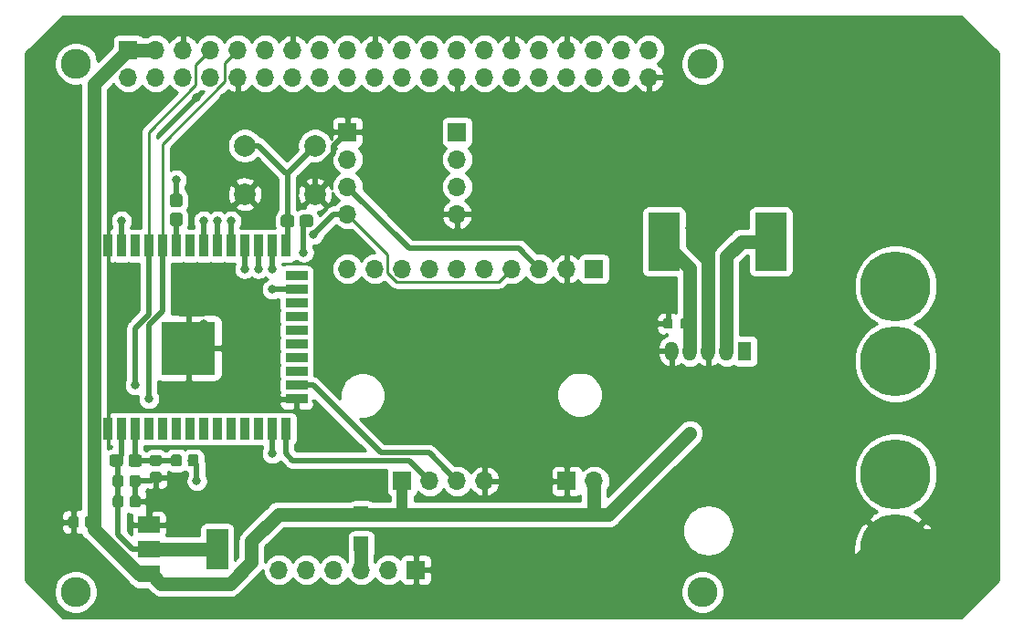
<source format=gbr>
G04 #@! TF.GenerationSoftware,KiCad,Pcbnew,5.1.4+dfsg1-1*
G04 #@! TF.CreationDate,2020-01-07T17:42:00+09:00*
G04 #@! TF.ProjectId,Drone,44726f6e-652e-46b6-9963-61645f706362,rev?*
G04 #@! TF.SameCoordinates,Original*
G04 #@! TF.FileFunction,Copper,L1,Top*
G04 #@! TF.FilePolarity,Positive*
%FSLAX46Y46*%
G04 Gerber Fmt 4.6, Leading zero omitted, Abs format (unit mm)*
G04 Created by KiCad (PCBNEW 5.1.4+dfsg1-1) date 2020-01-07 17:42:00*
%MOMM*%
%LPD*%
G04 APERTURE LIST*
%ADD10C,2.000000*%
%ADD11R,0.900000X2.000000*%
%ADD12R,2.000000X0.900000*%
%ADD13R,5.000000X5.000000*%
%ADD14C,0.100000*%
%ADD15C,1.150000*%
%ADD16C,1.000000*%
%ADD17R,1.700000X1.700000*%
%ADD18O,1.700000X1.700000*%
%ADD19R,2.000000X1.500000*%
%ADD20R,2.000000X3.800000*%
%ADD21R,1.400000X1.400000*%
%ADD22O,1.275000X1.800000*%
%ADD23R,1.275000X1.800000*%
%ADD24R,2.900000X5.400000*%
%ADD25C,0.875000*%
%ADD26C,6.500000*%
%ADD27C,2.780000*%
%ADD28C,0.800000*%
%ADD29C,3.810000*%
%ADD30C,1.270000*%
%ADD31C,0.250000*%
%ADD32C,0.508000*%
%ADD33C,1.000000*%
%ADD34C,0.254000*%
G04 APERTURE END LIST*
D10*
X112395000Y-89590000D03*
X112395000Y-85090000D03*
X118895000Y-89590000D03*
X118895000Y-85090000D03*
D11*
X99695000Y-94370000D03*
X100965000Y-94370000D03*
X102235000Y-94370000D03*
X103505000Y-94370000D03*
X104775000Y-94370000D03*
X106045000Y-94370000D03*
X107315000Y-94370000D03*
X108585000Y-94370000D03*
X109855000Y-94370000D03*
X111125000Y-94370000D03*
X112395000Y-94370000D03*
X113665000Y-94370000D03*
X114935000Y-94370000D03*
X116205000Y-94370000D03*
D12*
X117205000Y-97155000D03*
X117205000Y-98425000D03*
X117205000Y-99695000D03*
X117205000Y-100965000D03*
X117205000Y-102235000D03*
X117205000Y-103505000D03*
X117205000Y-104775000D03*
X117205000Y-106045000D03*
X117205000Y-107315000D03*
X117205000Y-108585000D03*
D11*
X116205000Y-111370000D03*
X114935000Y-111370000D03*
X113665000Y-111370000D03*
X112395000Y-111370000D03*
X111125000Y-111370000D03*
X109855000Y-111370000D03*
X108585000Y-111370000D03*
X107315000Y-111370000D03*
X106045000Y-111370000D03*
X104775000Y-111370000D03*
X103505000Y-111370000D03*
X102235000Y-111370000D03*
X100965000Y-111370000D03*
X99695000Y-111370000D03*
D13*
X107195000Y-103870000D03*
D14*
G36*
X100850680Y-113726384D02*
G01*
X100878588Y-113730524D01*
X100905957Y-113737380D01*
X100932521Y-113746885D01*
X100958027Y-113758948D01*
X100982226Y-113773452D01*
X101004888Y-113790259D01*
X101025793Y-113809207D01*
X101044741Y-113830112D01*
X101061548Y-113852774D01*
X101076052Y-113876973D01*
X101088115Y-113902479D01*
X101097620Y-113929043D01*
X101104476Y-113956412D01*
X101108616Y-113984320D01*
X101110000Y-114012500D01*
X101110000Y-114587500D01*
X101108616Y-114615680D01*
X101104476Y-114643588D01*
X101097620Y-114670957D01*
X101088115Y-114697521D01*
X101076052Y-114723027D01*
X101061548Y-114747226D01*
X101044741Y-114769888D01*
X101025793Y-114790793D01*
X101004888Y-114809741D01*
X100982226Y-114826548D01*
X100958027Y-114841052D01*
X100932521Y-114853115D01*
X100905957Y-114862620D01*
X100878588Y-114869476D01*
X100850680Y-114873616D01*
X100822500Y-114875000D01*
X100147500Y-114875000D01*
X100119320Y-114873616D01*
X100091412Y-114869476D01*
X100064043Y-114862620D01*
X100037479Y-114853115D01*
X100011973Y-114841052D01*
X99987774Y-114826548D01*
X99965112Y-114809741D01*
X99944207Y-114790793D01*
X99925259Y-114769888D01*
X99908452Y-114747226D01*
X99893948Y-114723027D01*
X99881885Y-114697521D01*
X99872380Y-114670957D01*
X99865524Y-114643588D01*
X99861384Y-114615680D01*
X99860000Y-114587500D01*
X99860000Y-114012500D01*
X99861384Y-113984320D01*
X99865524Y-113956412D01*
X99872380Y-113929043D01*
X99881885Y-113902479D01*
X99893948Y-113876973D01*
X99908452Y-113852774D01*
X99925259Y-113830112D01*
X99944207Y-113809207D01*
X99965112Y-113790259D01*
X99987774Y-113773452D01*
X100011973Y-113758948D01*
X100037479Y-113746885D01*
X100064043Y-113737380D01*
X100091412Y-113730524D01*
X100119320Y-113726384D01*
X100147500Y-113725000D01*
X100822500Y-113725000D01*
X100850680Y-113726384D01*
X100850680Y-113726384D01*
G37*
D15*
X100485000Y-114300000D03*
D14*
G36*
X102600680Y-113726384D02*
G01*
X102628588Y-113730524D01*
X102655957Y-113737380D01*
X102682521Y-113746885D01*
X102708027Y-113758948D01*
X102732226Y-113773452D01*
X102754888Y-113790259D01*
X102775793Y-113809207D01*
X102794741Y-113830112D01*
X102811548Y-113852774D01*
X102826052Y-113876973D01*
X102838115Y-113902479D01*
X102847620Y-113929043D01*
X102854476Y-113956412D01*
X102858616Y-113984320D01*
X102860000Y-114012500D01*
X102860000Y-114587500D01*
X102858616Y-114615680D01*
X102854476Y-114643588D01*
X102847620Y-114670957D01*
X102838115Y-114697521D01*
X102826052Y-114723027D01*
X102811548Y-114747226D01*
X102794741Y-114769888D01*
X102775793Y-114790793D01*
X102754888Y-114809741D01*
X102732226Y-114826548D01*
X102708027Y-114841052D01*
X102682521Y-114853115D01*
X102655957Y-114862620D01*
X102628588Y-114869476D01*
X102600680Y-114873616D01*
X102572500Y-114875000D01*
X101897500Y-114875000D01*
X101869320Y-114873616D01*
X101841412Y-114869476D01*
X101814043Y-114862620D01*
X101787479Y-114853115D01*
X101761973Y-114841052D01*
X101737774Y-114826548D01*
X101715112Y-114809741D01*
X101694207Y-114790793D01*
X101675259Y-114769888D01*
X101658452Y-114747226D01*
X101643948Y-114723027D01*
X101631885Y-114697521D01*
X101622380Y-114670957D01*
X101615524Y-114643588D01*
X101611384Y-114615680D01*
X101610000Y-114587500D01*
X101610000Y-114012500D01*
X101611384Y-113984320D01*
X101615524Y-113956412D01*
X101622380Y-113929043D01*
X101631885Y-113902479D01*
X101643948Y-113876973D01*
X101658452Y-113852774D01*
X101675259Y-113830112D01*
X101694207Y-113809207D01*
X101715112Y-113790259D01*
X101737774Y-113773452D01*
X101761973Y-113758948D01*
X101787479Y-113746885D01*
X101814043Y-113737380D01*
X101841412Y-113730524D01*
X101869320Y-113726384D01*
X101897500Y-113725000D01*
X102572500Y-113725000D01*
X102600680Y-113726384D01*
X102600680Y-113726384D01*
G37*
D15*
X102235000Y-114300000D03*
D14*
G36*
X102509504Y-117561204D02*
G01*
X102533773Y-117564804D01*
X102557571Y-117570765D01*
X102580671Y-117579030D01*
X102602849Y-117589520D01*
X102623893Y-117602133D01*
X102643598Y-117616747D01*
X102661777Y-117633223D01*
X102678253Y-117651402D01*
X102692867Y-117671107D01*
X102705480Y-117692151D01*
X102715970Y-117714329D01*
X102724235Y-117737429D01*
X102730196Y-117761227D01*
X102733796Y-117785496D01*
X102735000Y-117810000D01*
X102735000Y-118410000D01*
X102733796Y-118434504D01*
X102730196Y-118458773D01*
X102724235Y-118482571D01*
X102715970Y-118505671D01*
X102705480Y-118527849D01*
X102692867Y-118548893D01*
X102678253Y-118568598D01*
X102661777Y-118586777D01*
X102643598Y-118603253D01*
X102623893Y-118617867D01*
X102602849Y-118630480D01*
X102580671Y-118640970D01*
X102557571Y-118649235D01*
X102533773Y-118655196D01*
X102509504Y-118658796D01*
X102485000Y-118660000D01*
X101985000Y-118660000D01*
X101960496Y-118658796D01*
X101936227Y-118655196D01*
X101912429Y-118649235D01*
X101889329Y-118640970D01*
X101867151Y-118630480D01*
X101846107Y-118617867D01*
X101826402Y-118603253D01*
X101808223Y-118586777D01*
X101791747Y-118568598D01*
X101777133Y-118548893D01*
X101764520Y-118527849D01*
X101754030Y-118505671D01*
X101745765Y-118482571D01*
X101739804Y-118458773D01*
X101736204Y-118434504D01*
X101735000Y-118410000D01*
X101735000Y-117810000D01*
X101736204Y-117785496D01*
X101739804Y-117761227D01*
X101745765Y-117737429D01*
X101754030Y-117714329D01*
X101764520Y-117692151D01*
X101777133Y-117671107D01*
X101791747Y-117651402D01*
X101808223Y-117633223D01*
X101826402Y-117616747D01*
X101846107Y-117602133D01*
X101867151Y-117589520D01*
X101889329Y-117579030D01*
X101912429Y-117570765D01*
X101936227Y-117564804D01*
X101960496Y-117561204D01*
X101985000Y-117560000D01*
X102485000Y-117560000D01*
X102509504Y-117561204D01*
X102509504Y-117561204D01*
G37*
D16*
X102235000Y-118110000D03*
D14*
G36*
X100934504Y-117561204D02*
G01*
X100958773Y-117564804D01*
X100982571Y-117570765D01*
X101005671Y-117579030D01*
X101027849Y-117589520D01*
X101048893Y-117602133D01*
X101068598Y-117616747D01*
X101086777Y-117633223D01*
X101103253Y-117651402D01*
X101117867Y-117671107D01*
X101130480Y-117692151D01*
X101140970Y-117714329D01*
X101149235Y-117737429D01*
X101155196Y-117761227D01*
X101158796Y-117785496D01*
X101160000Y-117810000D01*
X101160000Y-118410000D01*
X101158796Y-118434504D01*
X101155196Y-118458773D01*
X101149235Y-118482571D01*
X101140970Y-118505671D01*
X101130480Y-118527849D01*
X101117867Y-118548893D01*
X101103253Y-118568598D01*
X101086777Y-118586777D01*
X101068598Y-118603253D01*
X101048893Y-118617867D01*
X101027849Y-118630480D01*
X101005671Y-118640970D01*
X100982571Y-118649235D01*
X100958773Y-118655196D01*
X100934504Y-118658796D01*
X100910000Y-118660000D01*
X100410000Y-118660000D01*
X100385496Y-118658796D01*
X100361227Y-118655196D01*
X100337429Y-118649235D01*
X100314329Y-118640970D01*
X100292151Y-118630480D01*
X100271107Y-118617867D01*
X100251402Y-118603253D01*
X100233223Y-118586777D01*
X100216747Y-118568598D01*
X100202133Y-118548893D01*
X100189520Y-118527849D01*
X100179030Y-118505671D01*
X100170765Y-118482571D01*
X100164804Y-118458773D01*
X100161204Y-118434504D01*
X100160000Y-118410000D01*
X100160000Y-117810000D01*
X100161204Y-117785496D01*
X100164804Y-117761227D01*
X100170765Y-117737429D01*
X100179030Y-117714329D01*
X100189520Y-117692151D01*
X100202133Y-117671107D01*
X100216747Y-117651402D01*
X100233223Y-117633223D01*
X100251402Y-117616747D01*
X100271107Y-117602133D01*
X100292151Y-117589520D01*
X100314329Y-117579030D01*
X100337429Y-117570765D01*
X100361227Y-117564804D01*
X100385496Y-117561204D01*
X100410000Y-117560000D01*
X100910000Y-117560000D01*
X100934504Y-117561204D01*
X100934504Y-117561204D01*
G37*
D16*
X100660000Y-118110000D03*
D14*
G36*
X100934504Y-115656204D02*
G01*
X100958773Y-115659804D01*
X100982571Y-115665765D01*
X101005671Y-115674030D01*
X101027849Y-115684520D01*
X101048893Y-115697133D01*
X101068598Y-115711747D01*
X101086777Y-115728223D01*
X101103253Y-115746402D01*
X101117867Y-115766107D01*
X101130480Y-115787151D01*
X101140970Y-115809329D01*
X101149235Y-115832429D01*
X101155196Y-115856227D01*
X101158796Y-115880496D01*
X101160000Y-115905000D01*
X101160000Y-116505000D01*
X101158796Y-116529504D01*
X101155196Y-116553773D01*
X101149235Y-116577571D01*
X101140970Y-116600671D01*
X101130480Y-116622849D01*
X101117867Y-116643893D01*
X101103253Y-116663598D01*
X101086777Y-116681777D01*
X101068598Y-116698253D01*
X101048893Y-116712867D01*
X101027849Y-116725480D01*
X101005671Y-116735970D01*
X100982571Y-116744235D01*
X100958773Y-116750196D01*
X100934504Y-116753796D01*
X100910000Y-116755000D01*
X100410000Y-116755000D01*
X100385496Y-116753796D01*
X100361227Y-116750196D01*
X100337429Y-116744235D01*
X100314329Y-116735970D01*
X100292151Y-116725480D01*
X100271107Y-116712867D01*
X100251402Y-116698253D01*
X100233223Y-116681777D01*
X100216747Y-116663598D01*
X100202133Y-116643893D01*
X100189520Y-116622849D01*
X100179030Y-116600671D01*
X100170765Y-116577571D01*
X100164804Y-116553773D01*
X100161204Y-116529504D01*
X100160000Y-116505000D01*
X100160000Y-115905000D01*
X100161204Y-115880496D01*
X100164804Y-115856227D01*
X100170765Y-115832429D01*
X100179030Y-115809329D01*
X100189520Y-115787151D01*
X100202133Y-115766107D01*
X100216747Y-115746402D01*
X100233223Y-115728223D01*
X100251402Y-115711747D01*
X100271107Y-115697133D01*
X100292151Y-115684520D01*
X100314329Y-115674030D01*
X100337429Y-115665765D01*
X100361227Y-115659804D01*
X100385496Y-115656204D01*
X100410000Y-115655000D01*
X100910000Y-115655000D01*
X100934504Y-115656204D01*
X100934504Y-115656204D01*
G37*
D16*
X100660000Y-116205000D03*
D14*
G36*
X102509504Y-115656204D02*
G01*
X102533773Y-115659804D01*
X102557571Y-115665765D01*
X102580671Y-115674030D01*
X102602849Y-115684520D01*
X102623893Y-115697133D01*
X102643598Y-115711747D01*
X102661777Y-115728223D01*
X102678253Y-115746402D01*
X102692867Y-115766107D01*
X102705480Y-115787151D01*
X102715970Y-115809329D01*
X102724235Y-115832429D01*
X102730196Y-115856227D01*
X102733796Y-115880496D01*
X102735000Y-115905000D01*
X102735000Y-116505000D01*
X102733796Y-116529504D01*
X102730196Y-116553773D01*
X102724235Y-116577571D01*
X102715970Y-116600671D01*
X102705480Y-116622849D01*
X102692867Y-116643893D01*
X102678253Y-116663598D01*
X102661777Y-116681777D01*
X102643598Y-116698253D01*
X102623893Y-116712867D01*
X102602849Y-116725480D01*
X102580671Y-116735970D01*
X102557571Y-116744235D01*
X102533773Y-116750196D01*
X102509504Y-116753796D01*
X102485000Y-116755000D01*
X101985000Y-116755000D01*
X101960496Y-116753796D01*
X101936227Y-116750196D01*
X101912429Y-116744235D01*
X101889329Y-116735970D01*
X101867151Y-116725480D01*
X101846107Y-116712867D01*
X101826402Y-116698253D01*
X101808223Y-116681777D01*
X101791747Y-116663598D01*
X101777133Y-116643893D01*
X101764520Y-116622849D01*
X101754030Y-116600671D01*
X101745765Y-116577571D01*
X101739804Y-116553773D01*
X101736204Y-116529504D01*
X101735000Y-116505000D01*
X101735000Y-115905000D01*
X101736204Y-115880496D01*
X101739804Y-115856227D01*
X101745765Y-115832429D01*
X101754030Y-115809329D01*
X101764520Y-115787151D01*
X101777133Y-115766107D01*
X101791747Y-115746402D01*
X101808223Y-115728223D01*
X101826402Y-115711747D01*
X101846107Y-115697133D01*
X101867151Y-115684520D01*
X101889329Y-115674030D01*
X101912429Y-115665765D01*
X101936227Y-115659804D01*
X101960496Y-115656204D01*
X101985000Y-115655000D01*
X102485000Y-115655000D01*
X102509504Y-115656204D01*
X102509504Y-115656204D01*
G37*
D16*
X102235000Y-116205000D03*
D14*
G36*
X107894504Y-113751204D02*
G01*
X107918773Y-113754804D01*
X107942571Y-113760765D01*
X107965671Y-113769030D01*
X107987849Y-113779520D01*
X108008893Y-113792133D01*
X108028598Y-113806747D01*
X108046777Y-113823223D01*
X108063253Y-113841402D01*
X108077867Y-113861107D01*
X108090480Y-113882151D01*
X108100970Y-113904329D01*
X108109235Y-113927429D01*
X108115196Y-113951227D01*
X108118796Y-113975496D01*
X108120000Y-114000000D01*
X108120000Y-114600000D01*
X108118796Y-114624504D01*
X108115196Y-114648773D01*
X108109235Y-114672571D01*
X108100970Y-114695671D01*
X108090480Y-114717849D01*
X108077867Y-114738893D01*
X108063253Y-114758598D01*
X108046777Y-114776777D01*
X108028598Y-114793253D01*
X108008893Y-114807867D01*
X107987849Y-114820480D01*
X107965671Y-114830970D01*
X107942571Y-114839235D01*
X107918773Y-114845196D01*
X107894504Y-114848796D01*
X107870000Y-114850000D01*
X107370000Y-114850000D01*
X107345496Y-114848796D01*
X107321227Y-114845196D01*
X107297429Y-114839235D01*
X107274329Y-114830970D01*
X107252151Y-114820480D01*
X107231107Y-114807867D01*
X107211402Y-114793253D01*
X107193223Y-114776777D01*
X107176747Y-114758598D01*
X107162133Y-114738893D01*
X107149520Y-114717849D01*
X107139030Y-114695671D01*
X107130765Y-114672571D01*
X107124804Y-114648773D01*
X107121204Y-114624504D01*
X107120000Y-114600000D01*
X107120000Y-114000000D01*
X107121204Y-113975496D01*
X107124804Y-113951227D01*
X107130765Y-113927429D01*
X107139030Y-113904329D01*
X107149520Y-113882151D01*
X107162133Y-113861107D01*
X107176747Y-113841402D01*
X107193223Y-113823223D01*
X107211402Y-113806747D01*
X107231107Y-113792133D01*
X107252151Y-113779520D01*
X107274329Y-113769030D01*
X107297429Y-113760765D01*
X107321227Y-113754804D01*
X107345496Y-113751204D01*
X107370000Y-113750000D01*
X107870000Y-113750000D01*
X107894504Y-113751204D01*
X107894504Y-113751204D01*
G37*
D16*
X107620000Y-114300000D03*
D14*
G36*
X106319504Y-113751204D02*
G01*
X106343773Y-113754804D01*
X106367571Y-113760765D01*
X106390671Y-113769030D01*
X106412849Y-113779520D01*
X106433893Y-113792133D01*
X106453598Y-113806747D01*
X106471777Y-113823223D01*
X106488253Y-113841402D01*
X106502867Y-113861107D01*
X106515480Y-113882151D01*
X106525970Y-113904329D01*
X106534235Y-113927429D01*
X106540196Y-113951227D01*
X106543796Y-113975496D01*
X106545000Y-114000000D01*
X106545000Y-114600000D01*
X106543796Y-114624504D01*
X106540196Y-114648773D01*
X106534235Y-114672571D01*
X106525970Y-114695671D01*
X106515480Y-114717849D01*
X106502867Y-114738893D01*
X106488253Y-114758598D01*
X106471777Y-114776777D01*
X106453598Y-114793253D01*
X106433893Y-114807867D01*
X106412849Y-114820480D01*
X106390671Y-114830970D01*
X106367571Y-114839235D01*
X106343773Y-114845196D01*
X106319504Y-114848796D01*
X106295000Y-114850000D01*
X105795000Y-114850000D01*
X105770496Y-114848796D01*
X105746227Y-114845196D01*
X105722429Y-114839235D01*
X105699329Y-114830970D01*
X105677151Y-114820480D01*
X105656107Y-114807867D01*
X105636402Y-114793253D01*
X105618223Y-114776777D01*
X105601747Y-114758598D01*
X105587133Y-114738893D01*
X105574520Y-114717849D01*
X105564030Y-114695671D01*
X105555765Y-114672571D01*
X105549804Y-114648773D01*
X105546204Y-114624504D01*
X105545000Y-114600000D01*
X105545000Y-114000000D01*
X105546204Y-113975496D01*
X105549804Y-113951227D01*
X105555765Y-113927429D01*
X105564030Y-113904329D01*
X105574520Y-113882151D01*
X105587133Y-113861107D01*
X105601747Y-113841402D01*
X105618223Y-113823223D01*
X105636402Y-113806747D01*
X105656107Y-113792133D01*
X105677151Y-113779520D01*
X105699329Y-113769030D01*
X105722429Y-113760765D01*
X105746227Y-113754804D01*
X105770496Y-113751204D01*
X105795000Y-113750000D01*
X106295000Y-113750000D01*
X106319504Y-113751204D01*
X106319504Y-113751204D01*
G37*
D16*
X106045000Y-114300000D03*
D14*
G36*
X104464504Y-115376204D02*
G01*
X104488773Y-115379804D01*
X104512571Y-115385765D01*
X104535671Y-115394030D01*
X104557849Y-115404520D01*
X104578893Y-115417133D01*
X104598598Y-115431747D01*
X104616777Y-115448223D01*
X104633253Y-115466402D01*
X104647867Y-115486107D01*
X104660480Y-115507151D01*
X104670970Y-115529329D01*
X104679235Y-115552429D01*
X104685196Y-115576227D01*
X104688796Y-115600496D01*
X104690000Y-115625000D01*
X104690000Y-116125000D01*
X104688796Y-116149504D01*
X104685196Y-116173773D01*
X104679235Y-116197571D01*
X104670970Y-116220671D01*
X104660480Y-116242849D01*
X104647867Y-116263893D01*
X104633253Y-116283598D01*
X104616777Y-116301777D01*
X104598598Y-116318253D01*
X104578893Y-116332867D01*
X104557849Y-116345480D01*
X104535671Y-116355970D01*
X104512571Y-116364235D01*
X104488773Y-116370196D01*
X104464504Y-116373796D01*
X104440000Y-116375000D01*
X103840000Y-116375000D01*
X103815496Y-116373796D01*
X103791227Y-116370196D01*
X103767429Y-116364235D01*
X103744329Y-116355970D01*
X103722151Y-116345480D01*
X103701107Y-116332867D01*
X103681402Y-116318253D01*
X103663223Y-116301777D01*
X103646747Y-116283598D01*
X103632133Y-116263893D01*
X103619520Y-116242849D01*
X103609030Y-116220671D01*
X103600765Y-116197571D01*
X103594804Y-116173773D01*
X103591204Y-116149504D01*
X103590000Y-116125000D01*
X103590000Y-115625000D01*
X103591204Y-115600496D01*
X103594804Y-115576227D01*
X103600765Y-115552429D01*
X103609030Y-115529329D01*
X103619520Y-115507151D01*
X103632133Y-115486107D01*
X103646747Y-115466402D01*
X103663223Y-115448223D01*
X103681402Y-115431747D01*
X103701107Y-115417133D01*
X103722151Y-115404520D01*
X103744329Y-115394030D01*
X103767429Y-115385765D01*
X103791227Y-115379804D01*
X103815496Y-115376204D01*
X103840000Y-115375000D01*
X104440000Y-115375000D01*
X104464504Y-115376204D01*
X104464504Y-115376204D01*
G37*
D16*
X104140000Y-115875000D03*
D14*
G36*
X104464504Y-113801204D02*
G01*
X104488773Y-113804804D01*
X104512571Y-113810765D01*
X104535671Y-113819030D01*
X104557849Y-113829520D01*
X104578893Y-113842133D01*
X104598598Y-113856747D01*
X104616777Y-113873223D01*
X104633253Y-113891402D01*
X104647867Y-113911107D01*
X104660480Y-113932151D01*
X104670970Y-113954329D01*
X104679235Y-113977429D01*
X104685196Y-114001227D01*
X104688796Y-114025496D01*
X104690000Y-114050000D01*
X104690000Y-114550000D01*
X104688796Y-114574504D01*
X104685196Y-114598773D01*
X104679235Y-114622571D01*
X104670970Y-114645671D01*
X104660480Y-114667849D01*
X104647867Y-114688893D01*
X104633253Y-114708598D01*
X104616777Y-114726777D01*
X104598598Y-114743253D01*
X104578893Y-114757867D01*
X104557849Y-114770480D01*
X104535671Y-114780970D01*
X104512571Y-114789235D01*
X104488773Y-114795196D01*
X104464504Y-114798796D01*
X104440000Y-114800000D01*
X103840000Y-114800000D01*
X103815496Y-114798796D01*
X103791227Y-114795196D01*
X103767429Y-114789235D01*
X103744329Y-114780970D01*
X103722151Y-114770480D01*
X103701107Y-114757867D01*
X103681402Y-114743253D01*
X103663223Y-114726777D01*
X103646747Y-114708598D01*
X103632133Y-114688893D01*
X103619520Y-114667849D01*
X103609030Y-114645671D01*
X103600765Y-114622571D01*
X103594804Y-114598773D01*
X103591204Y-114574504D01*
X103590000Y-114550000D01*
X103590000Y-114050000D01*
X103591204Y-114025496D01*
X103594804Y-114001227D01*
X103600765Y-113977429D01*
X103609030Y-113954329D01*
X103619520Y-113932151D01*
X103632133Y-113911107D01*
X103646747Y-113891402D01*
X103663223Y-113873223D01*
X103681402Y-113856747D01*
X103701107Y-113842133D01*
X103722151Y-113829520D01*
X103744329Y-113819030D01*
X103767429Y-113810765D01*
X103791227Y-113804804D01*
X103815496Y-113801204D01*
X103840000Y-113800000D01*
X104440000Y-113800000D01*
X104464504Y-113801204D01*
X104464504Y-113801204D01*
G37*
D16*
X104140000Y-114300000D03*
D17*
X132080000Y-83820000D03*
D18*
X132080000Y-86360000D03*
X132080000Y-88900000D03*
X132080000Y-91440000D03*
D17*
X121920000Y-83820000D03*
D18*
X121920000Y-86360000D03*
X121920000Y-88900000D03*
X121920000Y-91440000D03*
D14*
G36*
X116725680Y-91501384D02*
G01*
X116753588Y-91505524D01*
X116780957Y-91512380D01*
X116807521Y-91521885D01*
X116833027Y-91533948D01*
X116857226Y-91548452D01*
X116879888Y-91565259D01*
X116900793Y-91584207D01*
X116919741Y-91605112D01*
X116936548Y-91627774D01*
X116951052Y-91651973D01*
X116963115Y-91677479D01*
X116972620Y-91704043D01*
X116979476Y-91731412D01*
X116983616Y-91759320D01*
X116985000Y-91787500D01*
X116985000Y-92362500D01*
X116983616Y-92390680D01*
X116979476Y-92418588D01*
X116972620Y-92445957D01*
X116963115Y-92472521D01*
X116951052Y-92498027D01*
X116936548Y-92522226D01*
X116919741Y-92544888D01*
X116900793Y-92565793D01*
X116879888Y-92584741D01*
X116857226Y-92601548D01*
X116833027Y-92616052D01*
X116807521Y-92628115D01*
X116780957Y-92637620D01*
X116753588Y-92644476D01*
X116725680Y-92648616D01*
X116697500Y-92650000D01*
X116022500Y-92650000D01*
X115994320Y-92648616D01*
X115966412Y-92644476D01*
X115939043Y-92637620D01*
X115912479Y-92628115D01*
X115886973Y-92616052D01*
X115862774Y-92601548D01*
X115840112Y-92584741D01*
X115819207Y-92565793D01*
X115800259Y-92544888D01*
X115783452Y-92522226D01*
X115768948Y-92498027D01*
X115756885Y-92472521D01*
X115747380Y-92445957D01*
X115740524Y-92418588D01*
X115736384Y-92390680D01*
X115735000Y-92362500D01*
X115735000Y-91787500D01*
X115736384Y-91759320D01*
X115740524Y-91731412D01*
X115747380Y-91704043D01*
X115756885Y-91677479D01*
X115768948Y-91651973D01*
X115783452Y-91627774D01*
X115800259Y-91605112D01*
X115819207Y-91584207D01*
X115840112Y-91565259D01*
X115862774Y-91548452D01*
X115886973Y-91533948D01*
X115912479Y-91521885D01*
X115939043Y-91512380D01*
X115966412Y-91505524D01*
X115994320Y-91501384D01*
X116022500Y-91500000D01*
X116697500Y-91500000D01*
X116725680Y-91501384D01*
X116725680Y-91501384D01*
G37*
D15*
X116360000Y-92075000D03*
D14*
G36*
X118475680Y-91501384D02*
G01*
X118503588Y-91505524D01*
X118530957Y-91512380D01*
X118557521Y-91521885D01*
X118583027Y-91533948D01*
X118607226Y-91548452D01*
X118629888Y-91565259D01*
X118650793Y-91584207D01*
X118669741Y-91605112D01*
X118686548Y-91627774D01*
X118701052Y-91651973D01*
X118713115Y-91677479D01*
X118722620Y-91704043D01*
X118729476Y-91731412D01*
X118733616Y-91759320D01*
X118735000Y-91787500D01*
X118735000Y-92362500D01*
X118733616Y-92390680D01*
X118729476Y-92418588D01*
X118722620Y-92445957D01*
X118713115Y-92472521D01*
X118701052Y-92498027D01*
X118686548Y-92522226D01*
X118669741Y-92544888D01*
X118650793Y-92565793D01*
X118629888Y-92584741D01*
X118607226Y-92601548D01*
X118583027Y-92616052D01*
X118557521Y-92628115D01*
X118530957Y-92637620D01*
X118503588Y-92644476D01*
X118475680Y-92648616D01*
X118447500Y-92650000D01*
X117772500Y-92650000D01*
X117744320Y-92648616D01*
X117716412Y-92644476D01*
X117689043Y-92637620D01*
X117662479Y-92628115D01*
X117636973Y-92616052D01*
X117612774Y-92601548D01*
X117590112Y-92584741D01*
X117569207Y-92565793D01*
X117550259Y-92544888D01*
X117533452Y-92522226D01*
X117518948Y-92498027D01*
X117506885Y-92472521D01*
X117497380Y-92445957D01*
X117490524Y-92418588D01*
X117486384Y-92390680D01*
X117485000Y-92362500D01*
X117485000Y-91787500D01*
X117486384Y-91759320D01*
X117490524Y-91731412D01*
X117497380Y-91704043D01*
X117506885Y-91677479D01*
X117518948Y-91651973D01*
X117533452Y-91627774D01*
X117550259Y-91605112D01*
X117569207Y-91584207D01*
X117590112Y-91565259D01*
X117612774Y-91548452D01*
X117636973Y-91533948D01*
X117662479Y-91521885D01*
X117689043Y-91512380D01*
X117716412Y-91505524D01*
X117744320Y-91501384D01*
X117772500Y-91500000D01*
X118447500Y-91500000D01*
X118475680Y-91501384D01*
X118475680Y-91501384D01*
G37*
D15*
X118110000Y-92075000D03*
D18*
X115570000Y-124460000D03*
X118110000Y-124460000D03*
X120650000Y-124460000D03*
X123190000Y-124460000D03*
X125730000Y-124460000D03*
D17*
X128270000Y-124460000D03*
D19*
X103530000Y-120255000D03*
X103530000Y-124855000D03*
X103530000Y-122555000D03*
D20*
X109830000Y-122555000D03*
D21*
X123190000Y-122050000D03*
X123190000Y-119250000D03*
D14*
G36*
X96794504Y-119466204D02*
G01*
X96818773Y-119469804D01*
X96842571Y-119475765D01*
X96865671Y-119484030D01*
X96887849Y-119494520D01*
X96908893Y-119507133D01*
X96928598Y-119521747D01*
X96946777Y-119538223D01*
X96963253Y-119556402D01*
X96977867Y-119576107D01*
X96990480Y-119597151D01*
X97000970Y-119619329D01*
X97009235Y-119642429D01*
X97015196Y-119666227D01*
X97018796Y-119690496D01*
X97020000Y-119715000D01*
X97020000Y-120315000D01*
X97018796Y-120339504D01*
X97015196Y-120363773D01*
X97009235Y-120387571D01*
X97000970Y-120410671D01*
X96990480Y-120432849D01*
X96977867Y-120453893D01*
X96963253Y-120473598D01*
X96946777Y-120491777D01*
X96928598Y-120508253D01*
X96908893Y-120522867D01*
X96887849Y-120535480D01*
X96865671Y-120545970D01*
X96842571Y-120554235D01*
X96818773Y-120560196D01*
X96794504Y-120563796D01*
X96770000Y-120565000D01*
X96270000Y-120565000D01*
X96245496Y-120563796D01*
X96221227Y-120560196D01*
X96197429Y-120554235D01*
X96174329Y-120545970D01*
X96152151Y-120535480D01*
X96131107Y-120522867D01*
X96111402Y-120508253D01*
X96093223Y-120491777D01*
X96076747Y-120473598D01*
X96062133Y-120453893D01*
X96049520Y-120432849D01*
X96039030Y-120410671D01*
X96030765Y-120387571D01*
X96024804Y-120363773D01*
X96021204Y-120339504D01*
X96020000Y-120315000D01*
X96020000Y-119715000D01*
X96021204Y-119690496D01*
X96024804Y-119666227D01*
X96030765Y-119642429D01*
X96039030Y-119619329D01*
X96049520Y-119597151D01*
X96062133Y-119576107D01*
X96076747Y-119556402D01*
X96093223Y-119538223D01*
X96111402Y-119521747D01*
X96131107Y-119507133D01*
X96152151Y-119494520D01*
X96174329Y-119484030D01*
X96197429Y-119475765D01*
X96221227Y-119469804D01*
X96245496Y-119466204D01*
X96270000Y-119465000D01*
X96770000Y-119465000D01*
X96794504Y-119466204D01*
X96794504Y-119466204D01*
G37*
D16*
X96520000Y-120015000D03*
D14*
G36*
X98369504Y-119466204D02*
G01*
X98393773Y-119469804D01*
X98417571Y-119475765D01*
X98440671Y-119484030D01*
X98462849Y-119494520D01*
X98483893Y-119507133D01*
X98503598Y-119521747D01*
X98521777Y-119538223D01*
X98538253Y-119556402D01*
X98552867Y-119576107D01*
X98565480Y-119597151D01*
X98575970Y-119619329D01*
X98584235Y-119642429D01*
X98590196Y-119666227D01*
X98593796Y-119690496D01*
X98595000Y-119715000D01*
X98595000Y-120315000D01*
X98593796Y-120339504D01*
X98590196Y-120363773D01*
X98584235Y-120387571D01*
X98575970Y-120410671D01*
X98565480Y-120432849D01*
X98552867Y-120453893D01*
X98538253Y-120473598D01*
X98521777Y-120491777D01*
X98503598Y-120508253D01*
X98483893Y-120522867D01*
X98462849Y-120535480D01*
X98440671Y-120545970D01*
X98417571Y-120554235D01*
X98393773Y-120560196D01*
X98369504Y-120563796D01*
X98345000Y-120565000D01*
X97845000Y-120565000D01*
X97820496Y-120563796D01*
X97796227Y-120560196D01*
X97772429Y-120554235D01*
X97749329Y-120545970D01*
X97727151Y-120535480D01*
X97706107Y-120522867D01*
X97686402Y-120508253D01*
X97668223Y-120491777D01*
X97651747Y-120473598D01*
X97637133Y-120453893D01*
X97624520Y-120432849D01*
X97614030Y-120410671D01*
X97605765Y-120387571D01*
X97599804Y-120363773D01*
X97596204Y-120339504D01*
X97595000Y-120315000D01*
X97595000Y-119715000D01*
X97596204Y-119690496D01*
X97599804Y-119666227D01*
X97605765Y-119642429D01*
X97614030Y-119619329D01*
X97624520Y-119597151D01*
X97637133Y-119576107D01*
X97651747Y-119556402D01*
X97668223Y-119538223D01*
X97686402Y-119521747D01*
X97706107Y-119507133D01*
X97727151Y-119494520D01*
X97749329Y-119484030D01*
X97772429Y-119475765D01*
X97796227Y-119469804D01*
X97820496Y-119466204D01*
X97845000Y-119465000D01*
X98345000Y-119465000D01*
X98369504Y-119466204D01*
X98369504Y-119466204D01*
G37*
D16*
X98095000Y-120015000D03*
D22*
X151950000Y-104140000D03*
X153650000Y-104140000D03*
X155350000Y-104140000D03*
X157050000Y-104140000D03*
D23*
X158750000Y-104140000D03*
D24*
X151260000Y-93980000D03*
X161160000Y-93980000D03*
D14*
G36*
X151852691Y-101126053D02*
G01*
X151873926Y-101129203D01*
X151894750Y-101134419D01*
X151914962Y-101141651D01*
X151934368Y-101150830D01*
X151952781Y-101161866D01*
X151970024Y-101174654D01*
X151985930Y-101189070D01*
X152000346Y-101204976D01*
X152013134Y-101222219D01*
X152024170Y-101240632D01*
X152033349Y-101260038D01*
X152040581Y-101280250D01*
X152045797Y-101301074D01*
X152048947Y-101322309D01*
X152050000Y-101343750D01*
X152050000Y-101856250D01*
X152048947Y-101877691D01*
X152045797Y-101898926D01*
X152040581Y-101919750D01*
X152033349Y-101939962D01*
X152024170Y-101959368D01*
X152013134Y-101977781D01*
X152000346Y-101995024D01*
X151985930Y-102010930D01*
X151970024Y-102025346D01*
X151952781Y-102038134D01*
X151934368Y-102049170D01*
X151914962Y-102058349D01*
X151894750Y-102065581D01*
X151873926Y-102070797D01*
X151852691Y-102073947D01*
X151831250Y-102075000D01*
X151393750Y-102075000D01*
X151372309Y-102073947D01*
X151351074Y-102070797D01*
X151330250Y-102065581D01*
X151310038Y-102058349D01*
X151290632Y-102049170D01*
X151272219Y-102038134D01*
X151254976Y-102025346D01*
X151239070Y-102010930D01*
X151224654Y-101995024D01*
X151211866Y-101977781D01*
X151200830Y-101959368D01*
X151191651Y-101939962D01*
X151184419Y-101919750D01*
X151179203Y-101898926D01*
X151176053Y-101877691D01*
X151175000Y-101856250D01*
X151175000Y-101343750D01*
X151176053Y-101322309D01*
X151179203Y-101301074D01*
X151184419Y-101280250D01*
X151191651Y-101260038D01*
X151200830Y-101240632D01*
X151211866Y-101222219D01*
X151224654Y-101204976D01*
X151239070Y-101189070D01*
X151254976Y-101174654D01*
X151272219Y-101161866D01*
X151290632Y-101150830D01*
X151310038Y-101141651D01*
X151330250Y-101134419D01*
X151351074Y-101129203D01*
X151372309Y-101126053D01*
X151393750Y-101125000D01*
X151831250Y-101125000D01*
X151852691Y-101126053D01*
X151852691Y-101126053D01*
G37*
D25*
X151612500Y-101600000D03*
D14*
G36*
X153427691Y-101126053D02*
G01*
X153448926Y-101129203D01*
X153469750Y-101134419D01*
X153489962Y-101141651D01*
X153509368Y-101150830D01*
X153527781Y-101161866D01*
X153545024Y-101174654D01*
X153560930Y-101189070D01*
X153575346Y-101204976D01*
X153588134Y-101222219D01*
X153599170Y-101240632D01*
X153608349Y-101260038D01*
X153615581Y-101280250D01*
X153620797Y-101301074D01*
X153623947Y-101322309D01*
X153625000Y-101343750D01*
X153625000Y-101856250D01*
X153623947Y-101877691D01*
X153620797Y-101898926D01*
X153615581Y-101919750D01*
X153608349Y-101939962D01*
X153599170Y-101959368D01*
X153588134Y-101977781D01*
X153575346Y-101995024D01*
X153560930Y-102010930D01*
X153545024Y-102025346D01*
X153527781Y-102038134D01*
X153509368Y-102049170D01*
X153489962Y-102058349D01*
X153469750Y-102065581D01*
X153448926Y-102070797D01*
X153427691Y-102073947D01*
X153406250Y-102075000D01*
X152968750Y-102075000D01*
X152947309Y-102073947D01*
X152926074Y-102070797D01*
X152905250Y-102065581D01*
X152885038Y-102058349D01*
X152865632Y-102049170D01*
X152847219Y-102038134D01*
X152829976Y-102025346D01*
X152814070Y-102010930D01*
X152799654Y-101995024D01*
X152786866Y-101977781D01*
X152775830Y-101959368D01*
X152766651Y-101939962D01*
X152759419Y-101919750D01*
X152754203Y-101898926D01*
X152751053Y-101877691D01*
X152750000Y-101856250D01*
X152750000Y-101343750D01*
X152751053Y-101322309D01*
X152754203Y-101301074D01*
X152759419Y-101280250D01*
X152766651Y-101260038D01*
X152775830Y-101240632D01*
X152786866Y-101222219D01*
X152799654Y-101204976D01*
X152814070Y-101189070D01*
X152829976Y-101174654D01*
X152847219Y-101161866D01*
X152865632Y-101150830D01*
X152885038Y-101141651D01*
X152905250Y-101134419D01*
X152926074Y-101129203D01*
X152947309Y-101126053D01*
X152968750Y-101125000D01*
X153406250Y-101125000D01*
X153427691Y-101126053D01*
X153427691Y-101126053D01*
G37*
D25*
X153187500Y-101600000D03*
D18*
X144780000Y-116205000D03*
D17*
X142240000Y-116205000D03*
D26*
X172720000Y-105075000D03*
X172720000Y-98125000D03*
X172720000Y-115570000D03*
X172720000Y-122520000D03*
D17*
X101600000Y-76200000D03*
D18*
X101600000Y-78740000D03*
X104140000Y-76200000D03*
X104140000Y-78740000D03*
X106680000Y-76200000D03*
X106680000Y-78740000D03*
X109220000Y-76200000D03*
X109220000Y-78740000D03*
X111760000Y-76200000D03*
X111760000Y-78740000D03*
X114300000Y-76200000D03*
X114300000Y-78740000D03*
X116840000Y-76200000D03*
X116840000Y-78740000D03*
X119380000Y-76200000D03*
X119380000Y-78740000D03*
X121920000Y-76200000D03*
X121920000Y-78740000D03*
X124460000Y-76200000D03*
X124460000Y-78740000D03*
X127000000Y-76200000D03*
X127000000Y-78740000D03*
X129540000Y-76200000D03*
X129540000Y-78740000D03*
X132080000Y-76200000D03*
X132080000Y-78740000D03*
X134620000Y-76200000D03*
X134620000Y-78740000D03*
X137160000Y-76200000D03*
X137160000Y-78740000D03*
X139700000Y-76200000D03*
X139700000Y-78740000D03*
X142240000Y-76200000D03*
X142240000Y-78740000D03*
X144780000Y-76200000D03*
X144780000Y-78740000D03*
X147320000Y-76200000D03*
X147320000Y-78740000D03*
X149860000Y-76200000D03*
X149860000Y-78740000D03*
X134620000Y-116205000D03*
X132080000Y-116205000D03*
X129540000Y-116205000D03*
D17*
X127000000Y-116205000D03*
X144780000Y-96520000D03*
D18*
X142240000Y-96520000D03*
X139700000Y-96520000D03*
X137160000Y-96520000D03*
X134620000Y-96520000D03*
X132080000Y-96520000D03*
X129540000Y-96520000D03*
X127000000Y-96520000D03*
X124460000Y-96520000D03*
X121920000Y-96520000D03*
D14*
G36*
X106360680Y-89546384D02*
G01*
X106388588Y-89550524D01*
X106415957Y-89557380D01*
X106442521Y-89566885D01*
X106468027Y-89578948D01*
X106492226Y-89593452D01*
X106514888Y-89610259D01*
X106535793Y-89629207D01*
X106554741Y-89650112D01*
X106571548Y-89672774D01*
X106586052Y-89696973D01*
X106598115Y-89722479D01*
X106607620Y-89749043D01*
X106614476Y-89776412D01*
X106618616Y-89804320D01*
X106620000Y-89832500D01*
X106620000Y-90507500D01*
X106618616Y-90535680D01*
X106614476Y-90563588D01*
X106607620Y-90590957D01*
X106598115Y-90617521D01*
X106586052Y-90643027D01*
X106571548Y-90667226D01*
X106554741Y-90689888D01*
X106535793Y-90710793D01*
X106514888Y-90729741D01*
X106492226Y-90746548D01*
X106468027Y-90761052D01*
X106442521Y-90773115D01*
X106415957Y-90782620D01*
X106388588Y-90789476D01*
X106360680Y-90793616D01*
X106332500Y-90795000D01*
X105757500Y-90795000D01*
X105729320Y-90793616D01*
X105701412Y-90789476D01*
X105674043Y-90782620D01*
X105647479Y-90773115D01*
X105621973Y-90761052D01*
X105597774Y-90746548D01*
X105575112Y-90729741D01*
X105554207Y-90710793D01*
X105535259Y-90689888D01*
X105518452Y-90667226D01*
X105503948Y-90643027D01*
X105491885Y-90617521D01*
X105482380Y-90590957D01*
X105475524Y-90563588D01*
X105471384Y-90535680D01*
X105470000Y-90507500D01*
X105470000Y-89832500D01*
X105471384Y-89804320D01*
X105475524Y-89776412D01*
X105482380Y-89749043D01*
X105491885Y-89722479D01*
X105503948Y-89696973D01*
X105518452Y-89672774D01*
X105535259Y-89650112D01*
X105554207Y-89629207D01*
X105575112Y-89610259D01*
X105597774Y-89593452D01*
X105621973Y-89578948D01*
X105647479Y-89566885D01*
X105674043Y-89557380D01*
X105701412Y-89550524D01*
X105729320Y-89546384D01*
X105757500Y-89545000D01*
X106332500Y-89545000D01*
X106360680Y-89546384D01*
X106360680Y-89546384D01*
G37*
D15*
X106045000Y-90170000D03*
D14*
G36*
X106360680Y-91296384D02*
G01*
X106388588Y-91300524D01*
X106415957Y-91307380D01*
X106442521Y-91316885D01*
X106468027Y-91328948D01*
X106492226Y-91343452D01*
X106514888Y-91360259D01*
X106535793Y-91379207D01*
X106554741Y-91400112D01*
X106571548Y-91422774D01*
X106586052Y-91446973D01*
X106598115Y-91472479D01*
X106607620Y-91499043D01*
X106614476Y-91526412D01*
X106618616Y-91554320D01*
X106620000Y-91582500D01*
X106620000Y-92257500D01*
X106618616Y-92285680D01*
X106614476Y-92313588D01*
X106607620Y-92340957D01*
X106598115Y-92367521D01*
X106586052Y-92393027D01*
X106571548Y-92417226D01*
X106554741Y-92439888D01*
X106535793Y-92460793D01*
X106514888Y-92479741D01*
X106492226Y-92496548D01*
X106468027Y-92511052D01*
X106442521Y-92523115D01*
X106415957Y-92532620D01*
X106388588Y-92539476D01*
X106360680Y-92543616D01*
X106332500Y-92545000D01*
X105757500Y-92545000D01*
X105729320Y-92543616D01*
X105701412Y-92539476D01*
X105674043Y-92532620D01*
X105647479Y-92523115D01*
X105621973Y-92511052D01*
X105597774Y-92496548D01*
X105575112Y-92479741D01*
X105554207Y-92460793D01*
X105535259Y-92439888D01*
X105518452Y-92417226D01*
X105503948Y-92393027D01*
X105491885Y-92367521D01*
X105482380Y-92340957D01*
X105475524Y-92313588D01*
X105471384Y-92285680D01*
X105470000Y-92257500D01*
X105470000Y-91582500D01*
X105471384Y-91554320D01*
X105475524Y-91526412D01*
X105482380Y-91499043D01*
X105491885Y-91472479D01*
X105503948Y-91446973D01*
X105518452Y-91422774D01*
X105535259Y-91400112D01*
X105554207Y-91379207D01*
X105575112Y-91360259D01*
X105597774Y-91343452D01*
X105621973Y-91328948D01*
X105647479Y-91316885D01*
X105674043Y-91307380D01*
X105701412Y-91300524D01*
X105729320Y-91296384D01*
X105757500Y-91295000D01*
X106332500Y-91295000D01*
X106360680Y-91296384D01*
X106360680Y-91296384D01*
G37*
D15*
X106045000Y-91920000D03*
D27*
X96774000Y-77470000D03*
X96710500Y-126492000D03*
X154813000Y-126492000D03*
X154813000Y-77470000D03*
D28*
X157480000Y-91440000D03*
X154940000Y-93980000D03*
X154940000Y-91440000D03*
X156210000Y-92710000D03*
X153670000Y-92710000D03*
X156210000Y-90170000D03*
X153670000Y-90170000D03*
X161595000Y-109925000D03*
X102235000Y-100330000D03*
X106045000Y-100330000D03*
X108585000Y-101600000D03*
X110490000Y-80645000D03*
X107950000Y-80645000D03*
X105410000Y-80645000D03*
X120650000Y-115570000D03*
X120650000Y-113030000D03*
X100076000Y-99060000D03*
X100076000Y-97028000D03*
X96520000Y-97028000D03*
X153670000Y-111760000D03*
X114935000Y-96520000D03*
X117856000Y-94996000D03*
X106553000Y-122555000D03*
X114935000Y-98425000D03*
X108585000Y-92075000D03*
X111125000Y-92075000D03*
X114935000Y-113665000D03*
X113665000Y-96520000D03*
X112395000Y-96520000D03*
X118745000Y-93345000D03*
X100965000Y-92075000D03*
X109855000Y-92075000D03*
X106045000Y-88265000D03*
X107950000Y-116205000D03*
X102235000Y-107315000D03*
X103505000Y-108585000D03*
D29*
X173990000Y-123190000D02*
X176530000Y-125730000D01*
X172720000Y-123190000D02*
X173990000Y-123190000D01*
X171450000Y-123190000D02*
X168910000Y-125730000D01*
X172720000Y-123190000D02*
X171450000Y-123190000D01*
X172720000Y-122520000D02*
X177316194Y-122520000D01*
X177316194Y-122520000D02*
X177916194Y-121920000D01*
X172720000Y-122520000D02*
X172720000Y-127000000D01*
D30*
X155350000Y-94390000D02*
X154940000Y-93980000D01*
X155350000Y-104140000D02*
X155350000Y-94390000D01*
D31*
X111760000Y-78740000D02*
X111760000Y-80645000D01*
X111760000Y-80645000D02*
X110490000Y-80645000D01*
D32*
X102235000Y-116205000D02*
X103810000Y-116205000D01*
X103810000Y-116205000D02*
X104140000Y-115875000D01*
X103530000Y-120255000D02*
X103530000Y-118720000D01*
X103530000Y-118720000D02*
X111150000Y-118720000D01*
X111150000Y-118720000D02*
X114300000Y-115570000D01*
X114300000Y-115570000D02*
X120650000Y-115570000D01*
X100076000Y-99060000D02*
X100076000Y-97028000D01*
X120615999Y-85124001D02*
X120615999Y-85759001D01*
X121920000Y-83820000D02*
X120615999Y-85124001D01*
X120615999Y-85759001D02*
X118745000Y-87630000D01*
X118895000Y-87780000D02*
X118895000Y-89590000D01*
X118745000Y-87630000D02*
X118895000Y-87780000D01*
D29*
X172720000Y-105075000D02*
X171744598Y-105075000D01*
D30*
X104140000Y-76200000D02*
X101600000Y-76200000D01*
X146115000Y-119315000D02*
X153670000Y-111760000D01*
X144780000Y-116205000D02*
X144780000Y-119250000D01*
X144780000Y-119250000D02*
X144715000Y-119315000D01*
X144715000Y-119315000D02*
X146115000Y-119315000D01*
D33*
X127000000Y-119250000D02*
X126935000Y-119315000D01*
X127000000Y-116205000D02*
X127000000Y-119250000D01*
D30*
X126935000Y-119315000D02*
X128205000Y-119315000D01*
X128205000Y-119315000D02*
X144715000Y-119315000D01*
X103780000Y-124855000D02*
X104655000Y-125730000D01*
X103530000Y-124855000D02*
X103780000Y-124855000D01*
X111058002Y-125730000D02*
X113030000Y-123758002D01*
X104655000Y-125730000D02*
X111058002Y-125730000D01*
X113030000Y-121790000D02*
X115505000Y-119315000D01*
X113030000Y-123758002D02*
X113030000Y-121790000D01*
X115505000Y-119315000D02*
X128205000Y-119315000D01*
X98409999Y-120688001D02*
X98409999Y-79390001D01*
X102576998Y-124855000D02*
X98409999Y-120688001D01*
X98409999Y-79390001D02*
X101600000Y-76200000D01*
X103530000Y-124855000D02*
X102576998Y-124855000D01*
X158440000Y-93980000D02*
X161160000Y-93980000D01*
X157050000Y-95370000D02*
X158440000Y-93980000D01*
X157050000Y-104140000D02*
X157050000Y-95370000D01*
D32*
X114935000Y-96520000D02*
X114935000Y-94370000D01*
X106045000Y-91920000D02*
X106045000Y-94370000D01*
X131230001Y-115355001D02*
X132080000Y-116205000D01*
X129466990Y-113591990D02*
X131230001Y-115355001D01*
X124989990Y-113591990D02*
X129466990Y-113591990D01*
X118713000Y-107315000D02*
X124989990Y-113591990D01*
X117205000Y-107315000D02*
X118713000Y-107315000D01*
X100660000Y-116205000D02*
X100660000Y-114475000D01*
X100660000Y-114475000D02*
X100485000Y-114300000D01*
X100660000Y-118110000D02*
X100660000Y-116205000D01*
X100965000Y-113820000D02*
X100485000Y-114300000D01*
X100965000Y-111370000D02*
X100965000Y-113820000D01*
X102022000Y-122555000D02*
X103530000Y-122555000D01*
X100660000Y-121193000D02*
X102022000Y-122555000D01*
X100660000Y-118110000D02*
X100660000Y-121193000D01*
X118110000Y-92075000D02*
X118110000Y-92202000D01*
X118110000Y-92202000D02*
X117856000Y-92456000D01*
X117856000Y-92456000D02*
X117856000Y-94996000D01*
D30*
X103530000Y-122555000D02*
X106553000Y-122555000D01*
X109830000Y-122555000D02*
X106553000Y-122555000D01*
D32*
X114935000Y-98425000D02*
X117205000Y-98425000D01*
X108585000Y-94370000D02*
X108585000Y-92075000D01*
X111125000Y-94370000D02*
X111125000Y-92075000D01*
X114935000Y-111370000D02*
X114935000Y-113665000D01*
X113665000Y-96520000D02*
X113665000Y-94370000D01*
X112395000Y-96520000D02*
X112395000Y-94370000D01*
D34*
X122769999Y-92289999D02*
X121920000Y-91440000D01*
X125637001Y-96898963D02*
X125637001Y-95157001D01*
X126435039Y-97697001D02*
X125637001Y-96898963D01*
X135982999Y-97697001D02*
X126435039Y-97697001D01*
X125637001Y-95157001D02*
X122769999Y-92289999D01*
X137160000Y-96520000D02*
X135982999Y-97697001D01*
D32*
X121920000Y-91440000D02*
X120650000Y-91440000D01*
X120650000Y-91440000D02*
X118745000Y-93345000D01*
X100965000Y-92075000D02*
X100965000Y-94370000D01*
X121920000Y-88900000D02*
X127635000Y-94615000D01*
X137795000Y-94615000D02*
X139700000Y-96520000D01*
X127635000Y-94615000D02*
X137795000Y-94615000D01*
X109855000Y-94370000D02*
X109855000Y-92075000D01*
X129540000Y-116205000D02*
X127635000Y-114300000D01*
X127635000Y-114300000D02*
X116840000Y-114300000D01*
X116205000Y-113665000D02*
X116205000Y-111370000D01*
X116840000Y-114300000D02*
X116205000Y-113665000D01*
D30*
X151260000Y-93980000D02*
X151260000Y-94110000D01*
X153650000Y-96500000D02*
X153650000Y-104140000D01*
X151260000Y-94110000D02*
X153650000Y-96500000D01*
D32*
X106045000Y-90170000D02*
X106045000Y-88265000D01*
X106045000Y-114300000D02*
X102235000Y-114300000D01*
X102235000Y-114300000D02*
X102235000Y-111370000D01*
X107950000Y-114630000D02*
X107620000Y-114300000D01*
X107950000Y-116205000D02*
X107950000Y-114630000D01*
D30*
X123190000Y-124460000D02*
X123190000Y-122050000D01*
D34*
X103505000Y-93116000D02*
X103505000Y-94370000D01*
X103505000Y-83820000D02*
X103505000Y-93116000D01*
X107857001Y-79467999D02*
X103505000Y-83820000D01*
X107857001Y-77562999D02*
X107857001Y-79467999D01*
X109220000Y-76200000D02*
X107857001Y-77562999D01*
D32*
X102235000Y-106749315D02*
X102235000Y-107315000D01*
X103505000Y-100741521D02*
X102235000Y-102011521D01*
X102235000Y-102011521D02*
X102235000Y-106749315D01*
X103505000Y-94370000D02*
X103505000Y-100741521D01*
D34*
X110910001Y-77049999D02*
X111760000Y-76200000D01*
X110582999Y-77377001D02*
X110910001Y-77049999D01*
X110582999Y-79118963D02*
X110582999Y-77377001D01*
X104775000Y-84926962D02*
X110582999Y-79118963D01*
X104775000Y-94370000D02*
X104775000Y-84926962D01*
D32*
X103505000Y-101742798D02*
X103505000Y-108585000D01*
X104775000Y-94370000D02*
X104775000Y-100472798D01*
X104775000Y-100472798D02*
X103505000Y-101742798D01*
X116360000Y-94215000D02*
X116205000Y-94370000D01*
X116360000Y-92075000D02*
X116360000Y-94215000D01*
X116360000Y-87625000D02*
X118895000Y-85090000D01*
X116360000Y-92075000D02*
X116360000Y-87625000D01*
X116360000Y-87625000D02*
X116200000Y-87625000D01*
X113665000Y-85090000D02*
X112395000Y-85090000D01*
X116200000Y-87625000D02*
X113665000Y-85090000D01*
D34*
G36*
X182220000Y-76473381D02*
G01*
X182220001Y-125456618D01*
X178796620Y-128880000D01*
X95523381Y-128880000D01*
X92935936Y-126292555D01*
X94685500Y-126292555D01*
X94685500Y-126691445D01*
X94763320Y-127082671D01*
X94915968Y-127451197D01*
X95137580Y-127782862D01*
X95419638Y-128064920D01*
X95751303Y-128286532D01*
X96119829Y-128439180D01*
X96511055Y-128517000D01*
X96909945Y-128517000D01*
X97301171Y-128439180D01*
X97669697Y-128286532D01*
X98001362Y-128064920D01*
X98283420Y-127782862D01*
X98505032Y-127451197D01*
X98657680Y-127082671D01*
X98735500Y-126691445D01*
X98735500Y-126292555D01*
X98657680Y-125901329D01*
X98505032Y-125532803D01*
X98283420Y-125201138D01*
X98001362Y-124919080D01*
X97669697Y-124697468D01*
X97301171Y-124544820D01*
X96909945Y-124467000D01*
X96511055Y-124467000D01*
X96119829Y-124544820D01*
X95751303Y-124697468D01*
X95419638Y-124919080D01*
X95137580Y-125201138D01*
X94915968Y-125532803D01*
X94763320Y-125901329D01*
X94685500Y-126292555D01*
X92935936Y-126292555D01*
X92100000Y-125456620D01*
X92100000Y-120565000D01*
X95381928Y-120565000D01*
X95394188Y-120689482D01*
X95430498Y-120809180D01*
X95489463Y-120919494D01*
X95568815Y-121016185D01*
X95665506Y-121095537D01*
X95775820Y-121154502D01*
X95895518Y-121190812D01*
X96020000Y-121203072D01*
X96234250Y-121200000D01*
X96393000Y-121041250D01*
X96393000Y-120142000D01*
X95543750Y-120142000D01*
X95385000Y-120300750D01*
X95381928Y-120565000D01*
X92100000Y-120565000D01*
X92100000Y-119465000D01*
X95381928Y-119465000D01*
X95385000Y-119729250D01*
X95543750Y-119888000D01*
X96393000Y-119888000D01*
X96393000Y-118988750D01*
X96234250Y-118830000D01*
X96020000Y-118826928D01*
X95895518Y-118839188D01*
X95775820Y-118875498D01*
X95665506Y-118934463D01*
X95568815Y-119013815D01*
X95489463Y-119110506D01*
X95430498Y-119220820D01*
X95394188Y-119340518D01*
X95381928Y-119465000D01*
X92100000Y-119465000D01*
X92100000Y-77270555D01*
X94749000Y-77270555D01*
X94749000Y-77669445D01*
X94826820Y-78060671D01*
X94979468Y-78429197D01*
X95201080Y-78760862D01*
X95483138Y-79042920D01*
X95814803Y-79264532D01*
X96183329Y-79417180D01*
X96574555Y-79495000D01*
X96973445Y-79495000D01*
X97140000Y-79461870D01*
X97139999Y-118838746D01*
X97020000Y-118826928D01*
X96805750Y-118830000D01*
X96647000Y-118988750D01*
X96647000Y-119888000D01*
X96667000Y-119888000D01*
X96667000Y-120142000D01*
X96647000Y-120142000D01*
X96647000Y-121041250D01*
X96805750Y-121200000D01*
X97020000Y-121203072D01*
X97144482Y-121190812D01*
X97227721Y-121165562D01*
X97230996Y-121176359D01*
X97348924Y-121396988D01*
X97507629Y-121590371D01*
X97556090Y-121630142D01*
X101634861Y-125708914D01*
X101674628Y-125757370D01*
X101868010Y-125916075D01*
X102038708Y-126007315D01*
X102078815Y-126056185D01*
X102175506Y-126135537D01*
X102285820Y-126194502D01*
X102405518Y-126230812D01*
X102530000Y-126243072D01*
X103372021Y-126243072D01*
X103712867Y-126583919D01*
X103752630Y-126632370D01*
X103801080Y-126672132D01*
X103801083Y-126672135D01*
X103824613Y-126691445D01*
X103946012Y-126791075D01*
X104166639Y-126909002D01*
X104166641Y-126909003D01*
X104406036Y-126981623D01*
X104429347Y-126983919D01*
X104592620Y-127000000D01*
X104592627Y-127000000D01*
X104655000Y-127006143D01*
X104717373Y-127000000D01*
X110995629Y-127000000D01*
X111058002Y-127006143D01*
X111120375Y-127000000D01*
X111120382Y-127000000D01*
X111306965Y-126981623D01*
X111546361Y-126909003D01*
X111766990Y-126791075D01*
X111960372Y-126632370D01*
X112000143Y-126583909D01*
X112291497Y-126292555D01*
X152788000Y-126292555D01*
X152788000Y-126691445D01*
X152865820Y-127082671D01*
X153018468Y-127451197D01*
X153240080Y-127782862D01*
X153522138Y-128064920D01*
X153853803Y-128286532D01*
X154222329Y-128439180D01*
X154613555Y-128517000D01*
X155012445Y-128517000D01*
X155403671Y-128439180D01*
X155772197Y-128286532D01*
X156103862Y-128064920D01*
X156385920Y-127782862D01*
X156607532Y-127451197D01*
X156760180Y-127082671D01*
X156838000Y-126691445D01*
X156838000Y-126292555D01*
X156760180Y-125901329D01*
X156607532Y-125532803D01*
X156422864Y-125256428D01*
X170163177Y-125256428D01*
X170529365Y-125751216D01*
X171201837Y-126116501D01*
X171932650Y-126343575D01*
X172693721Y-126423710D01*
X173455803Y-126353828D01*
X174189608Y-126136614D01*
X174866936Y-125780416D01*
X174910635Y-125751216D01*
X175276823Y-125256428D01*
X172720000Y-122699605D01*
X170163177Y-125256428D01*
X156422864Y-125256428D01*
X156385920Y-125201138D01*
X156103862Y-124919080D01*
X155772197Y-124697468D01*
X155403671Y-124544820D01*
X155012445Y-124467000D01*
X154613555Y-124467000D01*
X154222329Y-124544820D01*
X153853803Y-124697468D01*
X153522138Y-124919080D01*
X153240080Y-125201138D01*
X153018468Y-125532803D01*
X152865820Y-125901329D01*
X152788000Y-126292555D01*
X112291497Y-126292555D01*
X113883915Y-124700138D01*
X113932370Y-124660372D01*
X114079851Y-124480667D01*
X114106487Y-124751111D01*
X114191401Y-125031034D01*
X114329294Y-125289014D01*
X114514866Y-125515134D01*
X114740986Y-125700706D01*
X114998966Y-125838599D01*
X115278889Y-125923513D01*
X115497050Y-125945000D01*
X115642950Y-125945000D01*
X115861111Y-125923513D01*
X116141034Y-125838599D01*
X116399014Y-125700706D01*
X116625134Y-125515134D01*
X116810706Y-125289014D01*
X116840000Y-125234209D01*
X116869294Y-125289014D01*
X117054866Y-125515134D01*
X117280986Y-125700706D01*
X117538966Y-125838599D01*
X117818889Y-125923513D01*
X118037050Y-125945000D01*
X118182950Y-125945000D01*
X118401111Y-125923513D01*
X118681034Y-125838599D01*
X118939014Y-125700706D01*
X119165134Y-125515134D01*
X119350706Y-125289014D01*
X119380000Y-125234209D01*
X119409294Y-125289014D01*
X119594866Y-125515134D01*
X119820986Y-125700706D01*
X120078966Y-125838599D01*
X120358889Y-125923513D01*
X120577050Y-125945000D01*
X120722950Y-125945000D01*
X120941111Y-125923513D01*
X121221034Y-125838599D01*
X121479014Y-125700706D01*
X121705134Y-125515134D01*
X121890706Y-125289014D01*
X121920000Y-125234209D01*
X121949294Y-125289014D01*
X122134866Y-125515134D01*
X122360986Y-125700706D01*
X122618966Y-125838599D01*
X122898889Y-125923513D01*
X123117050Y-125945000D01*
X123262950Y-125945000D01*
X123481111Y-125923513D01*
X123761034Y-125838599D01*
X124019014Y-125700706D01*
X124245134Y-125515134D01*
X124430706Y-125289014D01*
X124460000Y-125234209D01*
X124489294Y-125289014D01*
X124674866Y-125515134D01*
X124900986Y-125700706D01*
X125158966Y-125838599D01*
X125438889Y-125923513D01*
X125657050Y-125945000D01*
X125802950Y-125945000D01*
X126021111Y-125923513D01*
X126301034Y-125838599D01*
X126559014Y-125700706D01*
X126785134Y-125515134D01*
X126809607Y-125485313D01*
X126830498Y-125554180D01*
X126889463Y-125664494D01*
X126968815Y-125761185D01*
X127065506Y-125840537D01*
X127175820Y-125899502D01*
X127295518Y-125935812D01*
X127420000Y-125948072D01*
X127984250Y-125945000D01*
X128143000Y-125786250D01*
X128143000Y-124587000D01*
X128397000Y-124587000D01*
X128397000Y-125786250D01*
X128555750Y-125945000D01*
X129120000Y-125948072D01*
X129244482Y-125935812D01*
X129364180Y-125899502D01*
X129474494Y-125840537D01*
X129571185Y-125761185D01*
X129650537Y-125664494D01*
X129709502Y-125554180D01*
X129745812Y-125434482D01*
X129758072Y-125310000D01*
X129755000Y-124745750D01*
X129596250Y-124587000D01*
X128397000Y-124587000D01*
X128143000Y-124587000D01*
X128123000Y-124587000D01*
X128123000Y-124333000D01*
X128143000Y-124333000D01*
X128143000Y-123133750D01*
X128397000Y-123133750D01*
X128397000Y-124333000D01*
X129596250Y-124333000D01*
X129755000Y-124174250D01*
X129758072Y-123610000D01*
X129745812Y-123485518D01*
X129709502Y-123365820D01*
X129650537Y-123255506D01*
X129571185Y-123158815D01*
X129474494Y-123079463D01*
X129364180Y-123020498D01*
X129244482Y-122984188D01*
X129120000Y-122971928D01*
X128555750Y-122975000D01*
X128397000Y-123133750D01*
X128143000Y-123133750D01*
X127984250Y-122975000D01*
X127420000Y-122971928D01*
X127295518Y-122984188D01*
X127175820Y-123020498D01*
X127065506Y-123079463D01*
X126968815Y-123158815D01*
X126889463Y-123255506D01*
X126830498Y-123365820D01*
X126809607Y-123434687D01*
X126785134Y-123404866D01*
X126559014Y-123219294D01*
X126301034Y-123081401D01*
X126021111Y-122996487D01*
X125802950Y-122975000D01*
X125657050Y-122975000D01*
X125438889Y-122996487D01*
X125158966Y-123081401D01*
X124900986Y-123219294D01*
X124674866Y-123404866D01*
X124489294Y-123630986D01*
X124460000Y-123685791D01*
X124460000Y-123030665D01*
X124479502Y-122994180D01*
X124515812Y-122874482D01*
X124528072Y-122750000D01*
X124528072Y-121350000D01*
X124515812Y-121225518D01*
X124479502Y-121105820D01*
X124420537Y-120995506D01*
X124341185Y-120898815D01*
X124244494Y-120819463D01*
X124208082Y-120800000D01*
X152953461Y-120800000D01*
X152999510Y-121267542D01*
X153135887Y-121717116D01*
X153357351Y-122131446D01*
X153655391Y-122494609D01*
X154018554Y-122792649D01*
X154432884Y-123014113D01*
X154882458Y-123150490D01*
X155232843Y-123185000D01*
X155467157Y-123185000D01*
X155817542Y-123150490D01*
X156267116Y-123014113D01*
X156681446Y-122792649D01*
X157044609Y-122494609D01*
X157045337Y-122493721D01*
X168816290Y-122493721D01*
X168886172Y-123255803D01*
X169103386Y-123989608D01*
X169459584Y-124666936D01*
X169488784Y-124710635D01*
X169983572Y-125076823D01*
X172540395Y-122520000D01*
X172899605Y-122520000D01*
X175456428Y-125076823D01*
X175951216Y-124710635D01*
X176316501Y-124038163D01*
X176543575Y-123307350D01*
X176623710Y-122546279D01*
X176553828Y-121784197D01*
X176336614Y-121050392D01*
X175980416Y-120373064D01*
X175951216Y-120329365D01*
X175456428Y-119963177D01*
X172899605Y-122520000D01*
X172540395Y-122520000D01*
X169983572Y-119963177D01*
X169488784Y-120329365D01*
X169123499Y-121001837D01*
X168896425Y-121732650D01*
X168816290Y-122493721D01*
X157045337Y-122493721D01*
X157342649Y-122131446D01*
X157564113Y-121717116D01*
X157700490Y-121267542D01*
X157746539Y-120800000D01*
X157700490Y-120332458D01*
X157564113Y-119882884D01*
X157342649Y-119468554D01*
X157044609Y-119105391D01*
X156681446Y-118807351D01*
X156267116Y-118585887D01*
X155817542Y-118449510D01*
X155467157Y-118415000D01*
X155232843Y-118415000D01*
X154882458Y-118449510D01*
X154432884Y-118585887D01*
X154018554Y-118807351D01*
X153655391Y-119105391D01*
X153357351Y-119468554D01*
X153135887Y-119882884D01*
X152999510Y-120332458D01*
X152953461Y-120800000D01*
X124208082Y-120800000D01*
X124134180Y-120760498D01*
X124014482Y-120724188D01*
X123890000Y-120711928D01*
X122490000Y-120711928D01*
X122365518Y-120724188D01*
X122245820Y-120760498D01*
X122135506Y-120819463D01*
X122038815Y-120898815D01*
X121959463Y-120995506D01*
X121900498Y-121105820D01*
X121864188Y-121225518D01*
X121851928Y-121350000D01*
X121851928Y-122750000D01*
X121864188Y-122874482D01*
X121900498Y-122994180D01*
X121920001Y-123030666D01*
X121920000Y-123685791D01*
X121890706Y-123630986D01*
X121705134Y-123404866D01*
X121479014Y-123219294D01*
X121221034Y-123081401D01*
X120941111Y-122996487D01*
X120722950Y-122975000D01*
X120577050Y-122975000D01*
X120358889Y-122996487D01*
X120078966Y-123081401D01*
X119820986Y-123219294D01*
X119594866Y-123404866D01*
X119409294Y-123630986D01*
X119380000Y-123685791D01*
X119350706Y-123630986D01*
X119165134Y-123404866D01*
X118939014Y-123219294D01*
X118681034Y-123081401D01*
X118401111Y-122996487D01*
X118182950Y-122975000D01*
X118037050Y-122975000D01*
X117818889Y-122996487D01*
X117538966Y-123081401D01*
X117280986Y-123219294D01*
X117054866Y-123404866D01*
X116869294Y-123630986D01*
X116840000Y-123685791D01*
X116810706Y-123630986D01*
X116625134Y-123404866D01*
X116399014Y-123219294D01*
X116141034Y-123081401D01*
X115861111Y-122996487D01*
X115642950Y-122975000D01*
X115497050Y-122975000D01*
X115278889Y-122996487D01*
X114998966Y-123081401D01*
X114740986Y-123219294D01*
X114514866Y-123404866D01*
X114329294Y-123630986D01*
X114300000Y-123685791D01*
X114300000Y-122316050D01*
X116031051Y-120585000D01*
X122458808Y-120585000D01*
X122490000Y-120588072D01*
X123890000Y-120588072D01*
X123921192Y-120585000D01*
X144652627Y-120585000D01*
X144715000Y-120591143D01*
X144777373Y-120585000D01*
X146052627Y-120585000D01*
X146115000Y-120591143D01*
X146177373Y-120585000D01*
X146177380Y-120585000D01*
X146363963Y-120566623D01*
X146603359Y-120494003D01*
X146823988Y-120376075D01*
X147017370Y-120217370D01*
X147057141Y-120168909D01*
X152038689Y-115187361D01*
X168835000Y-115187361D01*
X168835000Y-115952639D01*
X168984298Y-116703213D01*
X169277158Y-117410238D01*
X169702323Y-118046543D01*
X170243457Y-118587677D01*
X170879762Y-119012842D01*
X170970660Y-119050493D01*
X170573064Y-119259584D01*
X170529365Y-119288784D01*
X170163177Y-119783572D01*
X172720000Y-122340395D01*
X175276823Y-119783572D01*
X174910635Y-119288784D01*
X174470823Y-119049879D01*
X174560238Y-119012842D01*
X175196543Y-118587677D01*
X175737677Y-118046543D01*
X176162842Y-117410238D01*
X176455702Y-116703213D01*
X176605000Y-115952639D01*
X176605000Y-115187361D01*
X176455702Y-114436787D01*
X176162842Y-113729762D01*
X175737677Y-113093457D01*
X175196543Y-112552323D01*
X174560238Y-112127158D01*
X173853213Y-111834298D01*
X173102639Y-111685000D01*
X172337361Y-111685000D01*
X171586787Y-111834298D01*
X170879762Y-112127158D01*
X170243457Y-112552323D01*
X169702323Y-113093457D01*
X169277158Y-113729762D01*
X168984298Y-114436787D01*
X168835000Y-115187361D01*
X152038689Y-115187361D01*
X154612134Y-112613917D01*
X154731074Y-112468989D01*
X154849002Y-112248360D01*
X154921623Y-112008964D01*
X154946143Y-111760001D01*
X154921623Y-111511038D01*
X154849002Y-111271642D01*
X154731074Y-111051013D01*
X154572369Y-110857631D01*
X154378987Y-110698926D01*
X154158358Y-110580998D01*
X153918962Y-110508377D01*
X153669999Y-110483857D01*
X153421036Y-110508377D01*
X153181640Y-110580998D01*
X152961011Y-110698926D01*
X152816083Y-110817866D01*
X146050000Y-117583950D01*
X146050000Y-116979209D01*
X146158599Y-116776034D01*
X146243513Y-116496111D01*
X146272185Y-116205000D01*
X146243513Y-115913889D01*
X146158599Y-115633966D01*
X146020706Y-115375986D01*
X145835134Y-115149866D01*
X145609014Y-114964294D01*
X145351034Y-114826401D01*
X145071111Y-114741487D01*
X144852950Y-114720000D01*
X144707050Y-114720000D01*
X144488889Y-114741487D01*
X144208966Y-114826401D01*
X143950986Y-114964294D01*
X143724866Y-115149866D01*
X143700393Y-115179687D01*
X143679502Y-115110820D01*
X143620537Y-115000506D01*
X143541185Y-114903815D01*
X143444494Y-114824463D01*
X143334180Y-114765498D01*
X143214482Y-114729188D01*
X143090000Y-114716928D01*
X142525750Y-114720000D01*
X142367000Y-114878750D01*
X142367000Y-116078000D01*
X142387000Y-116078000D01*
X142387000Y-116332000D01*
X142367000Y-116332000D01*
X142367000Y-117531250D01*
X142525750Y-117690000D01*
X143090000Y-117693072D01*
X143214482Y-117680812D01*
X143334180Y-117644502D01*
X143444494Y-117585537D01*
X143510000Y-117531777D01*
X143510001Y-118045000D01*
X128135000Y-118045000D01*
X128135000Y-117622683D01*
X128204494Y-117585537D01*
X128301185Y-117506185D01*
X128380537Y-117409494D01*
X128439502Y-117299180D01*
X128460393Y-117230313D01*
X128484866Y-117260134D01*
X128710986Y-117445706D01*
X128968966Y-117583599D01*
X129248889Y-117668513D01*
X129467050Y-117690000D01*
X129612950Y-117690000D01*
X129831111Y-117668513D01*
X130111034Y-117583599D01*
X130369014Y-117445706D01*
X130595134Y-117260134D01*
X130780706Y-117034014D01*
X130810000Y-116979209D01*
X130839294Y-117034014D01*
X131024866Y-117260134D01*
X131250986Y-117445706D01*
X131508966Y-117583599D01*
X131788889Y-117668513D01*
X132007050Y-117690000D01*
X132152950Y-117690000D01*
X132371111Y-117668513D01*
X132651034Y-117583599D01*
X132909014Y-117445706D01*
X133135134Y-117260134D01*
X133320706Y-117034014D01*
X133355201Y-116969477D01*
X133424822Y-117086355D01*
X133619731Y-117302588D01*
X133853080Y-117476641D01*
X134115901Y-117601825D01*
X134263110Y-117646476D01*
X134493000Y-117525155D01*
X134493000Y-116332000D01*
X134747000Y-116332000D01*
X134747000Y-117525155D01*
X134976890Y-117646476D01*
X135124099Y-117601825D01*
X135386920Y-117476641D01*
X135620269Y-117302588D01*
X135815178Y-117086355D01*
X135833855Y-117055000D01*
X140751928Y-117055000D01*
X140764188Y-117179482D01*
X140800498Y-117299180D01*
X140859463Y-117409494D01*
X140938815Y-117506185D01*
X141035506Y-117585537D01*
X141145820Y-117644502D01*
X141265518Y-117680812D01*
X141390000Y-117693072D01*
X141954250Y-117690000D01*
X142113000Y-117531250D01*
X142113000Y-116332000D01*
X140913750Y-116332000D01*
X140755000Y-116490750D01*
X140751928Y-117055000D01*
X135833855Y-117055000D01*
X135964157Y-116836252D01*
X136061481Y-116561891D01*
X135940814Y-116332000D01*
X134747000Y-116332000D01*
X134493000Y-116332000D01*
X134473000Y-116332000D01*
X134473000Y-116078000D01*
X134493000Y-116078000D01*
X134493000Y-114884845D01*
X134747000Y-114884845D01*
X134747000Y-116078000D01*
X135940814Y-116078000D01*
X136061481Y-115848109D01*
X135964157Y-115573748D01*
X135833856Y-115355000D01*
X140751928Y-115355000D01*
X140755000Y-115919250D01*
X140913750Y-116078000D01*
X142113000Y-116078000D01*
X142113000Y-114878750D01*
X141954250Y-114720000D01*
X141390000Y-114716928D01*
X141265518Y-114729188D01*
X141145820Y-114765498D01*
X141035506Y-114824463D01*
X140938815Y-114903815D01*
X140859463Y-115000506D01*
X140800498Y-115110820D01*
X140764188Y-115230518D01*
X140751928Y-115355000D01*
X135833856Y-115355000D01*
X135815178Y-115323645D01*
X135620269Y-115107412D01*
X135386920Y-114933359D01*
X135124099Y-114808175D01*
X134976890Y-114763524D01*
X134747000Y-114884845D01*
X134493000Y-114884845D01*
X134263110Y-114763524D01*
X134115901Y-114808175D01*
X133853080Y-114933359D01*
X133619731Y-115107412D01*
X133424822Y-115323645D01*
X133355201Y-115440523D01*
X133320706Y-115375986D01*
X133135134Y-115149866D01*
X132909014Y-114964294D01*
X132651034Y-114826401D01*
X132371111Y-114741487D01*
X132152950Y-114720000D01*
X132007050Y-114720000D01*
X131866117Y-114733881D01*
X130126489Y-112994254D01*
X130098649Y-112960331D01*
X129963281Y-112849237D01*
X129808841Y-112766687D01*
X129641264Y-112715854D01*
X129510657Y-112702990D01*
X129510650Y-112702990D01*
X129466990Y-112698690D01*
X129423330Y-112702990D01*
X125358225Y-112702990D01*
X123045572Y-110390337D01*
X123106721Y-110402500D01*
X123527279Y-110402500D01*
X123939756Y-110320453D01*
X124328302Y-110159512D01*
X124677983Y-109925863D01*
X124975363Y-109628483D01*
X125209012Y-109278802D01*
X125369953Y-108890256D01*
X125452000Y-108477779D01*
X125452000Y-108057221D01*
X125439370Y-107993721D01*
X141311500Y-107993721D01*
X141311500Y-108414279D01*
X141393547Y-108826756D01*
X141554488Y-109215302D01*
X141788137Y-109564983D01*
X142085517Y-109862363D01*
X142435198Y-110096012D01*
X142823744Y-110256953D01*
X143236221Y-110339000D01*
X143656779Y-110339000D01*
X144069256Y-110256953D01*
X144457802Y-110096012D01*
X144807483Y-109862363D01*
X145104863Y-109564983D01*
X145338512Y-109215302D01*
X145499453Y-108826756D01*
X145581500Y-108414279D01*
X145581500Y-107993721D01*
X145499453Y-107581244D01*
X145338512Y-107192698D01*
X145104863Y-106843017D01*
X144807483Y-106545637D01*
X144457802Y-106311988D01*
X144069256Y-106151047D01*
X143656779Y-106069000D01*
X143236221Y-106069000D01*
X142823744Y-106151047D01*
X142435198Y-106311988D01*
X142085517Y-106545637D01*
X141788137Y-106843017D01*
X141554488Y-107192698D01*
X141393547Y-107581244D01*
X141311500Y-107993721D01*
X125439370Y-107993721D01*
X125369953Y-107644744D01*
X125209012Y-107256198D01*
X124975363Y-106906517D01*
X124677983Y-106609137D01*
X124328302Y-106375488D01*
X123939756Y-106214547D01*
X123527279Y-106132500D01*
X123106721Y-106132500D01*
X122694244Y-106214547D01*
X122305698Y-106375488D01*
X121956017Y-106609137D01*
X121658637Y-106906517D01*
X121424988Y-107256198D01*
X121264047Y-107644744D01*
X121182000Y-108057221D01*
X121182000Y-108477779D01*
X121194163Y-108538928D01*
X119372499Y-106717264D01*
X119344659Y-106683341D01*
X119209291Y-106572247D01*
X119054851Y-106489697D01*
X118887274Y-106438864D01*
X118843072Y-106434510D01*
X118843072Y-105595000D01*
X118830812Y-105470518D01*
X118812454Y-105410000D01*
X118830812Y-105349482D01*
X118843072Y-105225000D01*
X118843072Y-104325000D01*
X118837360Y-104267000D01*
X150677500Y-104267000D01*
X150677500Y-104529500D01*
X150726727Y-104775312D01*
X150822964Y-105006797D01*
X150962512Y-105215059D01*
X151140009Y-105392095D01*
X151348633Y-105531102D01*
X151580367Y-105626737D01*
X151626495Y-105633191D01*
X151823000Y-105508985D01*
X151823000Y-104267000D01*
X150677500Y-104267000D01*
X118837360Y-104267000D01*
X118830812Y-104200518D01*
X118812454Y-104140000D01*
X118830812Y-104079482D01*
X118843072Y-103955000D01*
X118843072Y-103055000D01*
X118830812Y-102930518D01*
X118812454Y-102870000D01*
X118830812Y-102809482D01*
X118843072Y-102685000D01*
X118843072Y-101785000D01*
X118830812Y-101660518D01*
X118812454Y-101600000D01*
X118830812Y-101539482D01*
X118843072Y-101415000D01*
X118843072Y-101125000D01*
X150536928Y-101125000D01*
X150540000Y-101314250D01*
X150698750Y-101473000D01*
X151485500Y-101473000D01*
X151485500Y-100648750D01*
X151326750Y-100490000D01*
X151175000Y-100486928D01*
X151050518Y-100499188D01*
X150930820Y-100535498D01*
X150820506Y-100594463D01*
X150723815Y-100673815D01*
X150644463Y-100770506D01*
X150585498Y-100880820D01*
X150549188Y-101000518D01*
X150536928Y-101125000D01*
X118843072Y-101125000D01*
X118843072Y-100515000D01*
X118830812Y-100390518D01*
X118812454Y-100330000D01*
X118830812Y-100269482D01*
X118843072Y-100145000D01*
X118843072Y-99245000D01*
X118830812Y-99120518D01*
X118812454Y-99060000D01*
X118830812Y-98999482D01*
X118843072Y-98875000D01*
X118843072Y-97975000D01*
X118830812Y-97850518D01*
X118812454Y-97790000D01*
X118830812Y-97729482D01*
X118843072Y-97605000D01*
X118843072Y-96705000D01*
X118830812Y-96580518D01*
X118794502Y-96460820D01*
X118735537Y-96350506D01*
X118656185Y-96253815D01*
X118559494Y-96174463D01*
X118449180Y-96115498D01*
X118329482Y-96079188D01*
X118205000Y-96066928D01*
X116205000Y-96066928D01*
X116080518Y-96079188D01*
X115960820Y-96115498D01*
X115900976Y-96147486D01*
X115852205Y-96029744D01*
X115837724Y-96008072D01*
X116655000Y-96008072D01*
X116779482Y-95995812D01*
X116899180Y-95959502D01*
X117009494Y-95900537D01*
X117106185Y-95821185D01*
X117156349Y-95760060D01*
X117196226Y-95799937D01*
X117365744Y-95913205D01*
X117554102Y-95991226D01*
X117754061Y-96031000D01*
X117957939Y-96031000D01*
X118157898Y-95991226D01*
X118346256Y-95913205D01*
X118515774Y-95799937D01*
X118659937Y-95655774D01*
X118773205Y-95486256D01*
X118851226Y-95297898D01*
X118891000Y-95097939D01*
X118891000Y-94894061D01*
X118851226Y-94694102D01*
X118773205Y-94505744D01*
X118745000Y-94463532D01*
X118745000Y-94380000D01*
X118846939Y-94380000D01*
X119046898Y-94340226D01*
X119235256Y-94262205D01*
X119404774Y-94148937D01*
X119548937Y-94004774D01*
X119662205Y-93835256D01*
X119740226Y-93646898D01*
X119750130Y-93597105D01*
X120859112Y-92488123D01*
X120864866Y-92495134D01*
X121090986Y-92680706D01*
X121348966Y-92818599D01*
X121628889Y-92903513D01*
X121847050Y-92925000D01*
X121992950Y-92925000D01*
X122211111Y-92903513D01*
X122283825Y-92881455D01*
X124437369Y-95035000D01*
X124387050Y-95035000D01*
X124168889Y-95056487D01*
X123888966Y-95141401D01*
X123630986Y-95279294D01*
X123404866Y-95464866D01*
X123219294Y-95690986D01*
X123190000Y-95745791D01*
X123160706Y-95690986D01*
X122975134Y-95464866D01*
X122749014Y-95279294D01*
X122491034Y-95141401D01*
X122211111Y-95056487D01*
X121992950Y-95035000D01*
X121847050Y-95035000D01*
X121628889Y-95056487D01*
X121348966Y-95141401D01*
X121090986Y-95279294D01*
X120864866Y-95464866D01*
X120679294Y-95690986D01*
X120541401Y-95948966D01*
X120456487Y-96228889D01*
X120427815Y-96520000D01*
X120456487Y-96811111D01*
X120541401Y-97091034D01*
X120679294Y-97349014D01*
X120864866Y-97575134D01*
X121090986Y-97760706D01*
X121348966Y-97898599D01*
X121628889Y-97983513D01*
X121847050Y-98005000D01*
X121992950Y-98005000D01*
X122211111Y-97983513D01*
X122491034Y-97898599D01*
X122749014Y-97760706D01*
X122975134Y-97575134D01*
X123160706Y-97349014D01*
X123190000Y-97294209D01*
X123219294Y-97349014D01*
X123404866Y-97575134D01*
X123630986Y-97760706D01*
X123888966Y-97898599D01*
X124168889Y-97983513D01*
X124387050Y-98005000D01*
X124532950Y-98005000D01*
X124751111Y-97983513D01*
X125031034Y-97898599D01*
X125289014Y-97760706D01*
X125361569Y-97701161D01*
X125869759Y-98209352D01*
X125893617Y-98238423D01*
X126009647Y-98333646D01*
X126142024Y-98404403D01*
X126285661Y-98447975D01*
X126397613Y-98459001D01*
X126397615Y-98459001D01*
X126435038Y-98462687D01*
X126472461Y-98459001D01*
X135945576Y-98459001D01*
X135982999Y-98462687D01*
X136020422Y-98459001D01*
X136020425Y-98459001D01*
X136132377Y-98447975D01*
X136276014Y-98404403D01*
X136408391Y-98333646D01*
X136524421Y-98238423D01*
X136548283Y-98209347D01*
X136796175Y-97961455D01*
X136868889Y-97983513D01*
X137087050Y-98005000D01*
X137232950Y-98005000D01*
X137451111Y-97983513D01*
X137731034Y-97898599D01*
X137989014Y-97760706D01*
X138215134Y-97575134D01*
X138400706Y-97349014D01*
X138430000Y-97294209D01*
X138459294Y-97349014D01*
X138644866Y-97575134D01*
X138870986Y-97760706D01*
X139128966Y-97898599D01*
X139408889Y-97983513D01*
X139627050Y-98005000D01*
X139772950Y-98005000D01*
X139991111Y-97983513D01*
X140271034Y-97898599D01*
X140529014Y-97760706D01*
X140755134Y-97575134D01*
X140940706Y-97349014D01*
X140975201Y-97284477D01*
X141044822Y-97401355D01*
X141239731Y-97617588D01*
X141473080Y-97791641D01*
X141735901Y-97916825D01*
X141883110Y-97961476D01*
X142113000Y-97840155D01*
X142113000Y-96647000D01*
X142093000Y-96647000D01*
X142093000Y-96393000D01*
X142113000Y-96393000D01*
X142113000Y-95199845D01*
X142367000Y-95199845D01*
X142367000Y-96393000D01*
X142387000Y-96393000D01*
X142387000Y-96647000D01*
X142367000Y-96647000D01*
X142367000Y-97840155D01*
X142596890Y-97961476D01*
X142744099Y-97916825D01*
X143006920Y-97791641D01*
X143240269Y-97617588D01*
X143316034Y-97533534D01*
X143340498Y-97614180D01*
X143399463Y-97724494D01*
X143478815Y-97821185D01*
X143575506Y-97900537D01*
X143685820Y-97959502D01*
X143805518Y-97995812D01*
X143930000Y-98008072D01*
X145630000Y-98008072D01*
X145754482Y-97995812D01*
X145874180Y-97959502D01*
X145984494Y-97900537D01*
X146081185Y-97821185D01*
X146160537Y-97724494D01*
X146219502Y-97614180D01*
X146255812Y-97494482D01*
X146268072Y-97370000D01*
X146268072Y-95670000D01*
X146255812Y-95545518D01*
X146219502Y-95425820D01*
X146160537Y-95315506D01*
X146081185Y-95218815D01*
X145984494Y-95139463D01*
X145874180Y-95080498D01*
X145754482Y-95044188D01*
X145630000Y-95031928D01*
X143930000Y-95031928D01*
X143805518Y-95044188D01*
X143685820Y-95080498D01*
X143575506Y-95139463D01*
X143478815Y-95218815D01*
X143399463Y-95315506D01*
X143340498Y-95425820D01*
X143316034Y-95506466D01*
X143240269Y-95422412D01*
X143006920Y-95248359D01*
X142744099Y-95123175D01*
X142596890Y-95078524D01*
X142367000Y-95199845D01*
X142113000Y-95199845D01*
X141883110Y-95078524D01*
X141735901Y-95123175D01*
X141473080Y-95248359D01*
X141239731Y-95422412D01*
X141044822Y-95638645D01*
X140975201Y-95755523D01*
X140940706Y-95690986D01*
X140755134Y-95464866D01*
X140529014Y-95279294D01*
X140271034Y-95141401D01*
X139991111Y-95056487D01*
X139772950Y-95035000D01*
X139627050Y-95035000D01*
X139486116Y-95048881D01*
X138454499Y-94017264D01*
X138426659Y-93983341D01*
X138291291Y-93872247D01*
X138136851Y-93789697D01*
X137969274Y-93738864D01*
X137838667Y-93726000D01*
X137838660Y-93726000D01*
X137795000Y-93721700D01*
X137751340Y-93726000D01*
X128003236Y-93726000D01*
X126074126Y-91796890D01*
X130638524Y-91796890D01*
X130683175Y-91944099D01*
X130808359Y-92206920D01*
X130982412Y-92440269D01*
X131198645Y-92635178D01*
X131448748Y-92784157D01*
X131723109Y-92881481D01*
X131953000Y-92760814D01*
X131953000Y-91567000D01*
X132207000Y-91567000D01*
X132207000Y-92760814D01*
X132436891Y-92881481D01*
X132711252Y-92784157D01*
X132961355Y-92635178D01*
X133177588Y-92440269D01*
X133351641Y-92206920D01*
X133476825Y-91944099D01*
X133521476Y-91796890D01*
X133400155Y-91567000D01*
X132207000Y-91567000D01*
X131953000Y-91567000D01*
X130759845Y-91567000D01*
X130638524Y-91796890D01*
X126074126Y-91796890D01*
X123391119Y-89113884D01*
X123412185Y-88900000D01*
X123383513Y-88608889D01*
X123298599Y-88328966D01*
X123160706Y-88070986D01*
X122975134Y-87844866D01*
X122749014Y-87659294D01*
X122694209Y-87630000D01*
X122749014Y-87600706D01*
X122975134Y-87415134D01*
X123160706Y-87189014D01*
X123298599Y-86931034D01*
X123383513Y-86651111D01*
X123412185Y-86360000D01*
X130587815Y-86360000D01*
X130616487Y-86651111D01*
X130701401Y-86931034D01*
X130839294Y-87189014D01*
X131024866Y-87415134D01*
X131250986Y-87600706D01*
X131305791Y-87630000D01*
X131250986Y-87659294D01*
X131024866Y-87844866D01*
X130839294Y-88070986D01*
X130701401Y-88328966D01*
X130616487Y-88608889D01*
X130587815Y-88900000D01*
X130616487Y-89191111D01*
X130701401Y-89471034D01*
X130839294Y-89729014D01*
X131024866Y-89955134D01*
X131250986Y-90140706D01*
X131315523Y-90175201D01*
X131198645Y-90244822D01*
X130982412Y-90439731D01*
X130808359Y-90673080D01*
X130683175Y-90935901D01*
X130638524Y-91083110D01*
X130759845Y-91313000D01*
X131953000Y-91313000D01*
X131953000Y-91293000D01*
X132207000Y-91293000D01*
X132207000Y-91313000D01*
X133400155Y-91313000D01*
X133417570Y-91280000D01*
X149171928Y-91280000D01*
X149171928Y-96680000D01*
X149184188Y-96804482D01*
X149220498Y-96924180D01*
X149279463Y-97034494D01*
X149358815Y-97131185D01*
X149455506Y-97210537D01*
X149565820Y-97269502D01*
X149685518Y-97305812D01*
X149810000Y-97318072D01*
X152380000Y-97318072D01*
X152380001Y-100581371D01*
X152294180Y-100535498D01*
X152174482Y-100499188D01*
X152050000Y-100486928D01*
X151898250Y-100490000D01*
X151739500Y-100648750D01*
X151739500Y-101473000D01*
X151759500Y-101473000D01*
X151759500Y-101727000D01*
X151739500Y-101727000D01*
X151739500Y-101747000D01*
X151485500Y-101747000D01*
X151485500Y-101727000D01*
X150698750Y-101727000D01*
X150540000Y-101885750D01*
X150536928Y-102075000D01*
X150549188Y-102199482D01*
X150585498Y-102319180D01*
X150644463Y-102429494D01*
X150723815Y-102526185D01*
X150820506Y-102605537D01*
X150930820Y-102664502D01*
X151050518Y-102700812D01*
X151175000Y-102713072D01*
X151326750Y-102710000D01*
X151485498Y-102551252D01*
X151485498Y-102692415D01*
X151348633Y-102748898D01*
X151140009Y-102887905D01*
X150962512Y-103064941D01*
X150822964Y-103273203D01*
X150726727Y-103504688D01*
X150677500Y-103750500D01*
X150677500Y-104013000D01*
X151823000Y-104013000D01*
X151823000Y-103993000D01*
X152077000Y-103993000D01*
X152077000Y-104013000D01*
X152097000Y-104013000D01*
X152097000Y-104267000D01*
X152077000Y-104267000D01*
X152077000Y-105508985D01*
X152273505Y-105633191D01*
X152319633Y-105626737D01*
X152551367Y-105531102D01*
X152759991Y-105392095D01*
X152800608Y-105351583D01*
X152939616Y-105465664D01*
X153160679Y-105583825D01*
X153400546Y-105656588D01*
X153650000Y-105681157D01*
X153899453Y-105656588D01*
X154139320Y-105583825D01*
X154360383Y-105465664D01*
X154499392Y-105351583D01*
X154540009Y-105392095D01*
X154748633Y-105531102D01*
X154980367Y-105626737D01*
X155026495Y-105633191D01*
X155223000Y-105508985D01*
X155223000Y-104267000D01*
X155203000Y-104267000D01*
X155203000Y-104013000D01*
X155223000Y-104013000D01*
X155223000Y-102771015D01*
X155477000Y-102771015D01*
X155477000Y-104013000D01*
X155497000Y-104013000D01*
X155497000Y-104267000D01*
X155477000Y-104267000D01*
X155477000Y-105508985D01*
X155673505Y-105633191D01*
X155719633Y-105626737D01*
X155951367Y-105531102D01*
X156159991Y-105392095D01*
X156200608Y-105351583D01*
X156339616Y-105465664D01*
X156560679Y-105583825D01*
X156800546Y-105656588D01*
X157050000Y-105681157D01*
X157299453Y-105656588D01*
X157539320Y-105583825D01*
X157681557Y-105507797D01*
X157758006Y-105570537D01*
X157868320Y-105629502D01*
X157988018Y-105665812D01*
X158112500Y-105678072D01*
X159387500Y-105678072D01*
X159511982Y-105665812D01*
X159631680Y-105629502D01*
X159741994Y-105570537D01*
X159838685Y-105491185D01*
X159918037Y-105394494D01*
X159977002Y-105284180D01*
X160013312Y-105164482D01*
X160025572Y-105040000D01*
X160025572Y-103240000D01*
X160013312Y-103115518D01*
X159977002Y-102995820D01*
X159918037Y-102885506D01*
X159838685Y-102788815D01*
X159741994Y-102709463D01*
X159631680Y-102650498D01*
X159511982Y-102614188D01*
X159387500Y-102601928D01*
X158320000Y-102601928D01*
X158320000Y-97742361D01*
X168835000Y-97742361D01*
X168835000Y-98507639D01*
X168984298Y-99258213D01*
X169277158Y-99965238D01*
X169702323Y-100601543D01*
X170243457Y-101142677D01*
X170879762Y-101567842D01*
X170957398Y-101600000D01*
X170879762Y-101632158D01*
X170243457Y-102057323D01*
X169702323Y-102598457D01*
X169277158Y-103234762D01*
X168984298Y-103941787D01*
X168835000Y-104692361D01*
X168835000Y-105457639D01*
X168984298Y-106208213D01*
X169277158Y-106915238D01*
X169702323Y-107551543D01*
X170243457Y-108092677D01*
X170879762Y-108517842D01*
X171586787Y-108810702D01*
X172337361Y-108960000D01*
X173102639Y-108960000D01*
X173853213Y-108810702D01*
X174560238Y-108517842D01*
X175196543Y-108092677D01*
X175737677Y-107551543D01*
X176162842Y-106915238D01*
X176455702Y-106208213D01*
X176605000Y-105457639D01*
X176605000Y-104692361D01*
X176455702Y-103941787D01*
X176162842Y-103234762D01*
X175737677Y-102598457D01*
X175196543Y-102057323D01*
X174560238Y-101632158D01*
X174482602Y-101600000D01*
X174560238Y-101567842D01*
X175196543Y-101142677D01*
X175737677Y-100601543D01*
X176162842Y-99965238D01*
X176455702Y-99258213D01*
X176605000Y-98507639D01*
X176605000Y-97742361D01*
X176455702Y-96991787D01*
X176162842Y-96284762D01*
X175737677Y-95648457D01*
X175196543Y-95107323D01*
X174560238Y-94682158D01*
X173853213Y-94389298D01*
X173102639Y-94240000D01*
X172337361Y-94240000D01*
X171586787Y-94389298D01*
X170879762Y-94682158D01*
X170243457Y-95107323D01*
X169702323Y-95648457D01*
X169277158Y-96284762D01*
X168984298Y-96991787D01*
X168835000Y-97742361D01*
X158320000Y-97742361D01*
X158320000Y-95896051D01*
X158966051Y-95250000D01*
X159071928Y-95250000D01*
X159071928Y-96680000D01*
X159084188Y-96804482D01*
X159120498Y-96924180D01*
X159179463Y-97034494D01*
X159258815Y-97131185D01*
X159355506Y-97210537D01*
X159465820Y-97269502D01*
X159585518Y-97305812D01*
X159710000Y-97318072D01*
X162610000Y-97318072D01*
X162734482Y-97305812D01*
X162854180Y-97269502D01*
X162964494Y-97210537D01*
X163061185Y-97131185D01*
X163140537Y-97034494D01*
X163199502Y-96924180D01*
X163235812Y-96804482D01*
X163248072Y-96680000D01*
X163248072Y-91280000D01*
X163235812Y-91155518D01*
X163199502Y-91035820D01*
X163140537Y-90925506D01*
X163061185Y-90828815D01*
X162964494Y-90749463D01*
X162854180Y-90690498D01*
X162734482Y-90654188D01*
X162610000Y-90641928D01*
X159710000Y-90641928D01*
X159585518Y-90654188D01*
X159465820Y-90690498D01*
X159355506Y-90749463D01*
X159258815Y-90828815D01*
X159179463Y-90925506D01*
X159120498Y-91035820D01*
X159084188Y-91155518D01*
X159071928Y-91280000D01*
X159071928Y-92710000D01*
X158502373Y-92710000D01*
X158440000Y-92703857D01*
X158377627Y-92710000D01*
X158377620Y-92710000D01*
X158214347Y-92726081D01*
X158191036Y-92728377D01*
X158048154Y-92771720D01*
X157951641Y-92800997D01*
X157731012Y-92918925D01*
X157641720Y-92992205D01*
X157586083Y-93037865D01*
X157586080Y-93037868D01*
X157537630Y-93077630D01*
X157497867Y-93126081D01*
X156196086Y-94427864D01*
X156147631Y-94467630D01*
X155988926Y-94661012D01*
X155917099Y-94795392D01*
X155870998Y-94881641D01*
X155798377Y-95121037D01*
X155773857Y-95370000D01*
X155780001Y-95432383D01*
X155780000Y-102678176D01*
X155719633Y-102653263D01*
X155673505Y-102646809D01*
X155477000Y-102771015D01*
X155223000Y-102771015D01*
X155026495Y-102646809D01*
X154980367Y-102653263D01*
X154920000Y-102678176D01*
X154920000Y-96562372D01*
X154926143Y-96499999D01*
X154920000Y-96437626D01*
X154920000Y-96437620D01*
X154901623Y-96251037D01*
X154894905Y-96228889D01*
X154865901Y-96133277D01*
X154829003Y-96011641D01*
X154711075Y-95791012D01*
X154552370Y-95597630D01*
X154503915Y-95557864D01*
X153348072Y-94402022D01*
X153348072Y-91280000D01*
X153335812Y-91155518D01*
X153299502Y-91035820D01*
X153240537Y-90925506D01*
X153161185Y-90828815D01*
X153064494Y-90749463D01*
X152954180Y-90690498D01*
X152834482Y-90654188D01*
X152710000Y-90641928D01*
X149810000Y-90641928D01*
X149685518Y-90654188D01*
X149565820Y-90690498D01*
X149455506Y-90749463D01*
X149358815Y-90828815D01*
X149279463Y-90925506D01*
X149220498Y-91035820D01*
X149184188Y-91155518D01*
X149171928Y-91280000D01*
X133417570Y-91280000D01*
X133521476Y-91083110D01*
X133476825Y-90935901D01*
X133351641Y-90673080D01*
X133177588Y-90439731D01*
X132961355Y-90244822D01*
X132844477Y-90175201D01*
X132909014Y-90140706D01*
X133135134Y-89955134D01*
X133320706Y-89729014D01*
X133458599Y-89471034D01*
X133543513Y-89191111D01*
X133572185Y-88900000D01*
X133543513Y-88608889D01*
X133458599Y-88328966D01*
X133320706Y-88070986D01*
X133135134Y-87844866D01*
X132909014Y-87659294D01*
X132854209Y-87630000D01*
X132909014Y-87600706D01*
X133135134Y-87415134D01*
X133320706Y-87189014D01*
X133458599Y-86931034D01*
X133543513Y-86651111D01*
X133572185Y-86360000D01*
X133543513Y-86068889D01*
X133458599Y-85788966D01*
X133320706Y-85530986D01*
X133135134Y-85304866D01*
X133105313Y-85280393D01*
X133174180Y-85259502D01*
X133284494Y-85200537D01*
X133381185Y-85121185D01*
X133460537Y-85024494D01*
X133519502Y-84914180D01*
X133555812Y-84794482D01*
X133568072Y-84670000D01*
X133568072Y-82970000D01*
X133555812Y-82845518D01*
X133519502Y-82725820D01*
X133460537Y-82615506D01*
X133381185Y-82518815D01*
X133284494Y-82439463D01*
X133174180Y-82380498D01*
X133054482Y-82344188D01*
X132930000Y-82331928D01*
X131230000Y-82331928D01*
X131105518Y-82344188D01*
X130985820Y-82380498D01*
X130875506Y-82439463D01*
X130778815Y-82518815D01*
X130699463Y-82615506D01*
X130640498Y-82725820D01*
X130604188Y-82845518D01*
X130591928Y-82970000D01*
X130591928Y-84670000D01*
X130604188Y-84794482D01*
X130640498Y-84914180D01*
X130699463Y-85024494D01*
X130778815Y-85121185D01*
X130875506Y-85200537D01*
X130985820Y-85259502D01*
X131054687Y-85280393D01*
X131024866Y-85304866D01*
X130839294Y-85530986D01*
X130701401Y-85788966D01*
X130616487Y-86068889D01*
X130587815Y-86360000D01*
X123412185Y-86360000D01*
X123383513Y-86068889D01*
X123298599Y-85788966D01*
X123160706Y-85530986D01*
X122975134Y-85304866D01*
X122945313Y-85280393D01*
X123014180Y-85259502D01*
X123124494Y-85200537D01*
X123221185Y-85121185D01*
X123300537Y-85024494D01*
X123359502Y-84914180D01*
X123395812Y-84794482D01*
X123408072Y-84670000D01*
X123405000Y-84105750D01*
X123246250Y-83947000D01*
X122047000Y-83947000D01*
X122047000Y-83967000D01*
X121793000Y-83967000D01*
X121793000Y-83947000D01*
X120593750Y-83947000D01*
X120435000Y-84105750D01*
X120432691Y-84529853D01*
X120343918Y-84315537D01*
X120164987Y-84047748D01*
X119937252Y-83820013D01*
X119669463Y-83641082D01*
X119371912Y-83517832D01*
X119056033Y-83455000D01*
X118733967Y-83455000D01*
X118418088Y-83517832D01*
X118120537Y-83641082D01*
X117852748Y-83820013D01*
X117625013Y-84047748D01*
X117446082Y-84315537D01*
X117322832Y-84613088D01*
X117260000Y-84928967D01*
X117260000Y-85251033D01*
X117295958Y-85431807D01*
X116280000Y-86447765D01*
X114324499Y-84492264D01*
X114296659Y-84458341D01*
X114161291Y-84347247D01*
X114006851Y-84264697D01*
X113839274Y-84213864D01*
X113771523Y-84207191D01*
X113664987Y-84047748D01*
X113437252Y-83820013D01*
X113169463Y-83641082D01*
X112871912Y-83517832D01*
X112556033Y-83455000D01*
X112233967Y-83455000D01*
X111918088Y-83517832D01*
X111620537Y-83641082D01*
X111352748Y-83820013D01*
X111125013Y-84047748D01*
X110946082Y-84315537D01*
X110822832Y-84613088D01*
X110760000Y-84928967D01*
X110760000Y-85251033D01*
X110822832Y-85566912D01*
X110946082Y-85864463D01*
X111125013Y-86132252D01*
X111352748Y-86359987D01*
X111620537Y-86538918D01*
X111918088Y-86662168D01*
X112233967Y-86725000D01*
X112556033Y-86725000D01*
X112871912Y-86662168D01*
X113169463Y-86538918D01*
X113437252Y-86359987D01*
X113557502Y-86239737D01*
X115471001Y-88153236D01*
X115471000Y-91048510D01*
X115368022Y-91133022D01*
X115252915Y-91273280D01*
X115167383Y-91433299D01*
X115114713Y-91606930D01*
X115096928Y-91787500D01*
X115096928Y-92362500D01*
X115114713Y-92543070D01*
X115167383Y-92716701D01*
X115175522Y-92731928D01*
X114485000Y-92731928D01*
X114360518Y-92744188D01*
X114300000Y-92762546D01*
X114239482Y-92744188D01*
X114115000Y-92731928D01*
X113215000Y-92731928D01*
X113090518Y-92744188D01*
X113030000Y-92762546D01*
X112969482Y-92744188D01*
X112845000Y-92731928D01*
X112014000Y-92731928D01*
X112014000Y-92607468D01*
X112042205Y-92565256D01*
X112120226Y-92376898D01*
X112160000Y-92176939D01*
X112160000Y-91973061D01*
X112120226Y-91773102D01*
X112042205Y-91584744D01*
X111928937Y-91415226D01*
X111784774Y-91271063D01*
X111615256Y-91157795D01*
X111426898Y-91079774D01*
X111226939Y-91040000D01*
X111023061Y-91040000D01*
X110823102Y-91079774D01*
X110634744Y-91157795D01*
X110490000Y-91254510D01*
X110345256Y-91157795D01*
X110156898Y-91079774D01*
X109956939Y-91040000D01*
X109753061Y-91040000D01*
X109553102Y-91079774D01*
X109364744Y-91157795D01*
X109220000Y-91254510D01*
X109075256Y-91157795D01*
X108886898Y-91079774D01*
X108686939Y-91040000D01*
X108483061Y-91040000D01*
X108283102Y-91079774D01*
X108094744Y-91157795D01*
X107925226Y-91271063D01*
X107781063Y-91415226D01*
X107667795Y-91584744D01*
X107589774Y-91773102D01*
X107550000Y-91973061D01*
X107550000Y-92176939D01*
X107589774Y-92376898D01*
X107667795Y-92565256D01*
X107696001Y-92607469D01*
X107696001Y-92731928D01*
X107123354Y-92731928D01*
X107187617Y-92611701D01*
X107240287Y-92438070D01*
X107258072Y-92257500D01*
X107258072Y-91582500D01*
X107240287Y-91401930D01*
X107187617Y-91228299D01*
X107102085Y-91068280D01*
X107082980Y-91045000D01*
X107102085Y-91021720D01*
X107187617Y-90861701D01*
X107228959Y-90725413D01*
X111439192Y-90725413D01*
X111534956Y-90989814D01*
X111824571Y-91130704D01*
X112136108Y-91212384D01*
X112457595Y-91231718D01*
X112776675Y-91187961D01*
X113081088Y-91082795D01*
X113255044Y-90989814D01*
X113350808Y-90725413D01*
X112395000Y-89769605D01*
X111439192Y-90725413D01*
X107228959Y-90725413D01*
X107240287Y-90688070D01*
X107258072Y-90507500D01*
X107258072Y-89832500D01*
X107240353Y-89652595D01*
X110753282Y-89652595D01*
X110797039Y-89971675D01*
X110902205Y-90276088D01*
X110995186Y-90450044D01*
X111259587Y-90545808D01*
X112215395Y-89590000D01*
X112574605Y-89590000D01*
X113530413Y-90545808D01*
X113794814Y-90450044D01*
X113935704Y-90160429D01*
X114017384Y-89848892D01*
X114036718Y-89527405D01*
X113992961Y-89208325D01*
X113887795Y-88903912D01*
X113794814Y-88729956D01*
X113530413Y-88634192D01*
X112574605Y-89590000D01*
X112215395Y-89590000D01*
X111259587Y-88634192D01*
X110995186Y-88729956D01*
X110854296Y-89019571D01*
X110772616Y-89331108D01*
X110753282Y-89652595D01*
X107240353Y-89652595D01*
X107240287Y-89651930D01*
X107187617Y-89478299D01*
X107102085Y-89318280D01*
X106986978Y-89178022D01*
X106934000Y-89134544D01*
X106934000Y-88797468D01*
X106962205Y-88755256D01*
X107040226Y-88566898D01*
X107062565Y-88454587D01*
X111439192Y-88454587D01*
X112395000Y-89410395D01*
X113350808Y-88454587D01*
X113255044Y-88190186D01*
X112965429Y-88049296D01*
X112653892Y-87967616D01*
X112332405Y-87948282D01*
X112013325Y-87992039D01*
X111708912Y-88097205D01*
X111534956Y-88190186D01*
X111439192Y-88454587D01*
X107062565Y-88454587D01*
X107080000Y-88366939D01*
X107080000Y-88163061D01*
X107040226Y-87963102D01*
X106962205Y-87774744D01*
X106848937Y-87605226D01*
X106704774Y-87461063D01*
X106535256Y-87347795D01*
X106346898Y-87269774D01*
X106146939Y-87230000D01*
X105943061Y-87230000D01*
X105743102Y-87269774D01*
X105554744Y-87347795D01*
X105537000Y-87359651D01*
X105537000Y-85242592D01*
X107809592Y-82970000D01*
X120431928Y-82970000D01*
X120435000Y-83534250D01*
X120593750Y-83693000D01*
X121793000Y-83693000D01*
X121793000Y-82493750D01*
X122047000Y-82493750D01*
X122047000Y-83693000D01*
X123246250Y-83693000D01*
X123405000Y-83534250D01*
X123408072Y-82970000D01*
X123395812Y-82845518D01*
X123359502Y-82725820D01*
X123300537Y-82615506D01*
X123221185Y-82518815D01*
X123124494Y-82439463D01*
X123014180Y-82380498D01*
X122894482Y-82344188D01*
X122770000Y-82331928D01*
X122205750Y-82335000D01*
X122047000Y-82493750D01*
X121793000Y-82493750D01*
X121634250Y-82335000D01*
X121070000Y-82331928D01*
X120945518Y-82344188D01*
X120825820Y-82380498D01*
X120715506Y-82439463D01*
X120618815Y-82518815D01*
X120539463Y-82615506D01*
X120480498Y-82725820D01*
X120444188Y-82845518D01*
X120431928Y-82970000D01*
X107809592Y-82970000D01*
X110864133Y-79915460D01*
X110993080Y-80011641D01*
X111255901Y-80136825D01*
X111403110Y-80181476D01*
X111633000Y-80060155D01*
X111633000Y-78867000D01*
X111613000Y-78867000D01*
X111613000Y-78613000D01*
X111633000Y-78613000D01*
X111633000Y-78593000D01*
X111887000Y-78593000D01*
X111887000Y-78613000D01*
X111907000Y-78613000D01*
X111907000Y-78867000D01*
X111887000Y-78867000D01*
X111887000Y-80060155D01*
X112116890Y-80181476D01*
X112264099Y-80136825D01*
X112526920Y-80011641D01*
X112760269Y-79837588D01*
X112955178Y-79621355D01*
X113024799Y-79504477D01*
X113059294Y-79569014D01*
X113244866Y-79795134D01*
X113470986Y-79980706D01*
X113728966Y-80118599D01*
X114008889Y-80203513D01*
X114227050Y-80225000D01*
X114372950Y-80225000D01*
X114591111Y-80203513D01*
X114871034Y-80118599D01*
X115129014Y-79980706D01*
X115355134Y-79795134D01*
X115540706Y-79569014D01*
X115570000Y-79514209D01*
X115599294Y-79569014D01*
X115784866Y-79795134D01*
X116010986Y-79980706D01*
X116268966Y-80118599D01*
X116548889Y-80203513D01*
X116767050Y-80225000D01*
X116912950Y-80225000D01*
X117131111Y-80203513D01*
X117411034Y-80118599D01*
X117669014Y-79980706D01*
X117895134Y-79795134D01*
X118080706Y-79569014D01*
X118110000Y-79514209D01*
X118139294Y-79569014D01*
X118324866Y-79795134D01*
X118550986Y-79980706D01*
X118808966Y-80118599D01*
X119088889Y-80203513D01*
X119307050Y-80225000D01*
X119452950Y-80225000D01*
X119671111Y-80203513D01*
X119951034Y-80118599D01*
X120209014Y-79980706D01*
X120435134Y-79795134D01*
X120620706Y-79569014D01*
X120650000Y-79514209D01*
X120679294Y-79569014D01*
X120864866Y-79795134D01*
X121090986Y-79980706D01*
X121348966Y-80118599D01*
X121628889Y-80203513D01*
X121847050Y-80225000D01*
X121992950Y-80225000D01*
X122211111Y-80203513D01*
X122491034Y-80118599D01*
X122749014Y-79980706D01*
X122975134Y-79795134D01*
X123160706Y-79569014D01*
X123190000Y-79514209D01*
X123219294Y-79569014D01*
X123404866Y-79795134D01*
X123630986Y-79980706D01*
X123888966Y-80118599D01*
X124168889Y-80203513D01*
X124387050Y-80225000D01*
X124532950Y-80225000D01*
X124751111Y-80203513D01*
X125031034Y-80118599D01*
X125289014Y-79980706D01*
X125515134Y-79795134D01*
X125700706Y-79569014D01*
X125730000Y-79514209D01*
X125759294Y-79569014D01*
X125944866Y-79795134D01*
X126170986Y-79980706D01*
X126428966Y-80118599D01*
X126708889Y-80203513D01*
X126927050Y-80225000D01*
X127072950Y-80225000D01*
X127291111Y-80203513D01*
X127571034Y-80118599D01*
X127829014Y-79980706D01*
X128055134Y-79795134D01*
X128240706Y-79569014D01*
X128270000Y-79514209D01*
X128299294Y-79569014D01*
X128484866Y-79795134D01*
X128710986Y-79980706D01*
X128968966Y-80118599D01*
X129248889Y-80203513D01*
X129467050Y-80225000D01*
X129612950Y-80225000D01*
X129831111Y-80203513D01*
X130111034Y-80118599D01*
X130369014Y-79980706D01*
X130595134Y-79795134D01*
X130780706Y-79569014D01*
X130815201Y-79504477D01*
X130884822Y-79621355D01*
X131079731Y-79837588D01*
X131313080Y-80011641D01*
X131575901Y-80136825D01*
X131723110Y-80181476D01*
X131953000Y-80060155D01*
X131953000Y-78867000D01*
X131933000Y-78867000D01*
X131933000Y-78613000D01*
X131953000Y-78613000D01*
X131953000Y-78593000D01*
X132207000Y-78593000D01*
X132207000Y-78613000D01*
X132227000Y-78613000D01*
X132227000Y-78867000D01*
X132207000Y-78867000D01*
X132207000Y-80060155D01*
X132436890Y-80181476D01*
X132584099Y-80136825D01*
X132846920Y-80011641D01*
X133080269Y-79837588D01*
X133275178Y-79621355D01*
X133344799Y-79504477D01*
X133379294Y-79569014D01*
X133564866Y-79795134D01*
X133790986Y-79980706D01*
X134048966Y-80118599D01*
X134328889Y-80203513D01*
X134547050Y-80225000D01*
X134692950Y-80225000D01*
X134911111Y-80203513D01*
X135191034Y-80118599D01*
X135449014Y-79980706D01*
X135675134Y-79795134D01*
X135860706Y-79569014D01*
X135890000Y-79514209D01*
X135919294Y-79569014D01*
X136104866Y-79795134D01*
X136330986Y-79980706D01*
X136588966Y-80118599D01*
X136868889Y-80203513D01*
X137087050Y-80225000D01*
X137232950Y-80225000D01*
X137451111Y-80203513D01*
X137731034Y-80118599D01*
X137989014Y-79980706D01*
X138215134Y-79795134D01*
X138400706Y-79569014D01*
X138430000Y-79514209D01*
X138459294Y-79569014D01*
X138644866Y-79795134D01*
X138870986Y-79980706D01*
X139128966Y-80118599D01*
X139408889Y-80203513D01*
X139627050Y-80225000D01*
X139772950Y-80225000D01*
X139991111Y-80203513D01*
X140271034Y-80118599D01*
X140529014Y-79980706D01*
X140755134Y-79795134D01*
X140940706Y-79569014D01*
X140970000Y-79514209D01*
X140999294Y-79569014D01*
X141184866Y-79795134D01*
X141410986Y-79980706D01*
X141668966Y-80118599D01*
X141948889Y-80203513D01*
X142167050Y-80225000D01*
X142312950Y-80225000D01*
X142531111Y-80203513D01*
X142811034Y-80118599D01*
X143069014Y-79980706D01*
X143295134Y-79795134D01*
X143480706Y-79569014D01*
X143510000Y-79514209D01*
X143539294Y-79569014D01*
X143724866Y-79795134D01*
X143950986Y-79980706D01*
X144208966Y-80118599D01*
X144488889Y-80203513D01*
X144707050Y-80225000D01*
X144852950Y-80225000D01*
X145071111Y-80203513D01*
X145351034Y-80118599D01*
X145609014Y-79980706D01*
X145835134Y-79795134D01*
X146020706Y-79569014D01*
X146050000Y-79514209D01*
X146079294Y-79569014D01*
X146264866Y-79795134D01*
X146490986Y-79980706D01*
X146748966Y-80118599D01*
X147028889Y-80203513D01*
X147247050Y-80225000D01*
X147392950Y-80225000D01*
X147611111Y-80203513D01*
X147891034Y-80118599D01*
X148149014Y-79980706D01*
X148375134Y-79795134D01*
X148560706Y-79569014D01*
X148595201Y-79504477D01*
X148664822Y-79621355D01*
X148859731Y-79837588D01*
X149093080Y-80011641D01*
X149355901Y-80136825D01*
X149503110Y-80181476D01*
X149733000Y-80060155D01*
X149733000Y-78867000D01*
X149987000Y-78867000D01*
X149987000Y-80060155D01*
X150216890Y-80181476D01*
X150364099Y-80136825D01*
X150626920Y-80011641D01*
X150860269Y-79837588D01*
X151055178Y-79621355D01*
X151204157Y-79371252D01*
X151301481Y-79096891D01*
X151180814Y-78867000D01*
X149987000Y-78867000D01*
X149733000Y-78867000D01*
X149713000Y-78867000D01*
X149713000Y-78613000D01*
X149733000Y-78613000D01*
X149733000Y-78593000D01*
X149987000Y-78593000D01*
X149987000Y-78613000D01*
X151180814Y-78613000D01*
X151301481Y-78383109D01*
X151204157Y-78108748D01*
X151055178Y-77858645D01*
X150860269Y-77642412D01*
X150631244Y-77471584D01*
X150689014Y-77440706D01*
X150896343Y-77270555D01*
X152788000Y-77270555D01*
X152788000Y-77669445D01*
X152865820Y-78060671D01*
X153018468Y-78429197D01*
X153240080Y-78760862D01*
X153522138Y-79042920D01*
X153853803Y-79264532D01*
X154222329Y-79417180D01*
X154613555Y-79495000D01*
X155012445Y-79495000D01*
X155403671Y-79417180D01*
X155772197Y-79264532D01*
X156103862Y-79042920D01*
X156385920Y-78760862D01*
X156607532Y-78429197D01*
X156760180Y-78060671D01*
X156838000Y-77669445D01*
X156838000Y-77270555D01*
X156760180Y-76879329D01*
X156607532Y-76510803D01*
X156385920Y-76179138D01*
X156103862Y-75897080D01*
X155772197Y-75675468D01*
X155403671Y-75522820D01*
X155012445Y-75445000D01*
X154613555Y-75445000D01*
X154222329Y-75522820D01*
X153853803Y-75675468D01*
X153522138Y-75897080D01*
X153240080Y-76179138D01*
X153018468Y-76510803D01*
X152865820Y-76879329D01*
X152788000Y-77270555D01*
X150896343Y-77270555D01*
X150915134Y-77255134D01*
X151100706Y-77029014D01*
X151238599Y-76771034D01*
X151323513Y-76491111D01*
X151352185Y-76200000D01*
X151323513Y-75908889D01*
X151238599Y-75628966D01*
X151100706Y-75370986D01*
X150915134Y-75144866D01*
X150689014Y-74959294D01*
X150431034Y-74821401D01*
X150151111Y-74736487D01*
X149932950Y-74715000D01*
X149787050Y-74715000D01*
X149568889Y-74736487D01*
X149288966Y-74821401D01*
X149030986Y-74959294D01*
X148804866Y-75144866D01*
X148619294Y-75370986D01*
X148590000Y-75425791D01*
X148560706Y-75370986D01*
X148375134Y-75144866D01*
X148149014Y-74959294D01*
X147891034Y-74821401D01*
X147611111Y-74736487D01*
X147392950Y-74715000D01*
X147247050Y-74715000D01*
X147028889Y-74736487D01*
X146748966Y-74821401D01*
X146490986Y-74959294D01*
X146264866Y-75144866D01*
X146079294Y-75370986D01*
X146050000Y-75425791D01*
X146020706Y-75370986D01*
X145835134Y-75144866D01*
X145609014Y-74959294D01*
X145351034Y-74821401D01*
X145071111Y-74736487D01*
X144852950Y-74715000D01*
X144707050Y-74715000D01*
X144488889Y-74736487D01*
X144208966Y-74821401D01*
X143950986Y-74959294D01*
X143724866Y-75144866D01*
X143539294Y-75370986D01*
X143504799Y-75435523D01*
X143435178Y-75318645D01*
X143240269Y-75102412D01*
X143006920Y-74928359D01*
X142744099Y-74803175D01*
X142596890Y-74758524D01*
X142367000Y-74879845D01*
X142367000Y-76073000D01*
X142387000Y-76073000D01*
X142387000Y-76327000D01*
X142367000Y-76327000D01*
X142367000Y-76347000D01*
X142113000Y-76347000D01*
X142113000Y-76327000D01*
X142093000Y-76327000D01*
X142093000Y-76073000D01*
X142113000Y-76073000D01*
X142113000Y-74879845D01*
X141883110Y-74758524D01*
X141735901Y-74803175D01*
X141473080Y-74928359D01*
X141239731Y-75102412D01*
X141044822Y-75318645D01*
X140975201Y-75435523D01*
X140940706Y-75370986D01*
X140755134Y-75144866D01*
X140529014Y-74959294D01*
X140271034Y-74821401D01*
X139991111Y-74736487D01*
X139772950Y-74715000D01*
X139627050Y-74715000D01*
X139408889Y-74736487D01*
X139128966Y-74821401D01*
X138870986Y-74959294D01*
X138644866Y-75144866D01*
X138459294Y-75370986D01*
X138424799Y-75435523D01*
X138355178Y-75318645D01*
X138160269Y-75102412D01*
X137926920Y-74928359D01*
X137664099Y-74803175D01*
X137516890Y-74758524D01*
X137287000Y-74879845D01*
X137287000Y-76073000D01*
X137307000Y-76073000D01*
X137307000Y-76327000D01*
X137287000Y-76327000D01*
X137287000Y-76347000D01*
X137033000Y-76347000D01*
X137033000Y-76327000D01*
X137013000Y-76327000D01*
X137013000Y-76073000D01*
X137033000Y-76073000D01*
X137033000Y-74879845D01*
X136803110Y-74758524D01*
X136655901Y-74803175D01*
X136393080Y-74928359D01*
X136159731Y-75102412D01*
X135964822Y-75318645D01*
X135895201Y-75435523D01*
X135860706Y-75370986D01*
X135675134Y-75144866D01*
X135449014Y-74959294D01*
X135191034Y-74821401D01*
X134911111Y-74736487D01*
X134692950Y-74715000D01*
X134547050Y-74715000D01*
X134328889Y-74736487D01*
X134048966Y-74821401D01*
X133790986Y-74959294D01*
X133564866Y-75144866D01*
X133379294Y-75370986D01*
X133350000Y-75425791D01*
X133320706Y-75370986D01*
X133135134Y-75144866D01*
X132909014Y-74959294D01*
X132651034Y-74821401D01*
X132371111Y-74736487D01*
X132152950Y-74715000D01*
X132007050Y-74715000D01*
X131788889Y-74736487D01*
X131508966Y-74821401D01*
X131250986Y-74959294D01*
X131024866Y-75144866D01*
X130839294Y-75370986D01*
X130810000Y-75425791D01*
X130780706Y-75370986D01*
X130595134Y-75144866D01*
X130369014Y-74959294D01*
X130111034Y-74821401D01*
X129831111Y-74736487D01*
X129612950Y-74715000D01*
X129467050Y-74715000D01*
X129248889Y-74736487D01*
X128968966Y-74821401D01*
X128710986Y-74959294D01*
X128484866Y-75144866D01*
X128299294Y-75370986D01*
X128270000Y-75425791D01*
X128240706Y-75370986D01*
X128055134Y-75144866D01*
X127829014Y-74959294D01*
X127571034Y-74821401D01*
X127291111Y-74736487D01*
X127072950Y-74715000D01*
X126927050Y-74715000D01*
X126708889Y-74736487D01*
X126428966Y-74821401D01*
X126170986Y-74959294D01*
X125944866Y-75144866D01*
X125759294Y-75370986D01*
X125724799Y-75435523D01*
X125655178Y-75318645D01*
X125460269Y-75102412D01*
X125226920Y-74928359D01*
X124964099Y-74803175D01*
X124816890Y-74758524D01*
X124587000Y-74879845D01*
X124587000Y-76073000D01*
X124607000Y-76073000D01*
X124607000Y-76327000D01*
X124587000Y-76327000D01*
X124587000Y-76347000D01*
X124333000Y-76347000D01*
X124333000Y-76327000D01*
X124313000Y-76327000D01*
X124313000Y-76073000D01*
X124333000Y-76073000D01*
X124333000Y-74879845D01*
X124103110Y-74758524D01*
X123955901Y-74803175D01*
X123693080Y-74928359D01*
X123459731Y-75102412D01*
X123264822Y-75318645D01*
X123195201Y-75435523D01*
X123160706Y-75370986D01*
X122975134Y-75144866D01*
X122749014Y-74959294D01*
X122491034Y-74821401D01*
X122211111Y-74736487D01*
X121992950Y-74715000D01*
X121847050Y-74715000D01*
X121628889Y-74736487D01*
X121348966Y-74821401D01*
X121090986Y-74959294D01*
X120864866Y-75144866D01*
X120679294Y-75370986D01*
X120650000Y-75425791D01*
X120620706Y-75370986D01*
X120435134Y-75144866D01*
X120209014Y-74959294D01*
X119951034Y-74821401D01*
X119671111Y-74736487D01*
X119452950Y-74715000D01*
X119307050Y-74715000D01*
X119088889Y-74736487D01*
X118808966Y-74821401D01*
X118550986Y-74959294D01*
X118324866Y-75144866D01*
X118139294Y-75370986D01*
X118104799Y-75435523D01*
X118035178Y-75318645D01*
X117840269Y-75102412D01*
X117606920Y-74928359D01*
X117344099Y-74803175D01*
X117196890Y-74758524D01*
X116967000Y-74879845D01*
X116967000Y-76073000D01*
X116987000Y-76073000D01*
X116987000Y-76327000D01*
X116967000Y-76327000D01*
X116967000Y-76347000D01*
X116713000Y-76347000D01*
X116713000Y-76327000D01*
X116693000Y-76327000D01*
X116693000Y-76073000D01*
X116713000Y-76073000D01*
X116713000Y-74879845D01*
X116483110Y-74758524D01*
X116335901Y-74803175D01*
X116073080Y-74928359D01*
X115839731Y-75102412D01*
X115644822Y-75318645D01*
X115575201Y-75435523D01*
X115540706Y-75370986D01*
X115355134Y-75144866D01*
X115129014Y-74959294D01*
X114871034Y-74821401D01*
X114591111Y-74736487D01*
X114372950Y-74715000D01*
X114227050Y-74715000D01*
X114008889Y-74736487D01*
X113728966Y-74821401D01*
X113470986Y-74959294D01*
X113244866Y-75144866D01*
X113059294Y-75370986D01*
X113030000Y-75425791D01*
X113000706Y-75370986D01*
X112815134Y-75144866D01*
X112589014Y-74959294D01*
X112331034Y-74821401D01*
X112051111Y-74736487D01*
X111832950Y-74715000D01*
X111687050Y-74715000D01*
X111468889Y-74736487D01*
X111188966Y-74821401D01*
X110930986Y-74959294D01*
X110704866Y-75144866D01*
X110519294Y-75370986D01*
X110490000Y-75425791D01*
X110460706Y-75370986D01*
X110275134Y-75144866D01*
X110049014Y-74959294D01*
X109791034Y-74821401D01*
X109511111Y-74736487D01*
X109292950Y-74715000D01*
X109147050Y-74715000D01*
X108928889Y-74736487D01*
X108648966Y-74821401D01*
X108390986Y-74959294D01*
X108164866Y-75144866D01*
X107979294Y-75370986D01*
X107944799Y-75435523D01*
X107875178Y-75318645D01*
X107680269Y-75102412D01*
X107446920Y-74928359D01*
X107184099Y-74803175D01*
X107036890Y-74758524D01*
X106807000Y-74879845D01*
X106807000Y-76073000D01*
X106827000Y-76073000D01*
X106827000Y-76327000D01*
X106807000Y-76327000D01*
X106807000Y-76347000D01*
X106553000Y-76347000D01*
X106553000Y-76327000D01*
X106533000Y-76327000D01*
X106533000Y-76073000D01*
X106553000Y-76073000D01*
X106553000Y-74879845D01*
X106323110Y-74758524D01*
X106175901Y-74803175D01*
X105913080Y-74928359D01*
X105679731Y-75102412D01*
X105484822Y-75318645D01*
X105415201Y-75435523D01*
X105380706Y-75370986D01*
X105195134Y-75144866D01*
X104969014Y-74959294D01*
X104711034Y-74821401D01*
X104431111Y-74736487D01*
X104212950Y-74715000D01*
X104067050Y-74715000D01*
X103848889Y-74736487D01*
X103568966Y-74821401D01*
X103365791Y-74930000D01*
X102926778Y-74930000D01*
X102901185Y-74898815D01*
X102804494Y-74819463D01*
X102694180Y-74760498D01*
X102574482Y-74724188D01*
X102450000Y-74711928D01*
X100750000Y-74711928D01*
X100625518Y-74724188D01*
X100505820Y-74760498D01*
X100395506Y-74819463D01*
X100298815Y-74898815D01*
X100219463Y-74995506D01*
X100160498Y-75105820D01*
X100124188Y-75225518D01*
X100111928Y-75350000D01*
X100111928Y-75892020D01*
X98788115Y-77215834D01*
X98721180Y-76879329D01*
X98568532Y-76510803D01*
X98346920Y-76179138D01*
X98064862Y-75897080D01*
X97733197Y-75675468D01*
X97364671Y-75522820D01*
X96973445Y-75445000D01*
X96574555Y-75445000D01*
X96183329Y-75522820D01*
X95814803Y-75675468D01*
X95483138Y-75897080D01*
X95201080Y-76179138D01*
X94979468Y-76510803D01*
X94826820Y-76879329D01*
X94749000Y-77270555D01*
X92100000Y-77270555D01*
X92100000Y-76473380D01*
X95523381Y-73050000D01*
X178796620Y-73050000D01*
X182220000Y-76473381D01*
X182220000Y-76473381D01*
G37*
X182220000Y-76473381D02*
X182220001Y-125456618D01*
X178796620Y-128880000D01*
X95523381Y-128880000D01*
X92935936Y-126292555D01*
X94685500Y-126292555D01*
X94685500Y-126691445D01*
X94763320Y-127082671D01*
X94915968Y-127451197D01*
X95137580Y-127782862D01*
X95419638Y-128064920D01*
X95751303Y-128286532D01*
X96119829Y-128439180D01*
X96511055Y-128517000D01*
X96909945Y-128517000D01*
X97301171Y-128439180D01*
X97669697Y-128286532D01*
X98001362Y-128064920D01*
X98283420Y-127782862D01*
X98505032Y-127451197D01*
X98657680Y-127082671D01*
X98735500Y-126691445D01*
X98735500Y-126292555D01*
X98657680Y-125901329D01*
X98505032Y-125532803D01*
X98283420Y-125201138D01*
X98001362Y-124919080D01*
X97669697Y-124697468D01*
X97301171Y-124544820D01*
X96909945Y-124467000D01*
X96511055Y-124467000D01*
X96119829Y-124544820D01*
X95751303Y-124697468D01*
X95419638Y-124919080D01*
X95137580Y-125201138D01*
X94915968Y-125532803D01*
X94763320Y-125901329D01*
X94685500Y-126292555D01*
X92935936Y-126292555D01*
X92100000Y-125456620D01*
X92100000Y-120565000D01*
X95381928Y-120565000D01*
X95394188Y-120689482D01*
X95430498Y-120809180D01*
X95489463Y-120919494D01*
X95568815Y-121016185D01*
X95665506Y-121095537D01*
X95775820Y-121154502D01*
X95895518Y-121190812D01*
X96020000Y-121203072D01*
X96234250Y-121200000D01*
X96393000Y-121041250D01*
X96393000Y-120142000D01*
X95543750Y-120142000D01*
X95385000Y-120300750D01*
X95381928Y-120565000D01*
X92100000Y-120565000D01*
X92100000Y-119465000D01*
X95381928Y-119465000D01*
X95385000Y-119729250D01*
X95543750Y-119888000D01*
X96393000Y-119888000D01*
X96393000Y-118988750D01*
X96234250Y-118830000D01*
X96020000Y-118826928D01*
X95895518Y-118839188D01*
X95775820Y-118875498D01*
X95665506Y-118934463D01*
X95568815Y-119013815D01*
X95489463Y-119110506D01*
X95430498Y-119220820D01*
X95394188Y-119340518D01*
X95381928Y-119465000D01*
X92100000Y-119465000D01*
X92100000Y-77270555D01*
X94749000Y-77270555D01*
X94749000Y-77669445D01*
X94826820Y-78060671D01*
X94979468Y-78429197D01*
X95201080Y-78760862D01*
X95483138Y-79042920D01*
X95814803Y-79264532D01*
X96183329Y-79417180D01*
X96574555Y-79495000D01*
X96973445Y-79495000D01*
X97140000Y-79461870D01*
X97139999Y-118838746D01*
X97020000Y-118826928D01*
X96805750Y-118830000D01*
X96647000Y-118988750D01*
X96647000Y-119888000D01*
X96667000Y-119888000D01*
X96667000Y-120142000D01*
X96647000Y-120142000D01*
X96647000Y-121041250D01*
X96805750Y-121200000D01*
X97020000Y-121203072D01*
X97144482Y-121190812D01*
X97227721Y-121165562D01*
X97230996Y-121176359D01*
X97348924Y-121396988D01*
X97507629Y-121590371D01*
X97556090Y-121630142D01*
X101634861Y-125708914D01*
X101674628Y-125757370D01*
X101868010Y-125916075D01*
X102038708Y-126007315D01*
X102078815Y-126056185D01*
X102175506Y-126135537D01*
X102285820Y-126194502D01*
X102405518Y-126230812D01*
X102530000Y-126243072D01*
X103372021Y-126243072D01*
X103712867Y-126583919D01*
X103752630Y-126632370D01*
X103801080Y-126672132D01*
X103801083Y-126672135D01*
X103824613Y-126691445D01*
X103946012Y-126791075D01*
X104166639Y-126909002D01*
X104166641Y-126909003D01*
X104406036Y-126981623D01*
X104429347Y-126983919D01*
X104592620Y-127000000D01*
X104592627Y-127000000D01*
X104655000Y-127006143D01*
X104717373Y-127000000D01*
X110995629Y-127000000D01*
X111058002Y-127006143D01*
X111120375Y-127000000D01*
X111120382Y-127000000D01*
X111306965Y-126981623D01*
X111546361Y-126909003D01*
X111766990Y-126791075D01*
X111960372Y-126632370D01*
X112000143Y-126583909D01*
X112291497Y-126292555D01*
X152788000Y-126292555D01*
X152788000Y-126691445D01*
X152865820Y-127082671D01*
X153018468Y-127451197D01*
X153240080Y-127782862D01*
X153522138Y-128064920D01*
X153853803Y-128286532D01*
X154222329Y-128439180D01*
X154613555Y-128517000D01*
X155012445Y-128517000D01*
X155403671Y-128439180D01*
X155772197Y-128286532D01*
X156103862Y-128064920D01*
X156385920Y-127782862D01*
X156607532Y-127451197D01*
X156760180Y-127082671D01*
X156838000Y-126691445D01*
X156838000Y-126292555D01*
X156760180Y-125901329D01*
X156607532Y-125532803D01*
X156422864Y-125256428D01*
X170163177Y-125256428D01*
X170529365Y-125751216D01*
X171201837Y-126116501D01*
X171932650Y-126343575D01*
X172693721Y-126423710D01*
X173455803Y-126353828D01*
X174189608Y-126136614D01*
X174866936Y-125780416D01*
X174910635Y-125751216D01*
X175276823Y-125256428D01*
X172720000Y-122699605D01*
X170163177Y-125256428D01*
X156422864Y-125256428D01*
X156385920Y-125201138D01*
X156103862Y-124919080D01*
X155772197Y-124697468D01*
X155403671Y-124544820D01*
X155012445Y-124467000D01*
X154613555Y-124467000D01*
X154222329Y-124544820D01*
X153853803Y-124697468D01*
X153522138Y-124919080D01*
X153240080Y-125201138D01*
X153018468Y-125532803D01*
X152865820Y-125901329D01*
X152788000Y-126292555D01*
X112291497Y-126292555D01*
X113883915Y-124700138D01*
X113932370Y-124660372D01*
X114079851Y-124480667D01*
X114106487Y-124751111D01*
X114191401Y-125031034D01*
X114329294Y-125289014D01*
X114514866Y-125515134D01*
X114740986Y-125700706D01*
X114998966Y-125838599D01*
X115278889Y-125923513D01*
X115497050Y-125945000D01*
X115642950Y-125945000D01*
X115861111Y-125923513D01*
X116141034Y-125838599D01*
X116399014Y-125700706D01*
X116625134Y-125515134D01*
X116810706Y-125289014D01*
X116840000Y-125234209D01*
X116869294Y-125289014D01*
X117054866Y-125515134D01*
X117280986Y-125700706D01*
X117538966Y-125838599D01*
X117818889Y-125923513D01*
X118037050Y-125945000D01*
X118182950Y-125945000D01*
X118401111Y-125923513D01*
X118681034Y-125838599D01*
X118939014Y-125700706D01*
X119165134Y-125515134D01*
X119350706Y-125289014D01*
X119380000Y-125234209D01*
X119409294Y-125289014D01*
X119594866Y-125515134D01*
X119820986Y-125700706D01*
X120078966Y-125838599D01*
X120358889Y-125923513D01*
X120577050Y-125945000D01*
X120722950Y-125945000D01*
X120941111Y-125923513D01*
X121221034Y-125838599D01*
X121479014Y-125700706D01*
X121705134Y-125515134D01*
X121890706Y-125289014D01*
X121920000Y-125234209D01*
X121949294Y-125289014D01*
X122134866Y-125515134D01*
X122360986Y-125700706D01*
X122618966Y-125838599D01*
X122898889Y-125923513D01*
X123117050Y-125945000D01*
X123262950Y-125945000D01*
X123481111Y-125923513D01*
X123761034Y-125838599D01*
X124019014Y-125700706D01*
X124245134Y-125515134D01*
X124430706Y-125289014D01*
X124460000Y-125234209D01*
X124489294Y-125289014D01*
X124674866Y-125515134D01*
X124900986Y-125700706D01*
X125158966Y-125838599D01*
X125438889Y-125923513D01*
X125657050Y-125945000D01*
X125802950Y-125945000D01*
X126021111Y-125923513D01*
X126301034Y-125838599D01*
X126559014Y-125700706D01*
X126785134Y-125515134D01*
X126809607Y-125485313D01*
X126830498Y-125554180D01*
X126889463Y-125664494D01*
X126968815Y-125761185D01*
X127065506Y-125840537D01*
X127175820Y-125899502D01*
X127295518Y-125935812D01*
X127420000Y-125948072D01*
X127984250Y-125945000D01*
X128143000Y-125786250D01*
X128143000Y-124587000D01*
X128397000Y-124587000D01*
X128397000Y-125786250D01*
X128555750Y-125945000D01*
X129120000Y-125948072D01*
X129244482Y-125935812D01*
X129364180Y-125899502D01*
X129474494Y-125840537D01*
X129571185Y-125761185D01*
X129650537Y-125664494D01*
X129709502Y-125554180D01*
X129745812Y-125434482D01*
X129758072Y-125310000D01*
X129755000Y-124745750D01*
X129596250Y-124587000D01*
X128397000Y-124587000D01*
X128143000Y-124587000D01*
X128123000Y-124587000D01*
X128123000Y-124333000D01*
X128143000Y-124333000D01*
X128143000Y-123133750D01*
X128397000Y-123133750D01*
X128397000Y-124333000D01*
X129596250Y-124333000D01*
X129755000Y-124174250D01*
X129758072Y-123610000D01*
X129745812Y-123485518D01*
X129709502Y-123365820D01*
X129650537Y-123255506D01*
X129571185Y-123158815D01*
X129474494Y-123079463D01*
X129364180Y-123020498D01*
X129244482Y-122984188D01*
X129120000Y-122971928D01*
X128555750Y-122975000D01*
X128397000Y-123133750D01*
X128143000Y-123133750D01*
X127984250Y-122975000D01*
X127420000Y-122971928D01*
X127295518Y-122984188D01*
X127175820Y-123020498D01*
X127065506Y-123079463D01*
X126968815Y-123158815D01*
X126889463Y-123255506D01*
X126830498Y-123365820D01*
X126809607Y-123434687D01*
X126785134Y-123404866D01*
X126559014Y-123219294D01*
X126301034Y-123081401D01*
X126021111Y-122996487D01*
X125802950Y-122975000D01*
X125657050Y-122975000D01*
X125438889Y-122996487D01*
X125158966Y-123081401D01*
X124900986Y-123219294D01*
X124674866Y-123404866D01*
X124489294Y-123630986D01*
X124460000Y-123685791D01*
X124460000Y-123030665D01*
X124479502Y-122994180D01*
X124515812Y-122874482D01*
X124528072Y-122750000D01*
X124528072Y-121350000D01*
X124515812Y-121225518D01*
X124479502Y-121105820D01*
X124420537Y-120995506D01*
X124341185Y-120898815D01*
X124244494Y-120819463D01*
X124208082Y-120800000D01*
X152953461Y-120800000D01*
X152999510Y-121267542D01*
X153135887Y-121717116D01*
X153357351Y-122131446D01*
X153655391Y-122494609D01*
X154018554Y-122792649D01*
X154432884Y-123014113D01*
X154882458Y-123150490D01*
X155232843Y-123185000D01*
X155467157Y-123185000D01*
X155817542Y-123150490D01*
X156267116Y-123014113D01*
X156681446Y-122792649D01*
X157044609Y-122494609D01*
X157045337Y-122493721D01*
X168816290Y-122493721D01*
X168886172Y-123255803D01*
X169103386Y-123989608D01*
X169459584Y-124666936D01*
X169488784Y-124710635D01*
X169983572Y-125076823D01*
X172540395Y-122520000D01*
X172899605Y-122520000D01*
X175456428Y-125076823D01*
X175951216Y-124710635D01*
X176316501Y-124038163D01*
X176543575Y-123307350D01*
X176623710Y-122546279D01*
X176553828Y-121784197D01*
X176336614Y-121050392D01*
X175980416Y-120373064D01*
X175951216Y-120329365D01*
X175456428Y-119963177D01*
X172899605Y-122520000D01*
X172540395Y-122520000D01*
X169983572Y-119963177D01*
X169488784Y-120329365D01*
X169123499Y-121001837D01*
X168896425Y-121732650D01*
X168816290Y-122493721D01*
X157045337Y-122493721D01*
X157342649Y-122131446D01*
X157564113Y-121717116D01*
X157700490Y-121267542D01*
X157746539Y-120800000D01*
X157700490Y-120332458D01*
X157564113Y-119882884D01*
X157342649Y-119468554D01*
X157044609Y-119105391D01*
X156681446Y-118807351D01*
X156267116Y-118585887D01*
X155817542Y-118449510D01*
X155467157Y-118415000D01*
X155232843Y-118415000D01*
X154882458Y-118449510D01*
X154432884Y-118585887D01*
X154018554Y-118807351D01*
X153655391Y-119105391D01*
X153357351Y-119468554D01*
X153135887Y-119882884D01*
X152999510Y-120332458D01*
X152953461Y-120800000D01*
X124208082Y-120800000D01*
X124134180Y-120760498D01*
X124014482Y-120724188D01*
X123890000Y-120711928D01*
X122490000Y-120711928D01*
X122365518Y-120724188D01*
X122245820Y-120760498D01*
X122135506Y-120819463D01*
X122038815Y-120898815D01*
X121959463Y-120995506D01*
X121900498Y-121105820D01*
X121864188Y-121225518D01*
X121851928Y-121350000D01*
X121851928Y-122750000D01*
X121864188Y-122874482D01*
X121900498Y-122994180D01*
X121920001Y-123030666D01*
X121920000Y-123685791D01*
X121890706Y-123630986D01*
X121705134Y-123404866D01*
X121479014Y-123219294D01*
X121221034Y-123081401D01*
X120941111Y-122996487D01*
X120722950Y-122975000D01*
X120577050Y-122975000D01*
X120358889Y-122996487D01*
X120078966Y-123081401D01*
X119820986Y-123219294D01*
X119594866Y-123404866D01*
X119409294Y-123630986D01*
X119380000Y-123685791D01*
X119350706Y-123630986D01*
X119165134Y-123404866D01*
X118939014Y-123219294D01*
X118681034Y-123081401D01*
X118401111Y-122996487D01*
X118182950Y-122975000D01*
X118037050Y-122975000D01*
X117818889Y-122996487D01*
X117538966Y-123081401D01*
X117280986Y-123219294D01*
X117054866Y-123404866D01*
X116869294Y-123630986D01*
X116840000Y-123685791D01*
X116810706Y-123630986D01*
X116625134Y-123404866D01*
X116399014Y-123219294D01*
X116141034Y-123081401D01*
X115861111Y-122996487D01*
X115642950Y-122975000D01*
X115497050Y-122975000D01*
X115278889Y-122996487D01*
X114998966Y-123081401D01*
X114740986Y-123219294D01*
X114514866Y-123404866D01*
X114329294Y-123630986D01*
X114300000Y-123685791D01*
X114300000Y-122316050D01*
X116031051Y-120585000D01*
X122458808Y-120585000D01*
X122490000Y-120588072D01*
X123890000Y-120588072D01*
X123921192Y-120585000D01*
X144652627Y-120585000D01*
X144715000Y-120591143D01*
X144777373Y-120585000D01*
X146052627Y-120585000D01*
X146115000Y-120591143D01*
X146177373Y-120585000D01*
X146177380Y-120585000D01*
X146363963Y-120566623D01*
X146603359Y-120494003D01*
X146823988Y-120376075D01*
X147017370Y-120217370D01*
X147057141Y-120168909D01*
X152038689Y-115187361D01*
X168835000Y-115187361D01*
X168835000Y-115952639D01*
X168984298Y-116703213D01*
X169277158Y-117410238D01*
X169702323Y-118046543D01*
X170243457Y-118587677D01*
X170879762Y-119012842D01*
X170970660Y-119050493D01*
X170573064Y-119259584D01*
X170529365Y-119288784D01*
X170163177Y-119783572D01*
X172720000Y-122340395D01*
X175276823Y-119783572D01*
X174910635Y-119288784D01*
X174470823Y-119049879D01*
X174560238Y-119012842D01*
X175196543Y-118587677D01*
X175737677Y-118046543D01*
X176162842Y-117410238D01*
X176455702Y-116703213D01*
X176605000Y-115952639D01*
X176605000Y-115187361D01*
X176455702Y-114436787D01*
X176162842Y-113729762D01*
X175737677Y-113093457D01*
X175196543Y-112552323D01*
X174560238Y-112127158D01*
X173853213Y-111834298D01*
X173102639Y-111685000D01*
X172337361Y-111685000D01*
X171586787Y-111834298D01*
X170879762Y-112127158D01*
X170243457Y-112552323D01*
X169702323Y-113093457D01*
X169277158Y-113729762D01*
X168984298Y-114436787D01*
X168835000Y-115187361D01*
X152038689Y-115187361D01*
X154612134Y-112613917D01*
X154731074Y-112468989D01*
X154849002Y-112248360D01*
X154921623Y-112008964D01*
X154946143Y-111760001D01*
X154921623Y-111511038D01*
X154849002Y-111271642D01*
X154731074Y-111051013D01*
X154572369Y-110857631D01*
X154378987Y-110698926D01*
X154158358Y-110580998D01*
X153918962Y-110508377D01*
X153669999Y-110483857D01*
X153421036Y-110508377D01*
X153181640Y-110580998D01*
X152961011Y-110698926D01*
X152816083Y-110817866D01*
X146050000Y-117583950D01*
X146050000Y-116979209D01*
X146158599Y-116776034D01*
X146243513Y-116496111D01*
X146272185Y-116205000D01*
X146243513Y-115913889D01*
X146158599Y-115633966D01*
X146020706Y-115375986D01*
X145835134Y-115149866D01*
X145609014Y-114964294D01*
X145351034Y-114826401D01*
X145071111Y-114741487D01*
X144852950Y-114720000D01*
X144707050Y-114720000D01*
X144488889Y-114741487D01*
X144208966Y-114826401D01*
X143950986Y-114964294D01*
X143724866Y-115149866D01*
X143700393Y-115179687D01*
X143679502Y-115110820D01*
X143620537Y-115000506D01*
X143541185Y-114903815D01*
X143444494Y-114824463D01*
X143334180Y-114765498D01*
X143214482Y-114729188D01*
X143090000Y-114716928D01*
X142525750Y-114720000D01*
X142367000Y-114878750D01*
X142367000Y-116078000D01*
X142387000Y-116078000D01*
X142387000Y-116332000D01*
X142367000Y-116332000D01*
X142367000Y-117531250D01*
X142525750Y-117690000D01*
X143090000Y-117693072D01*
X143214482Y-117680812D01*
X143334180Y-117644502D01*
X143444494Y-117585537D01*
X143510000Y-117531777D01*
X143510001Y-118045000D01*
X128135000Y-118045000D01*
X128135000Y-117622683D01*
X128204494Y-117585537D01*
X128301185Y-117506185D01*
X128380537Y-117409494D01*
X128439502Y-117299180D01*
X128460393Y-117230313D01*
X128484866Y-117260134D01*
X128710986Y-117445706D01*
X128968966Y-117583599D01*
X129248889Y-117668513D01*
X129467050Y-117690000D01*
X129612950Y-117690000D01*
X129831111Y-117668513D01*
X130111034Y-117583599D01*
X130369014Y-117445706D01*
X130595134Y-117260134D01*
X130780706Y-117034014D01*
X130810000Y-116979209D01*
X130839294Y-117034014D01*
X131024866Y-117260134D01*
X131250986Y-117445706D01*
X131508966Y-117583599D01*
X131788889Y-117668513D01*
X132007050Y-117690000D01*
X132152950Y-117690000D01*
X132371111Y-117668513D01*
X132651034Y-117583599D01*
X132909014Y-117445706D01*
X133135134Y-117260134D01*
X133320706Y-117034014D01*
X133355201Y-116969477D01*
X133424822Y-117086355D01*
X133619731Y-117302588D01*
X133853080Y-117476641D01*
X134115901Y-117601825D01*
X134263110Y-117646476D01*
X134493000Y-117525155D01*
X134493000Y-116332000D01*
X134747000Y-116332000D01*
X134747000Y-117525155D01*
X134976890Y-117646476D01*
X135124099Y-117601825D01*
X135386920Y-117476641D01*
X135620269Y-117302588D01*
X135815178Y-117086355D01*
X135833855Y-117055000D01*
X140751928Y-117055000D01*
X140764188Y-117179482D01*
X140800498Y-117299180D01*
X140859463Y-117409494D01*
X140938815Y-117506185D01*
X141035506Y-117585537D01*
X141145820Y-117644502D01*
X141265518Y-117680812D01*
X141390000Y-117693072D01*
X141954250Y-117690000D01*
X142113000Y-117531250D01*
X142113000Y-116332000D01*
X140913750Y-116332000D01*
X140755000Y-116490750D01*
X140751928Y-117055000D01*
X135833855Y-117055000D01*
X135964157Y-116836252D01*
X136061481Y-116561891D01*
X135940814Y-116332000D01*
X134747000Y-116332000D01*
X134493000Y-116332000D01*
X134473000Y-116332000D01*
X134473000Y-116078000D01*
X134493000Y-116078000D01*
X134493000Y-114884845D01*
X134747000Y-114884845D01*
X134747000Y-116078000D01*
X135940814Y-116078000D01*
X136061481Y-115848109D01*
X135964157Y-115573748D01*
X135833856Y-115355000D01*
X140751928Y-115355000D01*
X140755000Y-115919250D01*
X140913750Y-116078000D01*
X142113000Y-116078000D01*
X142113000Y-114878750D01*
X141954250Y-114720000D01*
X141390000Y-114716928D01*
X141265518Y-114729188D01*
X141145820Y-114765498D01*
X141035506Y-114824463D01*
X140938815Y-114903815D01*
X140859463Y-115000506D01*
X140800498Y-115110820D01*
X140764188Y-115230518D01*
X140751928Y-115355000D01*
X135833856Y-115355000D01*
X135815178Y-115323645D01*
X135620269Y-115107412D01*
X135386920Y-114933359D01*
X135124099Y-114808175D01*
X134976890Y-114763524D01*
X134747000Y-114884845D01*
X134493000Y-114884845D01*
X134263110Y-114763524D01*
X134115901Y-114808175D01*
X133853080Y-114933359D01*
X133619731Y-115107412D01*
X133424822Y-115323645D01*
X133355201Y-115440523D01*
X133320706Y-115375986D01*
X133135134Y-115149866D01*
X132909014Y-114964294D01*
X132651034Y-114826401D01*
X132371111Y-114741487D01*
X132152950Y-114720000D01*
X132007050Y-114720000D01*
X131866117Y-114733881D01*
X130126489Y-112994254D01*
X130098649Y-112960331D01*
X129963281Y-112849237D01*
X129808841Y-112766687D01*
X129641264Y-112715854D01*
X129510657Y-112702990D01*
X129510650Y-112702990D01*
X129466990Y-112698690D01*
X129423330Y-112702990D01*
X125358225Y-112702990D01*
X123045572Y-110390337D01*
X123106721Y-110402500D01*
X123527279Y-110402500D01*
X123939756Y-110320453D01*
X124328302Y-110159512D01*
X124677983Y-109925863D01*
X124975363Y-109628483D01*
X125209012Y-109278802D01*
X125369953Y-108890256D01*
X125452000Y-108477779D01*
X125452000Y-108057221D01*
X125439370Y-107993721D01*
X141311500Y-107993721D01*
X141311500Y-108414279D01*
X141393547Y-108826756D01*
X141554488Y-109215302D01*
X141788137Y-109564983D01*
X142085517Y-109862363D01*
X142435198Y-110096012D01*
X142823744Y-110256953D01*
X143236221Y-110339000D01*
X143656779Y-110339000D01*
X144069256Y-110256953D01*
X144457802Y-110096012D01*
X144807483Y-109862363D01*
X145104863Y-109564983D01*
X145338512Y-109215302D01*
X145499453Y-108826756D01*
X145581500Y-108414279D01*
X145581500Y-107993721D01*
X145499453Y-107581244D01*
X145338512Y-107192698D01*
X145104863Y-106843017D01*
X144807483Y-106545637D01*
X144457802Y-106311988D01*
X144069256Y-106151047D01*
X143656779Y-106069000D01*
X143236221Y-106069000D01*
X142823744Y-106151047D01*
X142435198Y-106311988D01*
X142085517Y-106545637D01*
X141788137Y-106843017D01*
X141554488Y-107192698D01*
X141393547Y-107581244D01*
X141311500Y-107993721D01*
X125439370Y-107993721D01*
X125369953Y-107644744D01*
X125209012Y-107256198D01*
X124975363Y-106906517D01*
X124677983Y-106609137D01*
X124328302Y-106375488D01*
X123939756Y-106214547D01*
X123527279Y-106132500D01*
X123106721Y-106132500D01*
X122694244Y-106214547D01*
X122305698Y-106375488D01*
X121956017Y-106609137D01*
X121658637Y-106906517D01*
X121424988Y-107256198D01*
X121264047Y-107644744D01*
X121182000Y-108057221D01*
X121182000Y-108477779D01*
X121194163Y-108538928D01*
X119372499Y-106717264D01*
X119344659Y-106683341D01*
X119209291Y-106572247D01*
X119054851Y-106489697D01*
X118887274Y-106438864D01*
X118843072Y-106434510D01*
X118843072Y-105595000D01*
X118830812Y-105470518D01*
X118812454Y-105410000D01*
X118830812Y-105349482D01*
X118843072Y-105225000D01*
X118843072Y-104325000D01*
X118837360Y-104267000D01*
X150677500Y-104267000D01*
X150677500Y-104529500D01*
X150726727Y-104775312D01*
X150822964Y-105006797D01*
X150962512Y-105215059D01*
X151140009Y-105392095D01*
X151348633Y-105531102D01*
X151580367Y-105626737D01*
X151626495Y-105633191D01*
X151823000Y-105508985D01*
X151823000Y-104267000D01*
X150677500Y-104267000D01*
X118837360Y-104267000D01*
X118830812Y-104200518D01*
X118812454Y-104140000D01*
X118830812Y-104079482D01*
X118843072Y-103955000D01*
X118843072Y-103055000D01*
X118830812Y-102930518D01*
X118812454Y-102870000D01*
X118830812Y-102809482D01*
X118843072Y-102685000D01*
X118843072Y-101785000D01*
X118830812Y-101660518D01*
X118812454Y-101600000D01*
X118830812Y-101539482D01*
X118843072Y-101415000D01*
X118843072Y-101125000D01*
X150536928Y-101125000D01*
X150540000Y-101314250D01*
X150698750Y-101473000D01*
X151485500Y-101473000D01*
X151485500Y-100648750D01*
X151326750Y-100490000D01*
X151175000Y-100486928D01*
X151050518Y-100499188D01*
X150930820Y-100535498D01*
X150820506Y-100594463D01*
X150723815Y-100673815D01*
X150644463Y-100770506D01*
X150585498Y-100880820D01*
X150549188Y-101000518D01*
X150536928Y-101125000D01*
X118843072Y-101125000D01*
X118843072Y-100515000D01*
X118830812Y-100390518D01*
X118812454Y-100330000D01*
X118830812Y-100269482D01*
X118843072Y-100145000D01*
X118843072Y-99245000D01*
X118830812Y-99120518D01*
X118812454Y-99060000D01*
X118830812Y-98999482D01*
X118843072Y-98875000D01*
X118843072Y-97975000D01*
X118830812Y-97850518D01*
X118812454Y-97790000D01*
X118830812Y-97729482D01*
X118843072Y-97605000D01*
X118843072Y-96705000D01*
X118830812Y-96580518D01*
X118794502Y-96460820D01*
X118735537Y-96350506D01*
X118656185Y-96253815D01*
X118559494Y-96174463D01*
X118449180Y-96115498D01*
X118329482Y-96079188D01*
X118205000Y-96066928D01*
X116205000Y-96066928D01*
X116080518Y-96079188D01*
X115960820Y-96115498D01*
X115900976Y-96147486D01*
X115852205Y-96029744D01*
X115837724Y-96008072D01*
X116655000Y-96008072D01*
X116779482Y-95995812D01*
X116899180Y-95959502D01*
X117009494Y-95900537D01*
X117106185Y-95821185D01*
X117156349Y-95760060D01*
X117196226Y-95799937D01*
X117365744Y-95913205D01*
X117554102Y-95991226D01*
X117754061Y-96031000D01*
X117957939Y-96031000D01*
X118157898Y-95991226D01*
X118346256Y-95913205D01*
X118515774Y-95799937D01*
X118659937Y-95655774D01*
X118773205Y-95486256D01*
X118851226Y-95297898D01*
X118891000Y-95097939D01*
X118891000Y-94894061D01*
X118851226Y-94694102D01*
X118773205Y-94505744D01*
X118745000Y-94463532D01*
X118745000Y-94380000D01*
X118846939Y-94380000D01*
X119046898Y-94340226D01*
X119235256Y-94262205D01*
X119404774Y-94148937D01*
X119548937Y-94004774D01*
X119662205Y-93835256D01*
X119740226Y-93646898D01*
X119750130Y-93597105D01*
X120859112Y-92488123D01*
X120864866Y-92495134D01*
X121090986Y-92680706D01*
X121348966Y-92818599D01*
X121628889Y-92903513D01*
X121847050Y-92925000D01*
X121992950Y-92925000D01*
X122211111Y-92903513D01*
X122283825Y-92881455D01*
X124437369Y-95035000D01*
X124387050Y-95035000D01*
X124168889Y-95056487D01*
X123888966Y-95141401D01*
X123630986Y-95279294D01*
X123404866Y-95464866D01*
X123219294Y-95690986D01*
X123190000Y-95745791D01*
X123160706Y-95690986D01*
X122975134Y-95464866D01*
X122749014Y-95279294D01*
X122491034Y-95141401D01*
X122211111Y-95056487D01*
X121992950Y-95035000D01*
X121847050Y-95035000D01*
X121628889Y-95056487D01*
X121348966Y-95141401D01*
X121090986Y-95279294D01*
X120864866Y-95464866D01*
X120679294Y-95690986D01*
X120541401Y-95948966D01*
X120456487Y-96228889D01*
X120427815Y-96520000D01*
X120456487Y-96811111D01*
X120541401Y-97091034D01*
X120679294Y-97349014D01*
X120864866Y-97575134D01*
X121090986Y-97760706D01*
X121348966Y-97898599D01*
X121628889Y-97983513D01*
X121847050Y-98005000D01*
X121992950Y-98005000D01*
X122211111Y-97983513D01*
X122491034Y-97898599D01*
X122749014Y-97760706D01*
X122975134Y-97575134D01*
X123160706Y-97349014D01*
X123190000Y-97294209D01*
X123219294Y-97349014D01*
X123404866Y-97575134D01*
X123630986Y-97760706D01*
X123888966Y-97898599D01*
X124168889Y-97983513D01*
X124387050Y-98005000D01*
X124532950Y-98005000D01*
X124751111Y-97983513D01*
X125031034Y-97898599D01*
X125289014Y-97760706D01*
X125361569Y-97701161D01*
X125869759Y-98209352D01*
X125893617Y-98238423D01*
X126009647Y-98333646D01*
X126142024Y-98404403D01*
X126285661Y-98447975D01*
X126397613Y-98459001D01*
X126397615Y-98459001D01*
X126435038Y-98462687D01*
X126472461Y-98459001D01*
X135945576Y-98459001D01*
X135982999Y-98462687D01*
X136020422Y-98459001D01*
X136020425Y-98459001D01*
X136132377Y-98447975D01*
X136276014Y-98404403D01*
X136408391Y-98333646D01*
X136524421Y-98238423D01*
X136548283Y-98209347D01*
X136796175Y-97961455D01*
X136868889Y-97983513D01*
X137087050Y-98005000D01*
X137232950Y-98005000D01*
X137451111Y-97983513D01*
X137731034Y-97898599D01*
X137989014Y-97760706D01*
X138215134Y-97575134D01*
X138400706Y-97349014D01*
X138430000Y-97294209D01*
X138459294Y-97349014D01*
X138644866Y-97575134D01*
X138870986Y-97760706D01*
X139128966Y-97898599D01*
X139408889Y-97983513D01*
X139627050Y-98005000D01*
X139772950Y-98005000D01*
X139991111Y-97983513D01*
X140271034Y-97898599D01*
X140529014Y-97760706D01*
X140755134Y-97575134D01*
X140940706Y-97349014D01*
X140975201Y-97284477D01*
X141044822Y-97401355D01*
X141239731Y-97617588D01*
X141473080Y-97791641D01*
X141735901Y-97916825D01*
X141883110Y-97961476D01*
X142113000Y-97840155D01*
X142113000Y-96647000D01*
X142093000Y-96647000D01*
X142093000Y-96393000D01*
X142113000Y-96393000D01*
X142113000Y-95199845D01*
X142367000Y-95199845D01*
X142367000Y-96393000D01*
X142387000Y-96393000D01*
X142387000Y-96647000D01*
X142367000Y-96647000D01*
X142367000Y-97840155D01*
X142596890Y-97961476D01*
X142744099Y-97916825D01*
X143006920Y-97791641D01*
X143240269Y-97617588D01*
X143316034Y-97533534D01*
X143340498Y-97614180D01*
X143399463Y-97724494D01*
X143478815Y-97821185D01*
X143575506Y-97900537D01*
X143685820Y-97959502D01*
X143805518Y-97995812D01*
X143930000Y-98008072D01*
X145630000Y-98008072D01*
X145754482Y-97995812D01*
X145874180Y-97959502D01*
X145984494Y-97900537D01*
X146081185Y-97821185D01*
X146160537Y-97724494D01*
X146219502Y-97614180D01*
X146255812Y-97494482D01*
X146268072Y-97370000D01*
X146268072Y-95670000D01*
X146255812Y-95545518D01*
X146219502Y-95425820D01*
X146160537Y-95315506D01*
X146081185Y-95218815D01*
X145984494Y-95139463D01*
X145874180Y-95080498D01*
X145754482Y-95044188D01*
X145630000Y-95031928D01*
X143930000Y-95031928D01*
X143805518Y-95044188D01*
X143685820Y-95080498D01*
X143575506Y-95139463D01*
X143478815Y-95218815D01*
X143399463Y-95315506D01*
X143340498Y-95425820D01*
X143316034Y-95506466D01*
X143240269Y-95422412D01*
X143006920Y-95248359D01*
X142744099Y-95123175D01*
X142596890Y-95078524D01*
X142367000Y-95199845D01*
X142113000Y-95199845D01*
X141883110Y-95078524D01*
X141735901Y-95123175D01*
X141473080Y-95248359D01*
X141239731Y-95422412D01*
X141044822Y-95638645D01*
X140975201Y-95755523D01*
X140940706Y-95690986D01*
X140755134Y-95464866D01*
X140529014Y-95279294D01*
X140271034Y-95141401D01*
X139991111Y-95056487D01*
X139772950Y-95035000D01*
X139627050Y-95035000D01*
X139486116Y-95048881D01*
X138454499Y-94017264D01*
X138426659Y-93983341D01*
X138291291Y-93872247D01*
X138136851Y-93789697D01*
X137969274Y-93738864D01*
X137838667Y-93726000D01*
X137838660Y-93726000D01*
X137795000Y-93721700D01*
X137751340Y-93726000D01*
X128003236Y-93726000D01*
X126074126Y-91796890D01*
X130638524Y-91796890D01*
X130683175Y-91944099D01*
X130808359Y-92206920D01*
X130982412Y-92440269D01*
X131198645Y-92635178D01*
X131448748Y-92784157D01*
X131723109Y-92881481D01*
X131953000Y-92760814D01*
X131953000Y-91567000D01*
X132207000Y-91567000D01*
X132207000Y-92760814D01*
X132436891Y-92881481D01*
X132711252Y-92784157D01*
X132961355Y-92635178D01*
X133177588Y-92440269D01*
X133351641Y-92206920D01*
X133476825Y-91944099D01*
X133521476Y-91796890D01*
X133400155Y-91567000D01*
X132207000Y-91567000D01*
X131953000Y-91567000D01*
X130759845Y-91567000D01*
X130638524Y-91796890D01*
X126074126Y-91796890D01*
X123391119Y-89113884D01*
X123412185Y-88900000D01*
X123383513Y-88608889D01*
X123298599Y-88328966D01*
X123160706Y-88070986D01*
X122975134Y-87844866D01*
X122749014Y-87659294D01*
X122694209Y-87630000D01*
X122749014Y-87600706D01*
X122975134Y-87415134D01*
X123160706Y-87189014D01*
X123298599Y-86931034D01*
X123383513Y-86651111D01*
X123412185Y-86360000D01*
X130587815Y-86360000D01*
X130616487Y-86651111D01*
X130701401Y-86931034D01*
X130839294Y-87189014D01*
X131024866Y-87415134D01*
X131250986Y-87600706D01*
X131305791Y-87630000D01*
X131250986Y-87659294D01*
X131024866Y-87844866D01*
X130839294Y-88070986D01*
X130701401Y-88328966D01*
X130616487Y-88608889D01*
X130587815Y-88900000D01*
X130616487Y-89191111D01*
X130701401Y-89471034D01*
X130839294Y-89729014D01*
X131024866Y-89955134D01*
X131250986Y-90140706D01*
X131315523Y-90175201D01*
X131198645Y-90244822D01*
X130982412Y-90439731D01*
X130808359Y-90673080D01*
X130683175Y-90935901D01*
X130638524Y-91083110D01*
X130759845Y-91313000D01*
X131953000Y-91313000D01*
X131953000Y-91293000D01*
X132207000Y-91293000D01*
X132207000Y-91313000D01*
X133400155Y-91313000D01*
X133417570Y-91280000D01*
X149171928Y-91280000D01*
X149171928Y-96680000D01*
X149184188Y-96804482D01*
X149220498Y-96924180D01*
X149279463Y-97034494D01*
X149358815Y-97131185D01*
X149455506Y-97210537D01*
X149565820Y-97269502D01*
X149685518Y-97305812D01*
X149810000Y-97318072D01*
X152380000Y-97318072D01*
X152380001Y-100581371D01*
X152294180Y-100535498D01*
X152174482Y-100499188D01*
X152050000Y-100486928D01*
X151898250Y-100490000D01*
X151739500Y-100648750D01*
X151739500Y-101473000D01*
X151759500Y-101473000D01*
X151759500Y-101727000D01*
X151739500Y-101727000D01*
X151739500Y-101747000D01*
X151485500Y-101747000D01*
X151485500Y-101727000D01*
X150698750Y-101727000D01*
X150540000Y-101885750D01*
X150536928Y-102075000D01*
X150549188Y-102199482D01*
X150585498Y-102319180D01*
X150644463Y-102429494D01*
X150723815Y-102526185D01*
X150820506Y-102605537D01*
X150930820Y-102664502D01*
X151050518Y-102700812D01*
X151175000Y-102713072D01*
X151326750Y-102710000D01*
X151485498Y-102551252D01*
X151485498Y-102692415D01*
X151348633Y-102748898D01*
X151140009Y-102887905D01*
X150962512Y-103064941D01*
X150822964Y-103273203D01*
X150726727Y-103504688D01*
X150677500Y-103750500D01*
X150677500Y-104013000D01*
X151823000Y-104013000D01*
X151823000Y-103993000D01*
X152077000Y-103993000D01*
X152077000Y-104013000D01*
X152097000Y-104013000D01*
X152097000Y-104267000D01*
X152077000Y-104267000D01*
X152077000Y-105508985D01*
X152273505Y-105633191D01*
X152319633Y-105626737D01*
X152551367Y-105531102D01*
X152759991Y-105392095D01*
X152800608Y-105351583D01*
X152939616Y-105465664D01*
X153160679Y-105583825D01*
X153400546Y-105656588D01*
X153650000Y-105681157D01*
X153899453Y-105656588D01*
X154139320Y-105583825D01*
X154360383Y-105465664D01*
X154499392Y-105351583D01*
X154540009Y-105392095D01*
X154748633Y-105531102D01*
X154980367Y-105626737D01*
X155026495Y-105633191D01*
X155223000Y-105508985D01*
X155223000Y-104267000D01*
X155203000Y-104267000D01*
X155203000Y-104013000D01*
X155223000Y-104013000D01*
X155223000Y-102771015D01*
X155477000Y-102771015D01*
X155477000Y-104013000D01*
X155497000Y-104013000D01*
X155497000Y-104267000D01*
X155477000Y-104267000D01*
X155477000Y-105508985D01*
X155673505Y-105633191D01*
X155719633Y-105626737D01*
X155951367Y-105531102D01*
X156159991Y-105392095D01*
X156200608Y-105351583D01*
X156339616Y-105465664D01*
X156560679Y-105583825D01*
X156800546Y-105656588D01*
X157050000Y-105681157D01*
X157299453Y-105656588D01*
X157539320Y-105583825D01*
X157681557Y-105507797D01*
X157758006Y-105570537D01*
X157868320Y-105629502D01*
X157988018Y-105665812D01*
X158112500Y-105678072D01*
X159387500Y-105678072D01*
X159511982Y-105665812D01*
X159631680Y-105629502D01*
X159741994Y-105570537D01*
X159838685Y-105491185D01*
X159918037Y-105394494D01*
X159977002Y-105284180D01*
X160013312Y-105164482D01*
X160025572Y-105040000D01*
X160025572Y-103240000D01*
X160013312Y-103115518D01*
X159977002Y-102995820D01*
X159918037Y-102885506D01*
X159838685Y-102788815D01*
X159741994Y-102709463D01*
X159631680Y-102650498D01*
X159511982Y-102614188D01*
X159387500Y-102601928D01*
X158320000Y-102601928D01*
X158320000Y-97742361D01*
X168835000Y-97742361D01*
X168835000Y-98507639D01*
X168984298Y-99258213D01*
X169277158Y-99965238D01*
X169702323Y-100601543D01*
X170243457Y-101142677D01*
X170879762Y-101567842D01*
X170957398Y-101600000D01*
X170879762Y-101632158D01*
X170243457Y-102057323D01*
X169702323Y-102598457D01*
X169277158Y-103234762D01*
X168984298Y-103941787D01*
X168835000Y-104692361D01*
X168835000Y-105457639D01*
X168984298Y-106208213D01*
X169277158Y-106915238D01*
X169702323Y-107551543D01*
X170243457Y-108092677D01*
X170879762Y-108517842D01*
X171586787Y-108810702D01*
X172337361Y-108960000D01*
X173102639Y-108960000D01*
X173853213Y-108810702D01*
X174560238Y-108517842D01*
X175196543Y-108092677D01*
X175737677Y-107551543D01*
X176162842Y-106915238D01*
X176455702Y-106208213D01*
X176605000Y-105457639D01*
X176605000Y-104692361D01*
X176455702Y-103941787D01*
X176162842Y-103234762D01*
X175737677Y-102598457D01*
X175196543Y-102057323D01*
X174560238Y-101632158D01*
X174482602Y-101600000D01*
X174560238Y-101567842D01*
X175196543Y-101142677D01*
X175737677Y-100601543D01*
X176162842Y-99965238D01*
X176455702Y-99258213D01*
X176605000Y-98507639D01*
X176605000Y-97742361D01*
X176455702Y-96991787D01*
X176162842Y-96284762D01*
X175737677Y-95648457D01*
X175196543Y-95107323D01*
X174560238Y-94682158D01*
X173853213Y-94389298D01*
X173102639Y-94240000D01*
X172337361Y-94240000D01*
X171586787Y-94389298D01*
X170879762Y-94682158D01*
X170243457Y-95107323D01*
X169702323Y-95648457D01*
X169277158Y-96284762D01*
X168984298Y-96991787D01*
X168835000Y-97742361D01*
X158320000Y-97742361D01*
X158320000Y-95896051D01*
X158966051Y-95250000D01*
X159071928Y-95250000D01*
X159071928Y-96680000D01*
X159084188Y-96804482D01*
X159120498Y-96924180D01*
X159179463Y-97034494D01*
X159258815Y-97131185D01*
X159355506Y-97210537D01*
X159465820Y-97269502D01*
X159585518Y-97305812D01*
X159710000Y-97318072D01*
X162610000Y-97318072D01*
X162734482Y-97305812D01*
X162854180Y-97269502D01*
X162964494Y-97210537D01*
X163061185Y-97131185D01*
X163140537Y-97034494D01*
X163199502Y-96924180D01*
X163235812Y-96804482D01*
X163248072Y-96680000D01*
X163248072Y-91280000D01*
X163235812Y-91155518D01*
X163199502Y-91035820D01*
X163140537Y-90925506D01*
X163061185Y-90828815D01*
X162964494Y-90749463D01*
X162854180Y-90690498D01*
X162734482Y-90654188D01*
X162610000Y-90641928D01*
X159710000Y-90641928D01*
X159585518Y-90654188D01*
X159465820Y-90690498D01*
X159355506Y-90749463D01*
X159258815Y-90828815D01*
X159179463Y-90925506D01*
X159120498Y-91035820D01*
X159084188Y-91155518D01*
X159071928Y-91280000D01*
X159071928Y-92710000D01*
X158502373Y-92710000D01*
X158440000Y-92703857D01*
X158377627Y-92710000D01*
X158377620Y-92710000D01*
X158214347Y-92726081D01*
X158191036Y-92728377D01*
X158048154Y-92771720D01*
X157951641Y-92800997D01*
X157731012Y-92918925D01*
X157641720Y-92992205D01*
X157586083Y-93037865D01*
X157586080Y-93037868D01*
X157537630Y-93077630D01*
X157497867Y-93126081D01*
X156196086Y-94427864D01*
X156147631Y-94467630D01*
X155988926Y-94661012D01*
X155917099Y-94795392D01*
X155870998Y-94881641D01*
X155798377Y-95121037D01*
X155773857Y-95370000D01*
X155780001Y-95432383D01*
X155780000Y-102678176D01*
X155719633Y-102653263D01*
X155673505Y-102646809D01*
X155477000Y-102771015D01*
X155223000Y-102771015D01*
X155026495Y-102646809D01*
X154980367Y-102653263D01*
X154920000Y-102678176D01*
X154920000Y-96562372D01*
X154926143Y-96499999D01*
X154920000Y-96437626D01*
X154920000Y-96437620D01*
X154901623Y-96251037D01*
X154894905Y-96228889D01*
X154865901Y-96133277D01*
X154829003Y-96011641D01*
X154711075Y-95791012D01*
X154552370Y-95597630D01*
X154503915Y-95557864D01*
X153348072Y-94402022D01*
X153348072Y-91280000D01*
X153335812Y-91155518D01*
X153299502Y-91035820D01*
X153240537Y-90925506D01*
X153161185Y-90828815D01*
X153064494Y-90749463D01*
X152954180Y-90690498D01*
X152834482Y-90654188D01*
X152710000Y-90641928D01*
X149810000Y-90641928D01*
X149685518Y-90654188D01*
X149565820Y-90690498D01*
X149455506Y-90749463D01*
X149358815Y-90828815D01*
X149279463Y-90925506D01*
X149220498Y-91035820D01*
X149184188Y-91155518D01*
X149171928Y-91280000D01*
X133417570Y-91280000D01*
X133521476Y-91083110D01*
X133476825Y-90935901D01*
X133351641Y-90673080D01*
X133177588Y-90439731D01*
X132961355Y-90244822D01*
X132844477Y-90175201D01*
X132909014Y-90140706D01*
X133135134Y-89955134D01*
X133320706Y-89729014D01*
X133458599Y-89471034D01*
X133543513Y-89191111D01*
X133572185Y-88900000D01*
X133543513Y-88608889D01*
X133458599Y-88328966D01*
X133320706Y-88070986D01*
X133135134Y-87844866D01*
X132909014Y-87659294D01*
X132854209Y-87630000D01*
X132909014Y-87600706D01*
X133135134Y-87415134D01*
X133320706Y-87189014D01*
X133458599Y-86931034D01*
X133543513Y-86651111D01*
X133572185Y-86360000D01*
X133543513Y-86068889D01*
X133458599Y-85788966D01*
X133320706Y-85530986D01*
X133135134Y-85304866D01*
X133105313Y-85280393D01*
X133174180Y-85259502D01*
X133284494Y-85200537D01*
X133381185Y-85121185D01*
X133460537Y-85024494D01*
X133519502Y-84914180D01*
X133555812Y-84794482D01*
X133568072Y-84670000D01*
X133568072Y-82970000D01*
X133555812Y-82845518D01*
X133519502Y-82725820D01*
X133460537Y-82615506D01*
X133381185Y-82518815D01*
X133284494Y-82439463D01*
X133174180Y-82380498D01*
X133054482Y-82344188D01*
X132930000Y-82331928D01*
X131230000Y-82331928D01*
X131105518Y-82344188D01*
X130985820Y-82380498D01*
X130875506Y-82439463D01*
X130778815Y-82518815D01*
X130699463Y-82615506D01*
X130640498Y-82725820D01*
X130604188Y-82845518D01*
X130591928Y-82970000D01*
X130591928Y-84670000D01*
X130604188Y-84794482D01*
X130640498Y-84914180D01*
X130699463Y-85024494D01*
X130778815Y-85121185D01*
X130875506Y-85200537D01*
X130985820Y-85259502D01*
X131054687Y-85280393D01*
X131024866Y-85304866D01*
X130839294Y-85530986D01*
X130701401Y-85788966D01*
X130616487Y-86068889D01*
X130587815Y-86360000D01*
X123412185Y-86360000D01*
X123383513Y-86068889D01*
X123298599Y-85788966D01*
X123160706Y-85530986D01*
X122975134Y-85304866D01*
X122945313Y-85280393D01*
X123014180Y-85259502D01*
X123124494Y-85200537D01*
X123221185Y-85121185D01*
X123300537Y-85024494D01*
X123359502Y-84914180D01*
X123395812Y-84794482D01*
X123408072Y-84670000D01*
X123405000Y-84105750D01*
X123246250Y-83947000D01*
X122047000Y-83947000D01*
X122047000Y-83967000D01*
X121793000Y-83967000D01*
X121793000Y-83947000D01*
X120593750Y-83947000D01*
X120435000Y-84105750D01*
X120432691Y-84529853D01*
X120343918Y-84315537D01*
X120164987Y-84047748D01*
X119937252Y-83820013D01*
X119669463Y-83641082D01*
X119371912Y-83517832D01*
X119056033Y-83455000D01*
X118733967Y-83455000D01*
X118418088Y-83517832D01*
X118120537Y-83641082D01*
X117852748Y-83820013D01*
X117625013Y-84047748D01*
X117446082Y-84315537D01*
X117322832Y-84613088D01*
X117260000Y-84928967D01*
X117260000Y-85251033D01*
X117295958Y-85431807D01*
X116280000Y-86447765D01*
X114324499Y-84492264D01*
X114296659Y-84458341D01*
X114161291Y-84347247D01*
X114006851Y-84264697D01*
X113839274Y-84213864D01*
X113771523Y-84207191D01*
X113664987Y-84047748D01*
X113437252Y-83820013D01*
X113169463Y-83641082D01*
X112871912Y-83517832D01*
X112556033Y-83455000D01*
X112233967Y-83455000D01*
X111918088Y-83517832D01*
X111620537Y-83641082D01*
X111352748Y-83820013D01*
X111125013Y-84047748D01*
X110946082Y-84315537D01*
X110822832Y-84613088D01*
X110760000Y-84928967D01*
X110760000Y-85251033D01*
X110822832Y-85566912D01*
X110946082Y-85864463D01*
X111125013Y-86132252D01*
X111352748Y-86359987D01*
X111620537Y-86538918D01*
X111918088Y-86662168D01*
X112233967Y-86725000D01*
X112556033Y-86725000D01*
X112871912Y-86662168D01*
X113169463Y-86538918D01*
X113437252Y-86359987D01*
X113557502Y-86239737D01*
X115471001Y-88153236D01*
X115471000Y-91048510D01*
X115368022Y-91133022D01*
X115252915Y-91273280D01*
X115167383Y-91433299D01*
X115114713Y-91606930D01*
X115096928Y-91787500D01*
X115096928Y-92362500D01*
X115114713Y-92543070D01*
X115167383Y-92716701D01*
X115175522Y-92731928D01*
X114485000Y-92731928D01*
X114360518Y-92744188D01*
X114300000Y-92762546D01*
X114239482Y-92744188D01*
X114115000Y-92731928D01*
X113215000Y-92731928D01*
X113090518Y-92744188D01*
X113030000Y-92762546D01*
X112969482Y-92744188D01*
X112845000Y-92731928D01*
X112014000Y-92731928D01*
X112014000Y-92607468D01*
X112042205Y-92565256D01*
X112120226Y-92376898D01*
X112160000Y-92176939D01*
X112160000Y-91973061D01*
X112120226Y-91773102D01*
X112042205Y-91584744D01*
X111928937Y-91415226D01*
X111784774Y-91271063D01*
X111615256Y-91157795D01*
X111426898Y-91079774D01*
X111226939Y-91040000D01*
X111023061Y-91040000D01*
X110823102Y-91079774D01*
X110634744Y-91157795D01*
X110490000Y-91254510D01*
X110345256Y-91157795D01*
X110156898Y-91079774D01*
X109956939Y-91040000D01*
X109753061Y-91040000D01*
X109553102Y-91079774D01*
X109364744Y-91157795D01*
X109220000Y-91254510D01*
X109075256Y-91157795D01*
X108886898Y-91079774D01*
X108686939Y-91040000D01*
X108483061Y-91040000D01*
X108283102Y-91079774D01*
X108094744Y-91157795D01*
X107925226Y-91271063D01*
X107781063Y-91415226D01*
X107667795Y-91584744D01*
X107589774Y-91773102D01*
X107550000Y-91973061D01*
X107550000Y-92176939D01*
X107589774Y-92376898D01*
X107667795Y-92565256D01*
X107696001Y-92607469D01*
X107696001Y-92731928D01*
X107123354Y-92731928D01*
X107187617Y-92611701D01*
X107240287Y-92438070D01*
X107258072Y-92257500D01*
X107258072Y-91582500D01*
X107240287Y-91401930D01*
X107187617Y-91228299D01*
X107102085Y-91068280D01*
X107082980Y-91045000D01*
X107102085Y-91021720D01*
X107187617Y-90861701D01*
X107228959Y-90725413D01*
X111439192Y-90725413D01*
X111534956Y-90989814D01*
X111824571Y-91130704D01*
X112136108Y-91212384D01*
X112457595Y-91231718D01*
X112776675Y-91187961D01*
X113081088Y-91082795D01*
X113255044Y-90989814D01*
X113350808Y-90725413D01*
X112395000Y-89769605D01*
X111439192Y-90725413D01*
X107228959Y-90725413D01*
X107240287Y-90688070D01*
X107258072Y-90507500D01*
X107258072Y-89832500D01*
X107240353Y-89652595D01*
X110753282Y-89652595D01*
X110797039Y-89971675D01*
X110902205Y-90276088D01*
X110995186Y-90450044D01*
X111259587Y-90545808D01*
X112215395Y-89590000D01*
X112574605Y-89590000D01*
X113530413Y-90545808D01*
X113794814Y-90450044D01*
X113935704Y-90160429D01*
X114017384Y-89848892D01*
X114036718Y-89527405D01*
X113992961Y-89208325D01*
X113887795Y-88903912D01*
X113794814Y-88729956D01*
X113530413Y-88634192D01*
X112574605Y-89590000D01*
X112215395Y-89590000D01*
X111259587Y-88634192D01*
X110995186Y-88729956D01*
X110854296Y-89019571D01*
X110772616Y-89331108D01*
X110753282Y-89652595D01*
X107240353Y-89652595D01*
X107240287Y-89651930D01*
X107187617Y-89478299D01*
X107102085Y-89318280D01*
X106986978Y-89178022D01*
X106934000Y-89134544D01*
X106934000Y-88797468D01*
X106962205Y-88755256D01*
X107040226Y-88566898D01*
X107062565Y-88454587D01*
X111439192Y-88454587D01*
X112395000Y-89410395D01*
X113350808Y-88454587D01*
X113255044Y-88190186D01*
X112965429Y-88049296D01*
X112653892Y-87967616D01*
X112332405Y-87948282D01*
X112013325Y-87992039D01*
X111708912Y-88097205D01*
X111534956Y-88190186D01*
X111439192Y-88454587D01*
X107062565Y-88454587D01*
X107080000Y-88366939D01*
X107080000Y-88163061D01*
X107040226Y-87963102D01*
X106962205Y-87774744D01*
X106848937Y-87605226D01*
X106704774Y-87461063D01*
X106535256Y-87347795D01*
X106346898Y-87269774D01*
X106146939Y-87230000D01*
X105943061Y-87230000D01*
X105743102Y-87269774D01*
X105554744Y-87347795D01*
X105537000Y-87359651D01*
X105537000Y-85242592D01*
X107809592Y-82970000D01*
X120431928Y-82970000D01*
X120435000Y-83534250D01*
X120593750Y-83693000D01*
X121793000Y-83693000D01*
X121793000Y-82493750D01*
X122047000Y-82493750D01*
X122047000Y-83693000D01*
X123246250Y-83693000D01*
X123405000Y-83534250D01*
X123408072Y-82970000D01*
X123395812Y-82845518D01*
X123359502Y-82725820D01*
X123300537Y-82615506D01*
X123221185Y-82518815D01*
X123124494Y-82439463D01*
X123014180Y-82380498D01*
X122894482Y-82344188D01*
X122770000Y-82331928D01*
X122205750Y-82335000D01*
X122047000Y-82493750D01*
X121793000Y-82493750D01*
X121634250Y-82335000D01*
X121070000Y-82331928D01*
X120945518Y-82344188D01*
X120825820Y-82380498D01*
X120715506Y-82439463D01*
X120618815Y-82518815D01*
X120539463Y-82615506D01*
X120480498Y-82725820D01*
X120444188Y-82845518D01*
X120431928Y-82970000D01*
X107809592Y-82970000D01*
X110864133Y-79915460D01*
X110993080Y-80011641D01*
X111255901Y-80136825D01*
X111403110Y-80181476D01*
X111633000Y-80060155D01*
X111633000Y-78867000D01*
X111613000Y-78867000D01*
X111613000Y-78613000D01*
X111633000Y-78613000D01*
X111633000Y-78593000D01*
X111887000Y-78593000D01*
X111887000Y-78613000D01*
X111907000Y-78613000D01*
X111907000Y-78867000D01*
X111887000Y-78867000D01*
X111887000Y-80060155D01*
X112116890Y-80181476D01*
X112264099Y-80136825D01*
X112526920Y-80011641D01*
X112760269Y-79837588D01*
X112955178Y-79621355D01*
X113024799Y-79504477D01*
X113059294Y-79569014D01*
X113244866Y-79795134D01*
X113470986Y-79980706D01*
X113728966Y-80118599D01*
X114008889Y-80203513D01*
X114227050Y-80225000D01*
X114372950Y-80225000D01*
X114591111Y-80203513D01*
X114871034Y-80118599D01*
X115129014Y-79980706D01*
X115355134Y-79795134D01*
X115540706Y-79569014D01*
X115570000Y-79514209D01*
X115599294Y-79569014D01*
X115784866Y-79795134D01*
X116010986Y-79980706D01*
X116268966Y-80118599D01*
X116548889Y-80203513D01*
X116767050Y-80225000D01*
X116912950Y-80225000D01*
X117131111Y-80203513D01*
X117411034Y-80118599D01*
X117669014Y-79980706D01*
X117895134Y-79795134D01*
X118080706Y-79569014D01*
X118110000Y-79514209D01*
X118139294Y-79569014D01*
X118324866Y-79795134D01*
X118550986Y-79980706D01*
X118808966Y-80118599D01*
X119088889Y-80203513D01*
X119307050Y-80225000D01*
X119452950Y-80225000D01*
X119671111Y-80203513D01*
X119951034Y-80118599D01*
X120209014Y-79980706D01*
X120435134Y-79795134D01*
X120620706Y-79569014D01*
X120650000Y-79514209D01*
X120679294Y-79569014D01*
X120864866Y-79795134D01*
X121090986Y-79980706D01*
X121348966Y-80118599D01*
X121628889Y-80203513D01*
X121847050Y-80225000D01*
X121992950Y-80225000D01*
X122211111Y-80203513D01*
X122491034Y-80118599D01*
X122749014Y-79980706D01*
X122975134Y-79795134D01*
X123160706Y-79569014D01*
X123190000Y-79514209D01*
X123219294Y-79569014D01*
X123404866Y-79795134D01*
X123630986Y-79980706D01*
X123888966Y-80118599D01*
X124168889Y-80203513D01*
X124387050Y-80225000D01*
X124532950Y-80225000D01*
X124751111Y-80203513D01*
X125031034Y-80118599D01*
X125289014Y-79980706D01*
X125515134Y-79795134D01*
X125700706Y-79569014D01*
X125730000Y-79514209D01*
X125759294Y-79569014D01*
X125944866Y-79795134D01*
X126170986Y-79980706D01*
X126428966Y-80118599D01*
X126708889Y-80203513D01*
X126927050Y-80225000D01*
X127072950Y-80225000D01*
X127291111Y-80203513D01*
X127571034Y-80118599D01*
X127829014Y-79980706D01*
X128055134Y-79795134D01*
X128240706Y-79569014D01*
X128270000Y-79514209D01*
X128299294Y-79569014D01*
X128484866Y-79795134D01*
X128710986Y-79980706D01*
X128968966Y-80118599D01*
X129248889Y-80203513D01*
X129467050Y-80225000D01*
X129612950Y-80225000D01*
X129831111Y-80203513D01*
X130111034Y-80118599D01*
X130369014Y-79980706D01*
X130595134Y-79795134D01*
X130780706Y-79569014D01*
X130815201Y-79504477D01*
X130884822Y-79621355D01*
X131079731Y-79837588D01*
X131313080Y-80011641D01*
X131575901Y-80136825D01*
X131723110Y-80181476D01*
X131953000Y-80060155D01*
X131953000Y-78867000D01*
X131933000Y-78867000D01*
X131933000Y-78613000D01*
X131953000Y-78613000D01*
X131953000Y-78593000D01*
X132207000Y-78593000D01*
X132207000Y-78613000D01*
X132227000Y-78613000D01*
X132227000Y-78867000D01*
X132207000Y-78867000D01*
X132207000Y-80060155D01*
X132436890Y-80181476D01*
X132584099Y-80136825D01*
X132846920Y-80011641D01*
X133080269Y-79837588D01*
X133275178Y-79621355D01*
X133344799Y-79504477D01*
X133379294Y-79569014D01*
X133564866Y-79795134D01*
X133790986Y-79980706D01*
X134048966Y-80118599D01*
X134328889Y-80203513D01*
X134547050Y-80225000D01*
X134692950Y-80225000D01*
X134911111Y-80203513D01*
X135191034Y-80118599D01*
X135449014Y-79980706D01*
X135675134Y-79795134D01*
X135860706Y-79569014D01*
X135890000Y-79514209D01*
X135919294Y-79569014D01*
X136104866Y-79795134D01*
X136330986Y-79980706D01*
X136588966Y-80118599D01*
X136868889Y-80203513D01*
X137087050Y-80225000D01*
X137232950Y-80225000D01*
X137451111Y-80203513D01*
X137731034Y-80118599D01*
X137989014Y-79980706D01*
X138215134Y-79795134D01*
X138400706Y-79569014D01*
X138430000Y-79514209D01*
X138459294Y-79569014D01*
X138644866Y-79795134D01*
X138870986Y-79980706D01*
X139128966Y-80118599D01*
X139408889Y-80203513D01*
X139627050Y-80225000D01*
X139772950Y-80225000D01*
X139991111Y-80203513D01*
X140271034Y-80118599D01*
X140529014Y-79980706D01*
X140755134Y-79795134D01*
X140940706Y-79569014D01*
X140970000Y-79514209D01*
X140999294Y-79569014D01*
X141184866Y-79795134D01*
X141410986Y-79980706D01*
X141668966Y-80118599D01*
X141948889Y-80203513D01*
X142167050Y-80225000D01*
X142312950Y-80225000D01*
X142531111Y-80203513D01*
X142811034Y-80118599D01*
X143069014Y-79980706D01*
X143295134Y-79795134D01*
X143480706Y-79569014D01*
X143510000Y-79514209D01*
X143539294Y-79569014D01*
X143724866Y-79795134D01*
X143950986Y-79980706D01*
X144208966Y-80118599D01*
X144488889Y-80203513D01*
X144707050Y-80225000D01*
X144852950Y-80225000D01*
X145071111Y-80203513D01*
X145351034Y-80118599D01*
X145609014Y-79980706D01*
X145835134Y-79795134D01*
X146020706Y-79569014D01*
X146050000Y-79514209D01*
X146079294Y-79569014D01*
X146264866Y-79795134D01*
X146490986Y-79980706D01*
X146748966Y-80118599D01*
X147028889Y-80203513D01*
X147247050Y-80225000D01*
X147392950Y-80225000D01*
X147611111Y-80203513D01*
X147891034Y-80118599D01*
X148149014Y-79980706D01*
X148375134Y-79795134D01*
X148560706Y-79569014D01*
X148595201Y-79504477D01*
X148664822Y-79621355D01*
X148859731Y-79837588D01*
X149093080Y-80011641D01*
X149355901Y-80136825D01*
X149503110Y-80181476D01*
X149733000Y-80060155D01*
X149733000Y-78867000D01*
X149987000Y-78867000D01*
X149987000Y-80060155D01*
X150216890Y-80181476D01*
X150364099Y-80136825D01*
X150626920Y-80011641D01*
X150860269Y-79837588D01*
X151055178Y-79621355D01*
X151204157Y-79371252D01*
X151301481Y-79096891D01*
X151180814Y-78867000D01*
X149987000Y-78867000D01*
X149733000Y-78867000D01*
X149713000Y-78867000D01*
X149713000Y-78613000D01*
X149733000Y-78613000D01*
X149733000Y-78593000D01*
X149987000Y-78593000D01*
X149987000Y-78613000D01*
X151180814Y-78613000D01*
X151301481Y-78383109D01*
X151204157Y-78108748D01*
X151055178Y-77858645D01*
X150860269Y-77642412D01*
X150631244Y-77471584D01*
X150689014Y-77440706D01*
X150896343Y-77270555D01*
X152788000Y-77270555D01*
X152788000Y-77669445D01*
X152865820Y-78060671D01*
X153018468Y-78429197D01*
X153240080Y-78760862D01*
X153522138Y-79042920D01*
X153853803Y-79264532D01*
X154222329Y-79417180D01*
X154613555Y-79495000D01*
X155012445Y-79495000D01*
X155403671Y-79417180D01*
X155772197Y-79264532D01*
X156103862Y-79042920D01*
X156385920Y-78760862D01*
X156607532Y-78429197D01*
X156760180Y-78060671D01*
X156838000Y-77669445D01*
X156838000Y-77270555D01*
X156760180Y-76879329D01*
X156607532Y-76510803D01*
X156385920Y-76179138D01*
X156103862Y-75897080D01*
X155772197Y-75675468D01*
X155403671Y-75522820D01*
X155012445Y-75445000D01*
X154613555Y-75445000D01*
X154222329Y-75522820D01*
X153853803Y-75675468D01*
X153522138Y-75897080D01*
X153240080Y-76179138D01*
X153018468Y-76510803D01*
X152865820Y-76879329D01*
X152788000Y-77270555D01*
X150896343Y-77270555D01*
X150915134Y-77255134D01*
X151100706Y-77029014D01*
X151238599Y-76771034D01*
X151323513Y-76491111D01*
X151352185Y-76200000D01*
X151323513Y-75908889D01*
X151238599Y-75628966D01*
X151100706Y-75370986D01*
X150915134Y-75144866D01*
X150689014Y-74959294D01*
X150431034Y-74821401D01*
X150151111Y-74736487D01*
X149932950Y-74715000D01*
X149787050Y-74715000D01*
X149568889Y-74736487D01*
X149288966Y-74821401D01*
X149030986Y-74959294D01*
X148804866Y-75144866D01*
X148619294Y-75370986D01*
X148590000Y-75425791D01*
X148560706Y-75370986D01*
X148375134Y-75144866D01*
X148149014Y-74959294D01*
X147891034Y-74821401D01*
X147611111Y-74736487D01*
X147392950Y-74715000D01*
X147247050Y-74715000D01*
X147028889Y-74736487D01*
X146748966Y-74821401D01*
X146490986Y-74959294D01*
X146264866Y-75144866D01*
X146079294Y-75370986D01*
X146050000Y-75425791D01*
X146020706Y-75370986D01*
X145835134Y-75144866D01*
X145609014Y-74959294D01*
X145351034Y-74821401D01*
X145071111Y-74736487D01*
X144852950Y-74715000D01*
X144707050Y-74715000D01*
X144488889Y-74736487D01*
X144208966Y-74821401D01*
X143950986Y-74959294D01*
X143724866Y-75144866D01*
X143539294Y-75370986D01*
X143504799Y-75435523D01*
X143435178Y-75318645D01*
X143240269Y-75102412D01*
X143006920Y-74928359D01*
X142744099Y-74803175D01*
X142596890Y-74758524D01*
X142367000Y-74879845D01*
X142367000Y-76073000D01*
X142387000Y-76073000D01*
X142387000Y-76327000D01*
X142367000Y-76327000D01*
X142367000Y-76347000D01*
X142113000Y-76347000D01*
X142113000Y-76327000D01*
X142093000Y-76327000D01*
X142093000Y-76073000D01*
X142113000Y-76073000D01*
X142113000Y-74879845D01*
X141883110Y-74758524D01*
X141735901Y-74803175D01*
X141473080Y-74928359D01*
X141239731Y-75102412D01*
X141044822Y-75318645D01*
X140975201Y-75435523D01*
X140940706Y-75370986D01*
X140755134Y-75144866D01*
X140529014Y-74959294D01*
X140271034Y-74821401D01*
X139991111Y-74736487D01*
X139772950Y-74715000D01*
X139627050Y-74715000D01*
X139408889Y-74736487D01*
X139128966Y-74821401D01*
X138870986Y-74959294D01*
X138644866Y-75144866D01*
X138459294Y-75370986D01*
X138424799Y-75435523D01*
X138355178Y-75318645D01*
X138160269Y-75102412D01*
X137926920Y-74928359D01*
X137664099Y-74803175D01*
X137516890Y-74758524D01*
X137287000Y-74879845D01*
X137287000Y-76073000D01*
X137307000Y-76073000D01*
X137307000Y-76327000D01*
X137287000Y-76327000D01*
X137287000Y-76347000D01*
X137033000Y-76347000D01*
X137033000Y-76327000D01*
X137013000Y-76327000D01*
X137013000Y-76073000D01*
X137033000Y-76073000D01*
X137033000Y-74879845D01*
X136803110Y-74758524D01*
X136655901Y-74803175D01*
X136393080Y-74928359D01*
X136159731Y-75102412D01*
X135964822Y-75318645D01*
X135895201Y-75435523D01*
X135860706Y-75370986D01*
X135675134Y-75144866D01*
X135449014Y-74959294D01*
X135191034Y-74821401D01*
X134911111Y-74736487D01*
X134692950Y-74715000D01*
X134547050Y-74715000D01*
X134328889Y-74736487D01*
X134048966Y-74821401D01*
X133790986Y-74959294D01*
X133564866Y-75144866D01*
X133379294Y-75370986D01*
X133350000Y-75425791D01*
X133320706Y-75370986D01*
X133135134Y-75144866D01*
X132909014Y-74959294D01*
X132651034Y-74821401D01*
X132371111Y-74736487D01*
X132152950Y-74715000D01*
X132007050Y-74715000D01*
X131788889Y-74736487D01*
X131508966Y-74821401D01*
X131250986Y-74959294D01*
X131024866Y-75144866D01*
X130839294Y-75370986D01*
X130810000Y-75425791D01*
X130780706Y-75370986D01*
X130595134Y-75144866D01*
X130369014Y-74959294D01*
X130111034Y-74821401D01*
X129831111Y-74736487D01*
X129612950Y-74715000D01*
X129467050Y-74715000D01*
X129248889Y-74736487D01*
X128968966Y-74821401D01*
X128710986Y-74959294D01*
X128484866Y-75144866D01*
X128299294Y-75370986D01*
X128270000Y-75425791D01*
X128240706Y-75370986D01*
X128055134Y-75144866D01*
X127829014Y-74959294D01*
X127571034Y-74821401D01*
X127291111Y-74736487D01*
X127072950Y-74715000D01*
X126927050Y-74715000D01*
X126708889Y-74736487D01*
X126428966Y-74821401D01*
X126170986Y-74959294D01*
X125944866Y-75144866D01*
X125759294Y-75370986D01*
X125724799Y-75435523D01*
X125655178Y-75318645D01*
X125460269Y-75102412D01*
X125226920Y-74928359D01*
X124964099Y-74803175D01*
X124816890Y-74758524D01*
X124587000Y-74879845D01*
X124587000Y-76073000D01*
X124607000Y-76073000D01*
X124607000Y-76327000D01*
X124587000Y-76327000D01*
X124587000Y-76347000D01*
X124333000Y-76347000D01*
X124333000Y-76327000D01*
X124313000Y-76327000D01*
X124313000Y-76073000D01*
X124333000Y-76073000D01*
X124333000Y-74879845D01*
X124103110Y-74758524D01*
X123955901Y-74803175D01*
X123693080Y-74928359D01*
X123459731Y-75102412D01*
X123264822Y-75318645D01*
X123195201Y-75435523D01*
X123160706Y-75370986D01*
X122975134Y-75144866D01*
X122749014Y-74959294D01*
X122491034Y-74821401D01*
X122211111Y-74736487D01*
X121992950Y-74715000D01*
X121847050Y-74715000D01*
X121628889Y-74736487D01*
X121348966Y-74821401D01*
X121090986Y-74959294D01*
X120864866Y-75144866D01*
X120679294Y-75370986D01*
X120650000Y-75425791D01*
X120620706Y-75370986D01*
X120435134Y-75144866D01*
X120209014Y-74959294D01*
X119951034Y-74821401D01*
X119671111Y-74736487D01*
X119452950Y-74715000D01*
X119307050Y-74715000D01*
X119088889Y-74736487D01*
X118808966Y-74821401D01*
X118550986Y-74959294D01*
X118324866Y-75144866D01*
X118139294Y-75370986D01*
X118104799Y-75435523D01*
X118035178Y-75318645D01*
X117840269Y-75102412D01*
X117606920Y-74928359D01*
X117344099Y-74803175D01*
X117196890Y-74758524D01*
X116967000Y-74879845D01*
X116967000Y-76073000D01*
X116987000Y-76073000D01*
X116987000Y-76327000D01*
X116967000Y-76327000D01*
X116967000Y-76347000D01*
X116713000Y-76347000D01*
X116713000Y-76327000D01*
X116693000Y-76327000D01*
X116693000Y-76073000D01*
X116713000Y-76073000D01*
X116713000Y-74879845D01*
X116483110Y-74758524D01*
X116335901Y-74803175D01*
X116073080Y-74928359D01*
X115839731Y-75102412D01*
X115644822Y-75318645D01*
X115575201Y-75435523D01*
X115540706Y-75370986D01*
X115355134Y-75144866D01*
X115129014Y-74959294D01*
X114871034Y-74821401D01*
X114591111Y-74736487D01*
X114372950Y-74715000D01*
X114227050Y-74715000D01*
X114008889Y-74736487D01*
X113728966Y-74821401D01*
X113470986Y-74959294D01*
X113244866Y-75144866D01*
X113059294Y-75370986D01*
X113030000Y-75425791D01*
X113000706Y-75370986D01*
X112815134Y-75144866D01*
X112589014Y-74959294D01*
X112331034Y-74821401D01*
X112051111Y-74736487D01*
X111832950Y-74715000D01*
X111687050Y-74715000D01*
X111468889Y-74736487D01*
X111188966Y-74821401D01*
X110930986Y-74959294D01*
X110704866Y-75144866D01*
X110519294Y-75370986D01*
X110490000Y-75425791D01*
X110460706Y-75370986D01*
X110275134Y-75144866D01*
X110049014Y-74959294D01*
X109791034Y-74821401D01*
X109511111Y-74736487D01*
X109292950Y-74715000D01*
X109147050Y-74715000D01*
X108928889Y-74736487D01*
X108648966Y-74821401D01*
X108390986Y-74959294D01*
X108164866Y-75144866D01*
X107979294Y-75370986D01*
X107944799Y-75435523D01*
X107875178Y-75318645D01*
X107680269Y-75102412D01*
X107446920Y-74928359D01*
X107184099Y-74803175D01*
X107036890Y-74758524D01*
X106807000Y-74879845D01*
X106807000Y-76073000D01*
X106827000Y-76073000D01*
X106827000Y-76327000D01*
X106807000Y-76327000D01*
X106807000Y-76347000D01*
X106553000Y-76347000D01*
X106553000Y-76327000D01*
X106533000Y-76327000D01*
X106533000Y-76073000D01*
X106553000Y-76073000D01*
X106553000Y-74879845D01*
X106323110Y-74758524D01*
X106175901Y-74803175D01*
X105913080Y-74928359D01*
X105679731Y-75102412D01*
X105484822Y-75318645D01*
X105415201Y-75435523D01*
X105380706Y-75370986D01*
X105195134Y-75144866D01*
X104969014Y-74959294D01*
X104711034Y-74821401D01*
X104431111Y-74736487D01*
X104212950Y-74715000D01*
X104067050Y-74715000D01*
X103848889Y-74736487D01*
X103568966Y-74821401D01*
X103365791Y-74930000D01*
X102926778Y-74930000D01*
X102901185Y-74898815D01*
X102804494Y-74819463D01*
X102694180Y-74760498D01*
X102574482Y-74724188D01*
X102450000Y-74711928D01*
X100750000Y-74711928D01*
X100625518Y-74724188D01*
X100505820Y-74760498D01*
X100395506Y-74819463D01*
X100298815Y-74898815D01*
X100219463Y-74995506D01*
X100160498Y-75105820D01*
X100124188Y-75225518D01*
X100111928Y-75350000D01*
X100111928Y-75892020D01*
X98788115Y-77215834D01*
X98721180Y-76879329D01*
X98568532Y-76510803D01*
X98346920Y-76179138D01*
X98064862Y-75897080D01*
X97733197Y-75675468D01*
X97364671Y-75522820D01*
X96973445Y-75445000D01*
X96574555Y-75445000D01*
X96183329Y-75522820D01*
X95814803Y-75675468D01*
X95483138Y-75897080D01*
X95201080Y-76179138D01*
X94979468Y-76510803D01*
X94826820Y-76879329D01*
X94749000Y-77270555D01*
X92100000Y-77270555D01*
X92100000Y-76473380D01*
X95523381Y-73050000D01*
X178796620Y-73050000D01*
X182220000Y-76473381D01*
G36*
X113090518Y-112995812D02*
G01*
X113215000Y-113008072D01*
X114046001Y-113008072D01*
X114046001Y-113132531D01*
X114017795Y-113174744D01*
X113939774Y-113363102D01*
X113900000Y-113563061D01*
X113900000Y-113766939D01*
X113939774Y-113966898D01*
X114017795Y-114155256D01*
X114131063Y-114324774D01*
X114275226Y-114468937D01*
X114444744Y-114582205D01*
X114633102Y-114660226D01*
X114833061Y-114700000D01*
X115036939Y-114700000D01*
X115236898Y-114660226D01*
X115425256Y-114582205D01*
X115594774Y-114468937D01*
X115673238Y-114390473D01*
X116180504Y-114897740D01*
X116208341Y-114931659D01*
X116242258Y-114959494D01*
X116242259Y-114959495D01*
X116257315Y-114971851D01*
X116343709Y-115042753D01*
X116498149Y-115125303D01*
X116614892Y-115160716D01*
X116665725Y-115176136D01*
X116682325Y-115177771D01*
X116796333Y-115189000D01*
X116796340Y-115189000D01*
X116840000Y-115193300D01*
X116883660Y-115189000D01*
X125536782Y-115189000D01*
X125524188Y-115230518D01*
X125511928Y-115355000D01*
X125511928Y-117055000D01*
X125524188Y-117179482D01*
X125560498Y-117299180D01*
X125619463Y-117409494D01*
X125698815Y-117506185D01*
X125795506Y-117585537D01*
X125865000Y-117622683D01*
X125865001Y-118045000D01*
X124275611Y-118045000D01*
X124244494Y-118019463D01*
X124134180Y-117960498D01*
X124014482Y-117924188D01*
X123890000Y-117911928D01*
X122490000Y-117911928D01*
X122365518Y-117924188D01*
X122245820Y-117960498D01*
X122135506Y-118019463D01*
X122104389Y-118045000D01*
X115567380Y-118045000D01*
X115505000Y-118038856D01*
X115256037Y-118063377D01*
X115016641Y-118135997D01*
X114796012Y-118253925D01*
X114602630Y-118412630D01*
X114562865Y-118461084D01*
X112176086Y-120847864D01*
X112127631Y-120887630D01*
X111968926Y-121081012D01*
X111885727Y-121236667D01*
X111850998Y-121301641D01*
X111778377Y-121541037D01*
X111753857Y-121790000D01*
X111760001Y-121852382D01*
X111760000Y-123231951D01*
X111468072Y-123523879D01*
X111468072Y-120655000D01*
X111455812Y-120530518D01*
X111419502Y-120410820D01*
X111360537Y-120300506D01*
X111281185Y-120203815D01*
X111184494Y-120124463D01*
X111074180Y-120065498D01*
X110954482Y-120029188D01*
X110830000Y-120016928D01*
X108830000Y-120016928D01*
X108705518Y-120029188D01*
X108585820Y-120065498D01*
X108475506Y-120124463D01*
X108378815Y-120203815D01*
X108299463Y-120300506D01*
X108240498Y-120410820D01*
X108204188Y-120530518D01*
X108191928Y-120655000D01*
X108191928Y-121285000D01*
X105100356Y-121285000D01*
X105119502Y-121249180D01*
X105155812Y-121129482D01*
X105168072Y-121005000D01*
X105165000Y-120540750D01*
X105006250Y-120382000D01*
X103657000Y-120382000D01*
X103657000Y-120402000D01*
X103403000Y-120402000D01*
X103403000Y-120382000D01*
X102053750Y-120382000D01*
X101895000Y-120540750D01*
X101891928Y-121005000D01*
X101904188Y-121129482D01*
X101926165Y-121201929D01*
X101549000Y-120824765D01*
X101549000Y-119267151D01*
X101610518Y-119285812D01*
X101735000Y-119298072D01*
X101930046Y-119295275D01*
X101904188Y-119380518D01*
X101891928Y-119505000D01*
X101895000Y-119969250D01*
X102053750Y-120128000D01*
X103403000Y-120128000D01*
X103403000Y-119028750D01*
X103657000Y-119028750D01*
X103657000Y-120128000D01*
X105006250Y-120128000D01*
X105165000Y-119969250D01*
X105168072Y-119505000D01*
X105155812Y-119380518D01*
X105119502Y-119260820D01*
X105060537Y-119150506D01*
X104981185Y-119053815D01*
X104884494Y-118974463D01*
X104774180Y-118915498D01*
X104654482Y-118879188D01*
X104530000Y-118866928D01*
X103815750Y-118870000D01*
X103657000Y-119028750D01*
X103403000Y-119028750D01*
X103308454Y-118934204D01*
X103324502Y-118904180D01*
X103360812Y-118784482D01*
X103373072Y-118660000D01*
X103370000Y-118395750D01*
X103211250Y-118237000D01*
X102362000Y-118237000D01*
X102362000Y-118257000D01*
X102108000Y-118257000D01*
X102108000Y-118237000D01*
X102088000Y-118237000D01*
X102088000Y-117983000D01*
X102108000Y-117983000D01*
X102108000Y-116332000D01*
X102088000Y-116332000D01*
X102088000Y-116078000D01*
X102108000Y-116078000D01*
X102108000Y-116058000D01*
X102362000Y-116058000D01*
X102362000Y-116078000D01*
X102382000Y-116078000D01*
X102382000Y-116332000D01*
X102362000Y-116332000D01*
X102362000Y-117983000D01*
X103211250Y-117983000D01*
X103370000Y-117824250D01*
X103373072Y-117560000D01*
X103360812Y-117435518D01*
X103324502Y-117315820D01*
X103265537Y-117205506D01*
X103226140Y-117157500D01*
X103265537Y-117109494D01*
X103324502Y-116999180D01*
X103336528Y-116959535D01*
X103345820Y-116964502D01*
X103465518Y-117000812D01*
X103590000Y-117013072D01*
X103854250Y-117010000D01*
X104013000Y-116851250D01*
X104013000Y-116002000D01*
X104267000Y-116002000D01*
X104267000Y-116851250D01*
X104425750Y-117010000D01*
X104690000Y-117013072D01*
X104814482Y-117000812D01*
X104934180Y-116964502D01*
X105044494Y-116905537D01*
X105141185Y-116826185D01*
X105220537Y-116729494D01*
X105279502Y-116619180D01*
X105315812Y-116499482D01*
X105328072Y-116375000D01*
X105325000Y-116160750D01*
X105166250Y-116002000D01*
X104267000Y-116002000D01*
X104013000Y-116002000D01*
X103993000Y-116002000D01*
X103993000Y-115748000D01*
X104013000Y-115748000D01*
X104013000Y-115728000D01*
X104267000Y-115728000D01*
X104267000Y-115748000D01*
X105166250Y-115748000D01*
X105325000Y-115589250D01*
X105328072Y-115375000D01*
X105325738Y-115351299D01*
X105455150Y-115420472D01*
X105621746Y-115471008D01*
X105795000Y-115488072D01*
X106295000Y-115488072D01*
X106468254Y-115471008D01*
X106634850Y-115420472D01*
X106788386Y-115338405D01*
X106832500Y-115302202D01*
X106876614Y-115338405D01*
X107030150Y-115420472D01*
X107061000Y-115429830D01*
X107061000Y-115672532D01*
X107032795Y-115714744D01*
X106954774Y-115903102D01*
X106915000Y-116103061D01*
X106915000Y-116306939D01*
X106954774Y-116506898D01*
X107032795Y-116695256D01*
X107146063Y-116864774D01*
X107290226Y-117008937D01*
X107459744Y-117122205D01*
X107648102Y-117200226D01*
X107848061Y-117240000D01*
X108051939Y-117240000D01*
X108251898Y-117200226D01*
X108440256Y-117122205D01*
X108609774Y-117008937D01*
X108753937Y-116864774D01*
X108867205Y-116695256D01*
X108945226Y-116506898D01*
X108985000Y-116306939D01*
X108985000Y-116103061D01*
X108945226Y-115903102D01*
X108867205Y-115714744D01*
X108839000Y-115672532D01*
X108839000Y-114673659D01*
X108843300Y-114629999D01*
X108839000Y-114586339D01*
X108839000Y-114586333D01*
X108826136Y-114455726D01*
X108826136Y-114455724D01*
X108792144Y-114343667D01*
X108775303Y-114288149D01*
X108758072Y-114255912D01*
X108758072Y-114000000D01*
X108741008Y-113826746D01*
X108690472Y-113660150D01*
X108608405Y-113506614D01*
X108497962Y-113372038D01*
X108363386Y-113261595D01*
X108209850Y-113179528D01*
X108043254Y-113128992D01*
X107870000Y-113111928D01*
X107370000Y-113111928D01*
X107196746Y-113128992D01*
X107030150Y-113179528D01*
X106876614Y-113261595D01*
X106832500Y-113297798D01*
X106788386Y-113261595D01*
X106634850Y-113179528D01*
X106468254Y-113128992D01*
X106295000Y-113111928D01*
X105795000Y-113111928D01*
X105621746Y-113128992D01*
X105455150Y-113179528D01*
X105301614Y-113261595D01*
X105167038Y-113372038D01*
X105135063Y-113411000D01*
X105054512Y-113411000D01*
X104933386Y-113311595D01*
X104779850Y-113229528D01*
X104613254Y-113178992D01*
X104440000Y-113161928D01*
X103840000Y-113161928D01*
X103666746Y-113178992D01*
X103500150Y-113229528D01*
X103346614Y-113311595D01*
X103252358Y-113388948D01*
X103226978Y-113358022D01*
X103124000Y-113273510D01*
X103124000Y-113008072D01*
X103955000Y-113008072D01*
X104079482Y-112995812D01*
X104140000Y-112977454D01*
X104200518Y-112995812D01*
X104325000Y-113008072D01*
X105225000Y-113008072D01*
X105349482Y-112995812D01*
X105410000Y-112977454D01*
X105470518Y-112995812D01*
X105595000Y-113008072D01*
X106495000Y-113008072D01*
X106619482Y-112995812D01*
X106680000Y-112977454D01*
X106740518Y-112995812D01*
X106865000Y-113008072D01*
X107765000Y-113008072D01*
X107889482Y-112995812D01*
X107950000Y-112977454D01*
X108010518Y-112995812D01*
X108135000Y-113008072D01*
X109035000Y-113008072D01*
X109159482Y-112995812D01*
X109220000Y-112977454D01*
X109280518Y-112995812D01*
X109405000Y-113008072D01*
X110305000Y-113008072D01*
X110429482Y-112995812D01*
X110490000Y-112977454D01*
X110550518Y-112995812D01*
X110675000Y-113008072D01*
X111575000Y-113008072D01*
X111699482Y-112995812D01*
X111760000Y-112977454D01*
X111820518Y-112995812D01*
X111945000Y-113008072D01*
X112845000Y-113008072D01*
X112969482Y-112995812D01*
X113030000Y-112977454D01*
X113090518Y-112995812D01*
X113090518Y-112995812D01*
G37*
X113090518Y-112995812D02*
X113215000Y-113008072D01*
X114046001Y-113008072D01*
X114046001Y-113132531D01*
X114017795Y-113174744D01*
X113939774Y-113363102D01*
X113900000Y-113563061D01*
X113900000Y-113766939D01*
X113939774Y-113966898D01*
X114017795Y-114155256D01*
X114131063Y-114324774D01*
X114275226Y-114468937D01*
X114444744Y-114582205D01*
X114633102Y-114660226D01*
X114833061Y-114700000D01*
X115036939Y-114700000D01*
X115236898Y-114660226D01*
X115425256Y-114582205D01*
X115594774Y-114468937D01*
X115673238Y-114390473D01*
X116180504Y-114897740D01*
X116208341Y-114931659D01*
X116242258Y-114959494D01*
X116242259Y-114959495D01*
X116257315Y-114971851D01*
X116343709Y-115042753D01*
X116498149Y-115125303D01*
X116614892Y-115160716D01*
X116665725Y-115176136D01*
X116682325Y-115177771D01*
X116796333Y-115189000D01*
X116796340Y-115189000D01*
X116840000Y-115193300D01*
X116883660Y-115189000D01*
X125536782Y-115189000D01*
X125524188Y-115230518D01*
X125511928Y-115355000D01*
X125511928Y-117055000D01*
X125524188Y-117179482D01*
X125560498Y-117299180D01*
X125619463Y-117409494D01*
X125698815Y-117506185D01*
X125795506Y-117585537D01*
X125865000Y-117622683D01*
X125865001Y-118045000D01*
X124275611Y-118045000D01*
X124244494Y-118019463D01*
X124134180Y-117960498D01*
X124014482Y-117924188D01*
X123890000Y-117911928D01*
X122490000Y-117911928D01*
X122365518Y-117924188D01*
X122245820Y-117960498D01*
X122135506Y-118019463D01*
X122104389Y-118045000D01*
X115567380Y-118045000D01*
X115505000Y-118038856D01*
X115256037Y-118063377D01*
X115016641Y-118135997D01*
X114796012Y-118253925D01*
X114602630Y-118412630D01*
X114562865Y-118461084D01*
X112176086Y-120847864D01*
X112127631Y-120887630D01*
X111968926Y-121081012D01*
X111885727Y-121236667D01*
X111850998Y-121301641D01*
X111778377Y-121541037D01*
X111753857Y-121790000D01*
X111760001Y-121852382D01*
X111760000Y-123231951D01*
X111468072Y-123523879D01*
X111468072Y-120655000D01*
X111455812Y-120530518D01*
X111419502Y-120410820D01*
X111360537Y-120300506D01*
X111281185Y-120203815D01*
X111184494Y-120124463D01*
X111074180Y-120065498D01*
X110954482Y-120029188D01*
X110830000Y-120016928D01*
X108830000Y-120016928D01*
X108705518Y-120029188D01*
X108585820Y-120065498D01*
X108475506Y-120124463D01*
X108378815Y-120203815D01*
X108299463Y-120300506D01*
X108240498Y-120410820D01*
X108204188Y-120530518D01*
X108191928Y-120655000D01*
X108191928Y-121285000D01*
X105100356Y-121285000D01*
X105119502Y-121249180D01*
X105155812Y-121129482D01*
X105168072Y-121005000D01*
X105165000Y-120540750D01*
X105006250Y-120382000D01*
X103657000Y-120382000D01*
X103657000Y-120402000D01*
X103403000Y-120402000D01*
X103403000Y-120382000D01*
X102053750Y-120382000D01*
X101895000Y-120540750D01*
X101891928Y-121005000D01*
X101904188Y-121129482D01*
X101926165Y-121201929D01*
X101549000Y-120824765D01*
X101549000Y-119267151D01*
X101610518Y-119285812D01*
X101735000Y-119298072D01*
X101930046Y-119295275D01*
X101904188Y-119380518D01*
X101891928Y-119505000D01*
X101895000Y-119969250D01*
X102053750Y-120128000D01*
X103403000Y-120128000D01*
X103403000Y-119028750D01*
X103657000Y-119028750D01*
X103657000Y-120128000D01*
X105006250Y-120128000D01*
X105165000Y-119969250D01*
X105168072Y-119505000D01*
X105155812Y-119380518D01*
X105119502Y-119260820D01*
X105060537Y-119150506D01*
X104981185Y-119053815D01*
X104884494Y-118974463D01*
X104774180Y-118915498D01*
X104654482Y-118879188D01*
X104530000Y-118866928D01*
X103815750Y-118870000D01*
X103657000Y-119028750D01*
X103403000Y-119028750D01*
X103308454Y-118934204D01*
X103324502Y-118904180D01*
X103360812Y-118784482D01*
X103373072Y-118660000D01*
X103370000Y-118395750D01*
X103211250Y-118237000D01*
X102362000Y-118237000D01*
X102362000Y-118257000D01*
X102108000Y-118257000D01*
X102108000Y-118237000D01*
X102088000Y-118237000D01*
X102088000Y-117983000D01*
X102108000Y-117983000D01*
X102108000Y-116332000D01*
X102088000Y-116332000D01*
X102088000Y-116078000D01*
X102108000Y-116078000D01*
X102108000Y-116058000D01*
X102362000Y-116058000D01*
X102362000Y-116078000D01*
X102382000Y-116078000D01*
X102382000Y-116332000D01*
X102362000Y-116332000D01*
X102362000Y-117983000D01*
X103211250Y-117983000D01*
X103370000Y-117824250D01*
X103373072Y-117560000D01*
X103360812Y-117435518D01*
X103324502Y-117315820D01*
X103265537Y-117205506D01*
X103226140Y-117157500D01*
X103265537Y-117109494D01*
X103324502Y-116999180D01*
X103336528Y-116959535D01*
X103345820Y-116964502D01*
X103465518Y-117000812D01*
X103590000Y-117013072D01*
X103854250Y-117010000D01*
X104013000Y-116851250D01*
X104013000Y-116002000D01*
X104267000Y-116002000D01*
X104267000Y-116851250D01*
X104425750Y-117010000D01*
X104690000Y-117013072D01*
X104814482Y-117000812D01*
X104934180Y-116964502D01*
X105044494Y-116905537D01*
X105141185Y-116826185D01*
X105220537Y-116729494D01*
X105279502Y-116619180D01*
X105315812Y-116499482D01*
X105328072Y-116375000D01*
X105325000Y-116160750D01*
X105166250Y-116002000D01*
X104267000Y-116002000D01*
X104013000Y-116002000D01*
X103993000Y-116002000D01*
X103993000Y-115748000D01*
X104013000Y-115748000D01*
X104013000Y-115728000D01*
X104267000Y-115728000D01*
X104267000Y-115748000D01*
X105166250Y-115748000D01*
X105325000Y-115589250D01*
X105328072Y-115375000D01*
X105325738Y-115351299D01*
X105455150Y-115420472D01*
X105621746Y-115471008D01*
X105795000Y-115488072D01*
X106295000Y-115488072D01*
X106468254Y-115471008D01*
X106634850Y-115420472D01*
X106788386Y-115338405D01*
X106832500Y-115302202D01*
X106876614Y-115338405D01*
X107030150Y-115420472D01*
X107061000Y-115429830D01*
X107061000Y-115672532D01*
X107032795Y-115714744D01*
X106954774Y-115903102D01*
X106915000Y-116103061D01*
X106915000Y-116306939D01*
X106954774Y-116506898D01*
X107032795Y-116695256D01*
X107146063Y-116864774D01*
X107290226Y-117008937D01*
X107459744Y-117122205D01*
X107648102Y-117200226D01*
X107848061Y-117240000D01*
X108051939Y-117240000D01*
X108251898Y-117200226D01*
X108440256Y-117122205D01*
X108609774Y-117008937D01*
X108753937Y-116864774D01*
X108867205Y-116695256D01*
X108945226Y-116506898D01*
X108985000Y-116306939D01*
X108985000Y-116103061D01*
X108945226Y-115903102D01*
X108867205Y-115714744D01*
X108839000Y-115672532D01*
X108839000Y-114673659D01*
X108843300Y-114629999D01*
X108839000Y-114586339D01*
X108839000Y-114586333D01*
X108826136Y-114455726D01*
X108826136Y-114455724D01*
X108792144Y-114343667D01*
X108775303Y-114288149D01*
X108758072Y-114255912D01*
X108758072Y-114000000D01*
X108741008Y-113826746D01*
X108690472Y-113660150D01*
X108608405Y-113506614D01*
X108497962Y-113372038D01*
X108363386Y-113261595D01*
X108209850Y-113179528D01*
X108043254Y-113128992D01*
X107870000Y-113111928D01*
X107370000Y-113111928D01*
X107196746Y-113128992D01*
X107030150Y-113179528D01*
X106876614Y-113261595D01*
X106832500Y-113297798D01*
X106788386Y-113261595D01*
X106634850Y-113179528D01*
X106468254Y-113128992D01*
X106295000Y-113111928D01*
X105795000Y-113111928D01*
X105621746Y-113128992D01*
X105455150Y-113179528D01*
X105301614Y-113261595D01*
X105167038Y-113372038D01*
X105135063Y-113411000D01*
X105054512Y-113411000D01*
X104933386Y-113311595D01*
X104779850Y-113229528D01*
X104613254Y-113178992D01*
X104440000Y-113161928D01*
X103840000Y-113161928D01*
X103666746Y-113178992D01*
X103500150Y-113229528D01*
X103346614Y-113311595D01*
X103252358Y-113388948D01*
X103226978Y-113358022D01*
X103124000Y-113273510D01*
X103124000Y-113008072D01*
X103955000Y-113008072D01*
X104079482Y-112995812D01*
X104140000Y-112977454D01*
X104200518Y-112995812D01*
X104325000Y-113008072D01*
X105225000Y-113008072D01*
X105349482Y-112995812D01*
X105410000Y-112977454D01*
X105470518Y-112995812D01*
X105595000Y-113008072D01*
X106495000Y-113008072D01*
X106619482Y-112995812D01*
X106680000Y-112977454D01*
X106740518Y-112995812D01*
X106865000Y-113008072D01*
X107765000Y-113008072D01*
X107889482Y-112995812D01*
X107950000Y-112977454D01*
X108010518Y-112995812D01*
X108135000Y-113008072D01*
X109035000Y-113008072D01*
X109159482Y-112995812D01*
X109220000Y-112977454D01*
X109280518Y-112995812D01*
X109405000Y-113008072D01*
X110305000Y-113008072D01*
X110429482Y-112995812D01*
X110490000Y-112977454D01*
X110550518Y-112995812D01*
X110675000Y-113008072D01*
X111575000Y-113008072D01*
X111699482Y-112995812D01*
X111760000Y-112977454D01*
X111820518Y-112995812D01*
X111945000Y-113008072D01*
X112845000Y-113008072D01*
X112969482Y-112995812D01*
X113030000Y-112977454D01*
X113090518Y-112995812D01*
G36*
X100359294Y-79569014D02*
G01*
X100544866Y-79795134D01*
X100770986Y-79980706D01*
X101028966Y-80118599D01*
X101308889Y-80203513D01*
X101527050Y-80225000D01*
X101672950Y-80225000D01*
X101891111Y-80203513D01*
X102171034Y-80118599D01*
X102429014Y-79980706D01*
X102655134Y-79795134D01*
X102840706Y-79569014D01*
X102870000Y-79514209D01*
X102899294Y-79569014D01*
X103084866Y-79795134D01*
X103310986Y-79980706D01*
X103568966Y-80118599D01*
X103848889Y-80203513D01*
X104067050Y-80225000D01*
X104212950Y-80225000D01*
X104431111Y-80203513D01*
X104711034Y-80118599D01*
X104969014Y-79980706D01*
X105195134Y-79795134D01*
X105380706Y-79569014D01*
X105410000Y-79514209D01*
X105439294Y-79569014D01*
X105624866Y-79795134D01*
X105850986Y-79980706D01*
X106108966Y-80118599D01*
X106124161Y-80123208D01*
X102992654Y-83254716D01*
X102963578Y-83278578D01*
X102907983Y-83346322D01*
X102868355Y-83394608D01*
X102836075Y-83455000D01*
X102797598Y-83526986D01*
X102754026Y-83670623D01*
X102743000Y-83782574D01*
X102739314Y-83820000D01*
X102743000Y-83857423D01*
X102743001Y-92737640D01*
X102685000Y-92731928D01*
X101854000Y-92731928D01*
X101854000Y-92607468D01*
X101882205Y-92565256D01*
X101960226Y-92376898D01*
X102000000Y-92176939D01*
X102000000Y-91973061D01*
X101960226Y-91773102D01*
X101882205Y-91584744D01*
X101768937Y-91415226D01*
X101624774Y-91271063D01*
X101455256Y-91157795D01*
X101266898Y-91079774D01*
X101066939Y-91040000D01*
X100863061Y-91040000D01*
X100663102Y-91079774D01*
X100474744Y-91157795D01*
X100305226Y-91271063D01*
X100161063Y-91415226D01*
X100047795Y-91584744D01*
X99969774Y-91773102D01*
X99930000Y-91973061D01*
X99930000Y-92176939D01*
X99969774Y-92376898D01*
X100047795Y-92565256D01*
X100076000Y-92607468D01*
X100076000Y-92733219D01*
X99980750Y-92735000D01*
X99822000Y-92893750D01*
X99822000Y-94243000D01*
X99842000Y-94243000D01*
X99842000Y-94497000D01*
X99822000Y-94497000D01*
X99822000Y-95846250D01*
X99980750Y-96005000D01*
X100145000Y-96008072D01*
X100269482Y-95995812D01*
X100330000Y-95977454D01*
X100390518Y-95995812D01*
X100515000Y-96008072D01*
X101415000Y-96008072D01*
X101539482Y-95995812D01*
X101600000Y-95977454D01*
X101660518Y-95995812D01*
X101785000Y-96008072D01*
X102616000Y-96008072D01*
X102616001Y-100373284D01*
X101637264Y-101352022D01*
X101603341Y-101379862D01*
X101492247Y-101515231D01*
X101409697Y-101669671D01*
X101358864Y-101837248D01*
X101346000Y-101967855D01*
X101346000Y-101967861D01*
X101341700Y-102011521D01*
X101346000Y-102055181D01*
X101346001Y-106705639D01*
X101346000Y-106705649D01*
X101346000Y-106782532D01*
X101317795Y-106824744D01*
X101239774Y-107013102D01*
X101200000Y-107213061D01*
X101200000Y-107416939D01*
X101239774Y-107616898D01*
X101317795Y-107805256D01*
X101431063Y-107974774D01*
X101575226Y-108118937D01*
X101744744Y-108232205D01*
X101933102Y-108310226D01*
X102133061Y-108350000D01*
X102336939Y-108350000D01*
X102503039Y-108316961D01*
X102470000Y-108483061D01*
X102470000Y-108686939D01*
X102509774Y-108886898D01*
X102587795Y-109075256D01*
X102701063Y-109244774D01*
X102845226Y-109388937D01*
X103014744Y-109502205D01*
X103203102Y-109580226D01*
X103403061Y-109620000D01*
X103606939Y-109620000D01*
X103806898Y-109580226D01*
X103995256Y-109502205D01*
X104164774Y-109388937D01*
X104308937Y-109244774D01*
X104422205Y-109075256D01*
X104438879Y-109035000D01*
X115566928Y-109035000D01*
X115579188Y-109159482D01*
X115615498Y-109279180D01*
X115674463Y-109389494D01*
X115753815Y-109486185D01*
X115850506Y-109565537D01*
X115960820Y-109624502D01*
X116080518Y-109660812D01*
X116205000Y-109673072D01*
X116919250Y-109670000D01*
X117078000Y-109511250D01*
X117078000Y-108712000D01*
X115728750Y-108712000D01*
X115570000Y-108870750D01*
X115566928Y-109035000D01*
X104438879Y-109035000D01*
X104500226Y-108886898D01*
X104540000Y-108686939D01*
X104540000Y-108483061D01*
X104500226Y-108283102D01*
X104422205Y-108094744D01*
X104394000Y-108052532D01*
X104394000Y-106929131D01*
X104450820Y-106959502D01*
X104570518Y-106995812D01*
X104695000Y-107008072D01*
X106909250Y-107005000D01*
X107068000Y-106846250D01*
X107068000Y-103997000D01*
X107322000Y-103997000D01*
X107322000Y-106846250D01*
X107480750Y-107005000D01*
X109695000Y-107008072D01*
X109819482Y-106995812D01*
X109939180Y-106959502D01*
X110049494Y-106900537D01*
X110146185Y-106821185D01*
X110225537Y-106724494D01*
X110284502Y-106614180D01*
X110320812Y-106494482D01*
X110333072Y-106370000D01*
X110330000Y-104155750D01*
X110171250Y-103997000D01*
X107322000Y-103997000D01*
X107068000Y-103997000D01*
X107048000Y-103997000D01*
X107048000Y-103743000D01*
X107068000Y-103743000D01*
X107068000Y-100893750D01*
X107322000Y-100893750D01*
X107322000Y-103743000D01*
X110171250Y-103743000D01*
X110330000Y-103584250D01*
X110333072Y-101370000D01*
X110320812Y-101245518D01*
X110284502Y-101125820D01*
X110225537Y-101015506D01*
X110146185Y-100918815D01*
X110049494Y-100839463D01*
X109939180Y-100780498D01*
X109819482Y-100744188D01*
X109695000Y-100731928D01*
X107480750Y-100735000D01*
X107322000Y-100893750D01*
X107068000Y-100893750D01*
X106909250Y-100735000D01*
X105625004Y-100733218D01*
X105625396Y-100731928D01*
X105651136Y-100647074D01*
X105662125Y-100535498D01*
X105664000Y-100516465D01*
X105664000Y-100516459D01*
X105668300Y-100472799D01*
X105664000Y-100429139D01*
X105664000Y-96008072D01*
X106495000Y-96008072D01*
X106619482Y-95995812D01*
X106680000Y-95977454D01*
X106740518Y-95995812D01*
X106865000Y-96008072D01*
X107765000Y-96008072D01*
X107889482Y-95995812D01*
X107950000Y-95977454D01*
X108010518Y-95995812D01*
X108135000Y-96008072D01*
X109035000Y-96008072D01*
X109159482Y-95995812D01*
X109220000Y-95977454D01*
X109280518Y-95995812D01*
X109405000Y-96008072D01*
X110305000Y-96008072D01*
X110429482Y-95995812D01*
X110490000Y-95977454D01*
X110550518Y-95995812D01*
X110675000Y-96008072D01*
X111492276Y-96008072D01*
X111477795Y-96029744D01*
X111399774Y-96218102D01*
X111360000Y-96418061D01*
X111360000Y-96621939D01*
X111399774Y-96821898D01*
X111477795Y-97010256D01*
X111591063Y-97179774D01*
X111735226Y-97323937D01*
X111904744Y-97437205D01*
X112093102Y-97515226D01*
X112293061Y-97555000D01*
X112496939Y-97555000D01*
X112696898Y-97515226D01*
X112885256Y-97437205D01*
X113030000Y-97340490D01*
X113174744Y-97437205D01*
X113363102Y-97515226D01*
X113563061Y-97555000D01*
X113766939Y-97555000D01*
X113966898Y-97515226D01*
X114155256Y-97437205D01*
X114300000Y-97340490D01*
X114444744Y-97437205D01*
X114529953Y-97472500D01*
X114444744Y-97507795D01*
X114275226Y-97621063D01*
X114131063Y-97765226D01*
X114017795Y-97934744D01*
X113939774Y-98123102D01*
X113900000Y-98323061D01*
X113900000Y-98526939D01*
X113939774Y-98726898D01*
X114017795Y-98915256D01*
X114131063Y-99084774D01*
X114275226Y-99228937D01*
X114444744Y-99342205D01*
X114633102Y-99420226D01*
X114833061Y-99460000D01*
X115036939Y-99460000D01*
X115236898Y-99420226D01*
X115425256Y-99342205D01*
X115467468Y-99314000D01*
X115566928Y-99314000D01*
X115566928Y-100145000D01*
X115579188Y-100269482D01*
X115597546Y-100330000D01*
X115579188Y-100390518D01*
X115566928Y-100515000D01*
X115566928Y-101415000D01*
X115579188Y-101539482D01*
X115597546Y-101600000D01*
X115579188Y-101660518D01*
X115566928Y-101785000D01*
X115566928Y-102685000D01*
X115579188Y-102809482D01*
X115597546Y-102870000D01*
X115579188Y-102930518D01*
X115566928Y-103055000D01*
X115566928Y-103955000D01*
X115579188Y-104079482D01*
X115597546Y-104140000D01*
X115579188Y-104200518D01*
X115566928Y-104325000D01*
X115566928Y-105225000D01*
X115579188Y-105349482D01*
X115597546Y-105410000D01*
X115579188Y-105470518D01*
X115566928Y-105595000D01*
X115566928Y-106495000D01*
X115579188Y-106619482D01*
X115597546Y-106680000D01*
X115579188Y-106740518D01*
X115566928Y-106865000D01*
X115566928Y-107765000D01*
X115579188Y-107889482D01*
X115597546Y-107950000D01*
X115579188Y-108010518D01*
X115566928Y-108135000D01*
X115570000Y-108299250D01*
X115728750Y-108458000D01*
X117078000Y-108458000D01*
X117078000Y-108438000D01*
X117332000Y-108438000D01*
X117332000Y-108458000D01*
X117352000Y-108458000D01*
X117352000Y-108712000D01*
X117332000Y-108712000D01*
X117332000Y-109511250D01*
X117490750Y-109670000D01*
X118205000Y-109673072D01*
X118329482Y-109660812D01*
X118449180Y-109624502D01*
X118559494Y-109565537D01*
X118656185Y-109486185D01*
X118735537Y-109389494D01*
X118794502Y-109279180D01*
X118830812Y-109159482D01*
X118843072Y-109035000D01*
X118840000Y-108870750D01*
X118681252Y-108712002D01*
X118840000Y-108712002D01*
X118840000Y-108699235D01*
X123551765Y-113411000D01*
X117208236Y-113411000D01*
X117094000Y-113296765D01*
X117094000Y-112831185D01*
X117106185Y-112821185D01*
X117185537Y-112724494D01*
X117244502Y-112614180D01*
X117280812Y-112494482D01*
X117293072Y-112370000D01*
X117293072Y-110370000D01*
X117280812Y-110245518D01*
X117244502Y-110125820D01*
X117185537Y-110015506D01*
X117106185Y-109918815D01*
X117009494Y-109839463D01*
X116899180Y-109780498D01*
X116779482Y-109744188D01*
X116655000Y-109731928D01*
X115755000Y-109731928D01*
X115630518Y-109744188D01*
X115570000Y-109762546D01*
X115509482Y-109744188D01*
X115385000Y-109731928D01*
X114485000Y-109731928D01*
X114360518Y-109744188D01*
X114300000Y-109762546D01*
X114239482Y-109744188D01*
X114115000Y-109731928D01*
X113215000Y-109731928D01*
X113090518Y-109744188D01*
X113030000Y-109762546D01*
X112969482Y-109744188D01*
X112845000Y-109731928D01*
X111945000Y-109731928D01*
X111820518Y-109744188D01*
X111760000Y-109762546D01*
X111699482Y-109744188D01*
X111575000Y-109731928D01*
X110675000Y-109731928D01*
X110550518Y-109744188D01*
X110490000Y-109762546D01*
X110429482Y-109744188D01*
X110305000Y-109731928D01*
X109405000Y-109731928D01*
X109280518Y-109744188D01*
X109220000Y-109762546D01*
X109159482Y-109744188D01*
X109035000Y-109731928D01*
X108135000Y-109731928D01*
X108010518Y-109744188D01*
X107950000Y-109762546D01*
X107889482Y-109744188D01*
X107765000Y-109731928D01*
X106865000Y-109731928D01*
X106740518Y-109744188D01*
X106680000Y-109762546D01*
X106619482Y-109744188D01*
X106495000Y-109731928D01*
X105595000Y-109731928D01*
X105470518Y-109744188D01*
X105410000Y-109762546D01*
X105349482Y-109744188D01*
X105225000Y-109731928D01*
X104325000Y-109731928D01*
X104200518Y-109744188D01*
X104140000Y-109762546D01*
X104079482Y-109744188D01*
X103955000Y-109731928D01*
X103055000Y-109731928D01*
X102930518Y-109744188D01*
X102870000Y-109762546D01*
X102809482Y-109744188D01*
X102685000Y-109731928D01*
X101785000Y-109731928D01*
X101660518Y-109744188D01*
X101600000Y-109762546D01*
X101539482Y-109744188D01*
X101415000Y-109731928D01*
X100515000Y-109731928D01*
X100390518Y-109744188D01*
X100330000Y-109762546D01*
X100269482Y-109744188D01*
X100145000Y-109731928D01*
X99980750Y-109735000D01*
X99822000Y-109893750D01*
X99822000Y-111243000D01*
X99842000Y-111243000D01*
X99842000Y-111497000D01*
X99822000Y-111497000D01*
X99822000Y-112846250D01*
X99980750Y-113005000D01*
X100076001Y-113006781D01*
X100076001Y-113093970D01*
X99966930Y-113104713D01*
X99793299Y-113157383D01*
X99679999Y-113217943D01*
X99679999Y-79916051D01*
X100243560Y-79352491D01*
X100359294Y-79569014D01*
X100359294Y-79569014D01*
G37*
X100359294Y-79569014D02*
X100544866Y-79795134D01*
X100770986Y-79980706D01*
X101028966Y-80118599D01*
X101308889Y-80203513D01*
X101527050Y-80225000D01*
X101672950Y-80225000D01*
X101891111Y-80203513D01*
X102171034Y-80118599D01*
X102429014Y-79980706D01*
X102655134Y-79795134D01*
X102840706Y-79569014D01*
X102870000Y-79514209D01*
X102899294Y-79569014D01*
X103084866Y-79795134D01*
X103310986Y-79980706D01*
X103568966Y-80118599D01*
X103848889Y-80203513D01*
X104067050Y-80225000D01*
X104212950Y-80225000D01*
X104431111Y-80203513D01*
X104711034Y-80118599D01*
X104969014Y-79980706D01*
X105195134Y-79795134D01*
X105380706Y-79569014D01*
X105410000Y-79514209D01*
X105439294Y-79569014D01*
X105624866Y-79795134D01*
X105850986Y-79980706D01*
X106108966Y-80118599D01*
X106124161Y-80123208D01*
X102992654Y-83254716D01*
X102963578Y-83278578D01*
X102907983Y-83346322D01*
X102868355Y-83394608D01*
X102836075Y-83455000D01*
X102797598Y-83526986D01*
X102754026Y-83670623D01*
X102743000Y-83782574D01*
X102739314Y-83820000D01*
X102743000Y-83857423D01*
X102743001Y-92737640D01*
X102685000Y-92731928D01*
X101854000Y-92731928D01*
X101854000Y-92607468D01*
X101882205Y-92565256D01*
X101960226Y-92376898D01*
X102000000Y-92176939D01*
X102000000Y-91973061D01*
X101960226Y-91773102D01*
X101882205Y-91584744D01*
X101768937Y-91415226D01*
X101624774Y-91271063D01*
X101455256Y-91157795D01*
X101266898Y-91079774D01*
X101066939Y-91040000D01*
X100863061Y-91040000D01*
X100663102Y-91079774D01*
X100474744Y-91157795D01*
X100305226Y-91271063D01*
X100161063Y-91415226D01*
X100047795Y-91584744D01*
X99969774Y-91773102D01*
X99930000Y-91973061D01*
X99930000Y-92176939D01*
X99969774Y-92376898D01*
X100047795Y-92565256D01*
X100076000Y-92607468D01*
X100076000Y-92733219D01*
X99980750Y-92735000D01*
X99822000Y-92893750D01*
X99822000Y-94243000D01*
X99842000Y-94243000D01*
X99842000Y-94497000D01*
X99822000Y-94497000D01*
X99822000Y-95846250D01*
X99980750Y-96005000D01*
X100145000Y-96008072D01*
X100269482Y-95995812D01*
X100330000Y-95977454D01*
X100390518Y-95995812D01*
X100515000Y-96008072D01*
X101415000Y-96008072D01*
X101539482Y-95995812D01*
X101600000Y-95977454D01*
X101660518Y-95995812D01*
X101785000Y-96008072D01*
X102616000Y-96008072D01*
X102616001Y-100373284D01*
X101637264Y-101352022D01*
X101603341Y-101379862D01*
X101492247Y-101515231D01*
X101409697Y-101669671D01*
X101358864Y-101837248D01*
X101346000Y-101967855D01*
X101346000Y-101967861D01*
X101341700Y-102011521D01*
X101346000Y-102055181D01*
X101346001Y-106705639D01*
X101346000Y-106705649D01*
X101346000Y-106782532D01*
X101317795Y-106824744D01*
X101239774Y-107013102D01*
X101200000Y-107213061D01*
X101200000Y-107416939D01*
X101239774Y-107616898D01*
X101317795Y-107805256D01*
X101431063Y-107974774D01*
X101575226Y-108118937D01*
X101744744Y-108232205D01*
X101933102Y-108310226D01*
X102133061Y-108350000D01*
X102336939Y-108350000D01*
X102503039Y-108316961D01*
X102470000Y-108483061D01*
X102470000Y-108686939D01*
X102509774Y-108886898D01*
X102587795Y-109075256D01*
X102701063Y-109244774D01*
X102845226Y-109388937D01*
X103014744Y-109502205D01*
X103203102Y-109580226D01*
X103403061Y-109620000D01*
X103606939Y-109620000D01*
X103806898Y-109580226D01*
X103995256Y-109502205D01*
X104164774Y-109388937D01*
X104308937Y-109244774D01*
X104422205Y-109075256D01*
X104438879Y-109035000D01*
X115566928Y-109035000D01*
X115579188Y-109159482D01*
X115615498Y-109279180D01*
X115674463Y-109389494D01*
X115753815Y-109486185D01*
X115850506Y-109565537D01*
X115960820Y-109624502D01*
X116080518Y-109660812D01*
X116205000Y-109673072D01*
X116919250Y-109670000D01*
X117078000Y-109511250D01*
X117078000Y-108712000D01*
X115728750Y-108712000D01*
X115570000Y-108870750D01*
X115566928Y-109035000D01*
X104438879Y-109035000D01*
X104500226Y-108886898D01*
X104540000Y-108686939D01*
X104540000Y-108483061D01*
X104500226Y-108283102D01*
X104422205Y-108094744D01*
X104394000Y-108052532D01*
X104394000Y-106929131D01*
X104450820Y-106959502D01*
X104570518Y-106995812D01*
X104695000Y-107008072D01*
X106909250Y-107005000D01*
X107068000Y-106846250D01*
X107068000Y-103997000D01*
X107322000Y-103997000D01*
X107322000Y-106846250D01*
X107480750Y-107005000D01*
X109695000Y-107008072D01*
X109819482Y-106995812D01*
X109939180Y-106959502D01*
X110049494Y-106900537D01*
X110146185Y-106821185D01*
X110225537Y-106724494D01*
X110284502Y-106614180D01*
X110320812Y-106494482D01*
X110333072Y-106370000D01*
X110330000Y-104155750D01*
X110171250Y-103997000D01*
X107322000Y-103997000D01*
X107068000Y-103997000D01*
X107048000Y-103997000D01*
X107048000Y-103743000D01*
X107068000Y-103743000D01*
X107068000Y-100893750D01*
X107322000Y-100893750D01*
X107322000Y-103743000D01*
X110171250Y-103743000D01*
X110330000Y-103584250D01*
X110333072Y-101370000D01*
X110320812Y-101245518D01*
X110284502Y-101125820D01*
X110225537Y-101015506D01*
X110146185Y-100918815D01*
X110049494Y-100839463D01*
X109939180Y-100780498D01*
X109819482Y-100744188D01*
X109695000Y-100731928D01*
X107480750Y-100735000D01*
X107322000Y-100893750D01*
X107068000Y-100893750D01*
X106909250Y-100735000D01*
X105625004Y-100733218D01*
X105625396Y-100731928D01*
X105651136Y-100647074D01*
X105662125Y-100535498D01*
X105664000Y-100516465D01*
X105664000Y-100516459D01*
X105668300Y-100472799D01*
X105664000Y-100429139D01*
X105664000Y-96008072D01*
X106495000Y-96008072D01*
X106619482Y-95995812D01*
X106680000Y-95977454D01*
X106740518Y-95995812D01*
X106865000Y-96008072D01*
X107765000Y-96008072D01*
X107889482Y-95995812D01*
X107950000Y-95977454D01*
X108010518Y-95995812D01*
X108135000Y-96008072D01*
X109035000Y-96008072D01*
X109159482Y-95995812D01*
X109220000Y-95977454D01*
X109280518Y-95995812D01*
X109405000Y-96008072D01*
X110305000Y-96008072D01*
X110429482Y-95995812D01*
X110490000Y-95977454D01*
X110550518Y-95995812D01*
X110675000Y-96008072D01*
X111492276Y-96008072D01*
X111477795Y-96029744D01*
X111399774Y-96218102D01*
X111360000Y-96418061D01*
X111360000Y-96621939D01*
X111399774Y-96821898D01*
X111477795Y-97010256D01*
X111591063Y-97179774D01*
X111735226Y-97323937D01*
X111904744Y-97437205D01*
X112093102Y-97515226D01*
X112293061Y-97555000D01*
X112496939Y-97555000D01*
X112696898Y-97515226D01*
X112885256Y-97437205D01*
X113030000Y-97340490D01*
X113174744Y-97437205D01*
X113363102Y-97515226D01*
X113563061Y-97555000D01*
X113766939Y-97555000D01*
X113966898Y-97515226D01*
X114155256Y-97437205D01*
X114300000Y-97340490D01*
X114444744Y-97437205D01*
X114529953Y-97472500D01*
X114444744Y-97507795D01*
X114275226Y-97621063D01*
X114131063Y-97765226D01*
X114017795Y-97934744D01*
X113939774Y-98123102D01*
X113900000Y-98323061D01*
X113900000Y-98526939D01*
X113939774Y-98726898D01*
X114017795Y-98915256D01*
X114131063Y-99084774D01*
X114275226Y-99228937D01*
X114444744Y-99342205D01*
X114633102Y-99420226D01*
X114833061Y-99460000D01*
X115036939Y-99460000D01*
X115236898Y-99420226D01*
X115425256Y-99342205D01*
X115467468Y-99314000D01*
X115566928Y-99314000D01*
X115566928Y-100145000D01*
X115579188Y-100269482D01*
X115597546Y-100330000D01*
X115579188Y-100390518D01*
X115566928Y-100515000D01*
X115566928Y-101415000D01*
X115579188Y-101539482D01*
X115597546Y-101600000D01*
X115579188Y-101660518D01*
X115566928Y-101785000D01*
X115566928Y-102685000D01*
X115579188Y-102809482D01*
X115597546Y-102870000D01*
X115579188Y-102930518D01*
X115566928Y-103055000D01*
X115566928Y-103955000D01*
X115579188Y-104079482D01*
X115597546Y-104140000D01*
X115579188Y-104200518D01*
X115566928Y-104325000D01*
X115566928Y-105225000D01*
X115579188Y-105349482D01*
X115597546Y-105410000D01*
X115579188Y-105470518D01*
X115566928Y-105595000D01*
X115566928Y-106495000D01*
X115579188Y-106619482D01*
X115597546Y-106680000D01*
X115579188Y-106740518D01*
X115566928Y-106865000D01*
X115566928Y-107765000D01*
X115579188Y-107889482D01*
X115597546Y-107950000D01*
X115579188Y-108010518D01*
X115566928Y-108135000D01*
X115570000Y-108299250D01*
X115728750Y-108458000D01*
X117078000Y-108458000D01*
X117078000Y-108438000D01*
X117332000Y-108438000D01*
X117332000Y-108458000D01*
X117352000Y-108458000D01*
X117352000Y-108712000D01*
X117332000Y-108712000D01*
X117332000Y-109511250D01*
X117490750Y-109670000D01*
X118205000Y-109673072D01*
X118329482Y-109660812D01*
X118449180Y-109624502D01*
X118559494Y-109565537D01*
X118656185Y-109486185D01*
X118735537Y-109389494D01*
X118794502Y-109279180D01*
X118830812Y-109159482D01*
X118843072Y-109035000D01*
X118840000Y-108870750D01*
X118681252Y-108712002D01*
X118840000Y-108712002D01*
X118840000Y-108699235D01*
X123551765Y-113411000D01*
X117208236Y-113411000D01*
X117094000Y-113296765D01*
X117094000Y-112831185D01*
X117106185Y-112821185D
... [8218 chars truncated]
</source>
